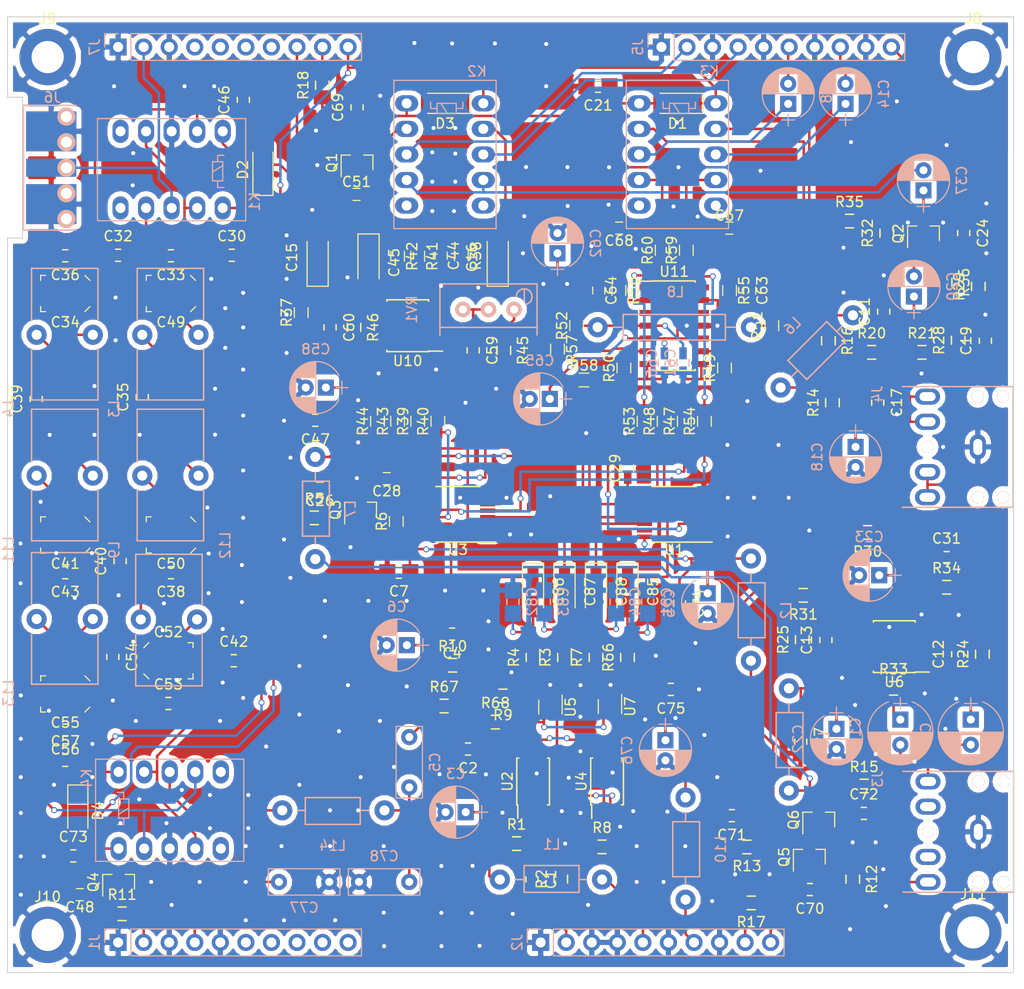
<source format=kicad_pcb>
(kicad_pcb (version 4) (host pcbnew 4.0.7)
  (layers (0 F.Cu signal) (31 B.Cu signal) (34 B.Paste user) (35 F.Paste user) (36 B.SilkS user) (37 F.SilkS user) (38 B.Mask user) (39 F.Mask user) (44 Edge.Cuts user))
  (net 0 "")
  (net 1 GND)
  (net 2 "Net-(C15-Pad2)")
  (net 3 LINE_OUT_RIGHT)
  (net 4 LINE_IN_LEFT)
  (net 5 LINE_IN_RIGHT)
  (net 6 "Net-(C17-Pad1)")
  (net 7 "Net-(C19-Pad1)")
  (net 8 LINE_OUT_LEFT)
  (net 9 "Net-(C16-Pad2)")
  (net 10 "Net-(C51-Pad1)")
  (net 11 "Net-(C12-Pad1)")
  (net 12 "Net-(C10-Pad1)")
  (net 13 "Net-(C11-Pad1)")
  (net 14 "Net-(C12-Pad2)")
  (net 15 "Net-(C13-Pad2)")
  (net 16 "Net-(C20-Pad1)")
  (net 17 "Net-(C20-Pad2)")
  (net 18 "Net-(C22-Pad1)")
  (net 19 "Net-(C23-Pad1)")
  (net 20 "Net-(C24-Pad2)")
  (net 21 "Net-(C24-Pad1)")
  (net 22 "Net-(C37-Pad2)")
  (net 23 I_OUT)
  (net 24 Q_OUT)
  (net 25 I_IN)
  (net 26 Q_IN)
  (net 27 TX_0)
  (net 28 TX_270)
  (net 29 RX_180)
  (net 30 "Net-(C81-Pad1)")
  (net 31 RX_0)
  (net 32 "Net-(C82-Pad1)")
  (net 33 RX_270)
  (net 34 "Net-(C83-Pad1)")
  (net 35 RX_90)
  (net 36 "Net-(C84-Pad1)")
  (net 37 "Net-(C59-Pad1)")
  (net 38 "Net-(R39-Pad2)")
  (net 39 "Net-(R42-Pad2)")
  (net 40 "Net-(C60-Pad1)")
  (net 41 "Net-(C47-Pad1)")
  (net 42 "Net-(C44-Pad1)")
  (net 43 "Net-(C61-Pad1)")
  (net 44 "Net-(C63-Pad2)")
  (net 45 "Net-(C63-Pad1)")
  (net 46 "Net-(C64-Pad2)")
  (net 47 "Net-(C64-Pad1)")
  (net 48 "Net-(C65-Pad1)")
  (net 49 "Net-(R47-Pad2)")
  (net 50 "Net-(R49-Pad2)")
  (net 51 "Net-(R50-Pad2)")
  (net 52 "Net-(C1-Pad1)")
  (net 53 VCC)
  (net 54 "Net-(C75-Pad2)")
  (net 55 TX_180)
  (net 56 TX_90)
  (net 57 "Net-(R48-Pad2)")
  (net 58 "Net-(R66-Pad1)")
  (net 59 CLK)
  (net 60 "Net-(L6-Pad1)")
  (net 61 "Net-(C4-Pad2)")
  (net 62 "Net-(C5-Pad2)")
  (net 63 VDD)
  (net 64 /s2/R)
  (net 65 /s2/L)
  (net 66 "Net-(R3-Pad1)")
  (net 67 "Net-(R4-Pad1)")
  (net 68 "Net-(R7-Pad1)")
  (net 69 "Net-(R68-Pad2)")
  (net 70 M_0)
  (net 71 M_270)
  (net 72 "Net-(U2-Pad2)")
  (net 73 P90)
  (net 74 P0)
  (net 75 M_90)
  (net 76 M_180)
  (net 77 "Net-(C8-Pad1)")
  (net 78 "Net-(C14-Pad1)")
  (net 79 "Net-(K3-Pad2)")
  (net 80 "Net-(K3-Pad9)")
  (net 81 TX_9V)
  (net 82 "Net-(C21-Pad1)")
  (net 83 "Net-(C26-Pad1)")
  (net 84 "Net-(C28-Pad1)")
  (net 85 BPF)
  (net 86 "Net-(C46-Pad1)")
  (net 87 "Net-(C48-Pad1)")
  (net 88 "Net-(C30-Pad1)")
  (net 89 "Net-(C32-Pad1)")
  (net 90 +12V)
  (net 91 "Net-(C42-Pad1)")
  (net 92 RX_9V)
  (net 93 "Net-(C33-Pad2)")
  (net 94 "Net-(C38-Pad1)")
  (net 95 "Net-(C34-Pad2)")
  (net 96 "Net-(C39-Pad1)")
  (net 97 "Net-(C38-Pad2)")
  (net 98 "Net-(C41-Pad1)")
  (net 99 "Net-(C41-Pad2)")
  (net 100 "Net-(C52-Pad1)")
  (net 101 "Net-(C55-Pad1)")
  (net 102 "Net-(C55-Pad2)")
  (net 103 "Net-(C35-Pad1)")
  (net 104 +9V)
  (net 105 "Net-(C70-Pad2)")
  (net 106 IF_RX_TX)
  (net 107 MIXER)
  (net 108 S1_RX_TX)
  (net 109 BAND)
  (net 110 S2_RX_TX)
  (net 111 ROTATE)
  (net 112 PTT)
  (net 113 "Net-(C5-Pad1)")
  (net 114 "Net-(R45-Pad1)")
  (net 115 OUT)
  (module UI:Potentiometer_Bourns_3296W_3-8Zoll_Inline_ScrewUp (layer B.Cu) (at 165.354 69.088 270)
    (fp_text reference RV1 (at 0 10.16 270) (layer B.SilkS) (effects (justify mirror)))
    (fp_text value 5k)
    (pad 2 thru_hole circle (at 0 2.54 270) (size 1.524 1.524) (drill 0.8128) (layers *.Cu *.Mask B.SilkS) (net 37 "Net-(C59-Pad1)"))
    (pad 3 thru_hole circle (at 0 5.08 270) (size 1.524 1.524) (drill 0.8128) (layers *.Cu *.Mask B.SilkS) (net 37 "Net-(C59-Pad1)"))
    (pad 1 thru_hole circle (at 0 0 270) (size 1.524 1.524) (drill 0.8128) (layers *.Cu *.Mask B.SilkS) (net 114 "Net-(R45-Pad1)"))
  )
  (module Pin_Headers:Pin_Header_Straight_1x10_Pitch2.54mm (layer B.Cu) (at 168 132 270)
    (fp_text reference J2 (at 0 2.33 270) (layer B.SilkS) (effects (justify mirror)))
    (fp_text value Conn_01x10)
    (pad 1 thru_hole rect (at 0 0 270) (size 1.7 1.7) (drill 1) (layers *.Cu *.Mask) (net 1 GND))
    (pad 2 thru_hole oval (at 0 -2.54 270) (size 1.7 1.7) (drill 1) (layers *.Cu *.Mask) (net 59 CLK))
    (pad 3 thru_hole oval (at 0 -5.08 270) (size 1.7 1.7) (drill 1) (layers *.Cu *.Mask) (net 1 GND))
    (pad 4 thru_hole oval (at 0 -7.62 270) (size 1.7 1.7) (drill 1) (layers *.Cu *.Mask) (net 1 GND))
    (pad 5 thru_hole oval (at 0 -10.16 270) (size 1.7 1.7) (drill 1) (layers *.Cu *.Mask) (net 111 ROTATE))
    (pad 6 thru_hole oval (at 0 -12.7 270) (size 1.7 1.7) (drill 1) (layers *.Cu *.Mask) (net 1 GND))
    (pad 7 thru_hole oval (at 0 -15.24 270) (size 1.7 1.7) (drill 1) (layers *.Cu *.Mask) (net 107 MIXER))
    (pad 8 thru_hole oval (at 0 -17.78 270) (size 1.7 1.7) (drill 1) (layers *.Cu *.Mask) (net 1 GND))
    (pad 9 thru_hole oval (at 0 -20.32 270) (size 1.7 1.7) (drill 1) (layers *.Cu *.Mask) (net 106 IF_RX_TX))
    (pad 10 thru_hole oval (at 0 -22.86 270) (size 1.7 1.7) (drill 1) (layers *.Cu *.Mask) (net 104 +9V))
  )
  (module Capacitors_Tantalum_SMD:CP_Tantalum_Case-A_EIA-3216-18_Wave (layer F.Cu) (at 176.63 97.14 270)
    (fp_text reference C85 (at 0 -2.55 270) (layer F.SilkS))
    (fp_text value 10uF)
    (pad 1 smd rect (at -1.475 0 270) (size 2.15 1.1) (layers F.Cu F.Paste F.Mask) (net 75 M_90))
    (pad 2 smd rect (at 1.475 0 270) (size 2.15 1.1) (layers F.Cu F.Paste F.Mask) (net 30 "Net-(C81-Pad1)"))
  )
  (module Mounting_Holes:MountingHole_3.2mm_M3_DIN965_Pad (layer F.Cu) (at 211 44)
    (fp_text reference J8 (at 0 -3.8) (layer F.SilkS))
    (fp_text value Conn_01x01)
    (pad 1 thru_hole circle (at 0 0) (size 5.6 5.6) (drill 3.2) (layers *.Cu *.Mask) (net 1 GND))
  )
  (module Mounting_Holes:MountingHole_3.2mm_M3_DIN965_Pad (layer F.Cu) (at 119 44)
    (fp_text reference J9 (at 0 -3.8) (layer F.SilkS))
    (fp_text value Conn_01x01)
    (pad 1 thru_hole circle (at 0 0) (size 5.6 5.6) (drill 3.2) (layers *.Cu *.Mask) (net 1 GND))
  )
  (module Mounting_Holes:MountingHole_3.2mm_M3_DIN965_Pad (layer F.Cu) (at 119 131.25)
    (fp_text reference J10 (at 0 -3.8) (layer F.SilkS))
    (fp_text value Conn_01x01)
    (pad 1 thru_hole circle (at 0 0) (size 5.6 5.6) (drill 3.2) (layers *.Cu *.Mask) (net 1 GND))
  )
  (module Mounting_Holes:MountingHole_3.2mm_M3_DIN965_Pad (layer F.Cu) (at 211 131)
    (fp_text reference J11 (at 0 -3.8) (layer F.SilkS))
    (fp_text value Conn_01x01)
    (pad 1 thru_hole circle (at 0 0) (size 5.6 5.6) (drill 3.2) (layers *.Cu *.Mask) (net 1 GND))
  )
  (module UI:R_1206_0603 (layer F.Cu) (at 146.3 46.8 90)
    (fp_text reference R18 (at 0 -1.9 90) (layer F.SilkS))
    (fp_text value 2.2k)
    (pad 1 smd rect (at -1.2 0 180) (size 1.7 1.4) (layers F.Cu F.Paste F.Mask) (net 10 "Net-(C51-Pad1)"))
    (pad 2 smd rect (at 1.2 0 90) (size 1.4 1.7) (layers F.Cu F.Paste F.Mask) (net 110 S2_RX_TX))
  )
  (module UI:C_1206_0603 (layer F.Cu) (at 202.1 69.3 90)
    (fp_text reference C11 (at 0 -1.9 90) (layer F.SilkS))
    (fp_text value 1.5nF)
    (pad 2 smd rect (at 1.15 0 90) (size 1.6 1.6) (layers F.Cu F.Paste F.Mask) (net 1 GND))
    (pad 1 smd rect (at -1.15 0 90) (size 1.6 1.6) (layers F.Cu F.Paste F.Mask) (net 13 "Net-(C11-Pad1)"))
  )
  (module UI:C_1206_0603 (layer F.Cu) (at 201.5 78.35 270)
    (fp_text reference C17 (at 0 -1.9 270) (layer F.SilkS))
    (fp_text value 100nF)
    (pad 2 smd rect (at 1.15 0 270) (size 1.6 1.6) (layers F.Cu F.Paste F.Mask) (net 1 GND))
    (pad 1 smd rect (at -1.15 0 270) (size 1.6 1.6) (layers F.Cu F.Paste F.Mask) (net 6 "Net-(C17-Pad1)"))
  )
  (module Capacitors_THT:CP_Radial_D5.0mm_P2.00mm (layer B.Cu) (at 199.3 82.75 270)
    (fp_text reference C18 (at 1 3.81 270) (layer B.SilkS) (effects (justify mirror)))
    (fp_text value 1uF)
    (pad 1 thru_hole rect (at 0 0 270) (size 1.6 1.6) (drill 0.8) (layers *.Cu *.Mask) (net 6 "Net-(C17-Pad1)"))
    (pad 2 thru_hole circle (at 2 0 270) (size 1.6 1.6) (drill 0.8) (layers *.Cu *.Mask) (net 1 GND))
  )
  (module UI:C_1206_0603 (layer F.Cu) (at 212.2 72.2 90)
    (fp_text reference C19 (at 0 -1.9 90) (layer F.SilkS))
    (fp_text value 1.5nF)
    (pad 2 smd rect (at 1.15 0 90) (size 1.6 1.6) (layers F.Cu F.Paste F.Mask) (net 1 GND))
    (pad 1 smd rect (at -1.15 0 90) (size 1.6 1.6) (layers F.Cu F.Paste F.Mask) (net 7 "Net-(C19-Pad1)"))
  )
  (module UI:C_1206_0603 (layer F.Cu) (at 210.05 61.5 270)
    (fp_text reference C24 (at 0 -1.9 270) (layer F.SilkS))
    (fp_text value 1.5nF)
    (pad 2 smd rect (at 1.15 0 270) (size 1.6 1.6) (layers F.Cu F.Paste F.Mask) (net 20 "Net-(C24-Pad2)"))
    (pad 1 smd rect (at -1.15 0 270) (size 1.6 1.6) (layers F.Cu F.Paste F.Mask) (net 21 "Net-(C24-Pad1)"))
  )
  (module Capacitors_THT:CP_Radial_D5.0mm_P2.00mm (layer B.Cu) (at 206.05 57.25 90)
    (fp_text reference C37 (at 1 3.81 90) (layer B.SilkS) (effects (justify mirror)))
    (fp_text value 1uF)
    (pad 1 thru_hole rect (at 0 0 90) (size 1.6 1.6) (drill 0.8) (layers *.Cu *.Mask) (net 21 "Net-(C24-Pad1)"))
    (pad 2 thru_hole circle (at 2 0 90) (size 1.6 1.6) (drill 0.8) (layers *.Cu *.Mask) (net 22 "Net-(C37-Pad2)"))
  )
  (module UI:R_1206_0603 (layer F.Cu) (at 197 78.35 90)
    (fp_text reference R14 (at 0 -1.9 90) (layer F.SilkS))
    (fp_text value 390)
    (pad 1 smd rect (at -1.2 0 180) (size 1.7 1.4) (layers F.Cu F.Paste F.Mask) (net 1 GND))
    (pad 2 smd rect (at 1.2 0 90) (size 1.4 1.7) (layers F.Cu F.Paste F.Mask) (net 6 "Net-(C17-Pad1)"))
  )
  (module UI:R_1206_0603 (layer F.Cu) (at 196.6 72.2 270)
    (fp_text reference R16 (at 0 -1.9 270) (layer F.SilkS))
    (fp_text value 470)
    (pad 1 smd rect (at -1.2 0) (size 1.7 1.4) (layers F.Cu F.Paste F.Mask) (net 60 "Net-(L6-Pad1)"))
    (pad 2 smd rect (at 1.2 0 270) (size 1.4 1.7) (layers F.Cu F.Paste F.Mask) (net 6 "Net-(C17-Pad1)"))
  )
  (module UI:R_1206_0603 (layer F.Cu) (at 200.9 73.35)
    (fp_text reference R20 (at 0 -1.9) (layer F.SilkS))
    (fp_text value 2.2k)
    (pad 1 smd rect (at -1.2 0 90) (size 1.7 1.4) (layers F.Cu F.Paste F.Mask) (net 6 "Net-(C17-Pad1)"))
    (pad 2 smd rect (at 1.2 0) (size 1.4 1.7) (layers F.Cu F.Paste F.Mask) (net 13 "Net-(C11-Pad1)"))
  )
  (module UI:R_1206_0603 (layer F.Cu) (at 205.9 73.35)
    (fp_text reference R21 (at 0 -1.9) (layer F.SilkS))
    (fp_text value 1k)
    (pad 1 smd rect (at -1.2 0 90) (size 1.7 1.4) (layers F.Cu F.Paste F.Mask) (net 13 "Net-(C11-Pad1)"))
    (pad 2 smd rect (at 1.2 0) (size 1.4 1.7) (layers F.Cu F.Paste F.Mask) (net 7 "Net-(C19-Pad1)"))
  )
  (module UI:R_1206_0603 (layer F.Cu) (at 209.5 72.15 90)
    (fp_text reference R28 (at 0 -1.9 90) (layer F.SilkS))
    (fp_text value 10k)
    (pad 1 smd rect (at -1.2 0 180) (size 1.7 1.4) (layers F.Cu F.Paste F.Mask) (net 7 "Net-(C19-Pad1)"))
    (pad 2 smd rect (at 1.2 0 90) (size 1.4 1.7) (layers F.Cu F.Paste F.Mask) (net 16 "Net-(C20-Pad1)"))
  )
  (module UI:R_1206_0603 (layer F.Cu) (at 211.5 66.8 90)
    (fp_text reference R29 (at 0 -1.9 90) (layer F.SilkS))
    (fp_text value 15k)
    (pad 1 smd rect (at -1.2 0 180) (size 1.7 1.4) (layers F.Cu F.Paste F.Mask) (net 16 "Net-(C20-Pad1)"))
    (pad 2 smd rect (at 1.2 0 90) (size 1.4 1.7) (layers F.Cu F.Paste F.Mask) (net 1 GND))
  )
  (module UI:R_1206_0603 (layer F.Cu) (at 202.4 61.5 90)
    (fp_text reference R32 (at 0 -1.9 90) (layer F.SilkS))
    (fp_text value 1.5M)
    (pad 1 smd rect (at -1.2 0 180) (size 1.7 1.4) (layers F.Cu F.Paste F.Mask) (net 17 "Net-(C20-Pad2)"))
    (pad 2 smd rect (at 1.2 0 90) (size 1.4 1.7) (layers F.Cu F.Paste F.Mask) (net 21 "Net-(C24-Pad1)"))
  )
  (module UI:R_1206_0603 (layer F.Cu) (at 198.7 60.3)
    (fp_text reference R35 (at 0 -1.9) (layer F.SilkS))
    (fp_text value 10k)
    (pad 1 smd rect (at -1.2 0 90) (size 1.7 1.4) (layers F.Cu F.Paste F.Mask) (net 60 "Net-(L6-Pad1)"))
    (pad 2 smd rect (at 1.2 0) (size 1.4 1.7) (layers F.Cu F.Paste F.Mask) (net 21 "Net-(C24-Pad1)"))
  )
  (module UI:R_1206_0603 (layer F.Cu) (at 208.2 66.4 270)
    (fp_text reference R36 (at 0 -1.9 270) (layer F.SilkS))
    (fp_text value 75)
    (pad 1 smd rect (at -1.2 0) (size 1.7 1.4) (layers F.Cu F.Paste F.Mask) (net 20 "Net-(C24-Pad2)"))
    (pad 2 smd rect (at 1.2 0 270) (size 1.4 1.7) (layers F.Cu F.Paste F.Mask) (net 1 GND))
  )
  (module Housings_SOIC:SOIC-8_3.9x4.9mm_Pitch1.27mm (layer F.Cu) (at 154.78 70.7 180)
    (fp_text reference U10 (at 0 -3.5 180) (layer F.SilkS))
    (fp_text value NE5532)
    (pad 1 smd rect (at -2.7 -1.905 180) (size 1.55 0.6) (layers F.Cu F.Paste F.Mask) (net 26 Q_IN))
    (pad 2 smd rect (at -2.7 -0.635 180) (size 1.55 0.6) (layers F.Cu F.Paste F.Mask) (net 37 "Net-(C59-Pad1)"))
    (pad 3 smd rect (at -2.7 0.635 180) (size 1.55 0.6) (layers F.Cu F.Paste F.Mask) (net 38 "Net-(R39-Pad2)"))
    (pad 4 smd rect (at -2.7 1.905 180) (size 1.55 0.6) (layers F.Cu F.Paste F.Mask) (net 1 GND))
    (pad 5 smd rect (at 2.7 1.905 180) (size 1.55 0.6) (layers F.Cu F.Paste F.Mask) (net 39 "Net-(R42-Pad2)"))
    (pad 6 smd rect (at 2.7 0.635 180) (size 1.55 0.6) (layers F.Cu F.Paste F.Mask) (net 40 "Net-(C60-Pad1)"))
    (pad 7 smd rect (at 2.7 -0.635 180) (size 1.55 0.6) (layers F.Cu F.Paste F.Mask) (net 25 I_IN))
    (pad 8 smd rect (at 2.7 -1.905 180) (size 1.55 0.6) (layers F.Cu F.Paste F.Mask) (net 41 "Net-(C47-Pad1)"))
  )
  (module UI:R_1206_0603 (layer F.Cu) (at 176.63 103.67 90)
    (fp_text reference R66 (at 0 -1.9 90) (layer F.SilkS))
    (fp_text value 30)
    (pad 1 smd rect (at -1.2 0 180) (size 1.7 1.4) (layers F.Cu F.Paste F.Mask) (net 58 "Net-(R66-Pad1)"))
    (pad 2 smd rect (at 1.2 0 90) (size 1.4 1.7) (layers F.Cu F.Paste F.Mask) (net 30 "Net-(C81-Pad1)"))
  )
  (module UI:R_1206_0603 (layer F.Cu) (at 158.4 108.5)
    (fp_text reference R67 (at 0 -1.9) (layer F.SilkS))
    (fp_text value 1k)
    (pad 1 smd rect (at -1.2 0 90) (size 1.7 1.4) (layers F.Cu F.Paste F.Mask) (net 62 "Net-(C5-Pad2)"))
    (pad 2 smd rect (at 1.2 0) (size 1.4 1.7) (layers F.Cu F.Paste F.Mask) (net 61 "Net-(C4-Pad2)"))
  )
  (module Housings_SOIC:SOIC-8_3.9x4.9mm_Pitch1.27mm (layer F.Cu) (at 203.15 102.6 180)
    (fp_text reference U6 (at 0 -3.5 180) (layer F.SilkS))
    (fp_text value NE5532)
    (pad 1 smd rect (at -2.7 -1.905 180) (size 1.55 0.6) (layers F.Cu F.Paste F.Mask) (net 11 "Net-(C12-Pad1)"))
    (pad 2 smd rect (at -2.7 -0.635 180) (size 1.55 0.6) (layers F.Cu F.Paste F.Mask) (net 19 "Net-(C23-Pad1)"))
    (pad 3 smd rect (at -2.7 0.635 180) (size 1.55 0.6) (layers F.Cu F.Paste F.Mask) (net 14 "Net-(C12-Pad2)"))
    (pad 4 smd rect (at -2.7 1.905 180) (size 1.55 0.6) (layers F.Cu F.Paste F.Mask) (net 1 GND))
    (pad 5 smd rect (at 2.7 1.905 180) (size 1.55 0.6) (layers F.Cu F.Paste F.Mask) (net 15 "Net-(C13-Pad2)"))
    (pad 6 smd rect (at 2.7 0.635 180) (size 1.55 0.6) (layers F.Cu F.Paste F.Mask) (net 19 "Net-(C23-Pad1)"))
    (pad 7 smd rect (at 2.7 -0.635 180) (size 1.55 0.6) (layers F.Cu F.Paste F.Mask) (net 12 "Net-(C10-Pad1)"))
    (pad 8 smd rect (at 2.7 -1.905 180) (size 1.55 0.6) (layers F.Cu F.Paste F.Mask) (net 18 "Net-(C22-Pad1)"))
  )
  (module Housings_SOIC:SOIC-14_3.9x8.7mm_Pitch1.27mm (layer F.Cu) (at 181.275 70.7)
    (fp_text reference U11 (at 0 -5.375) (layer F.SilkS))
    (fp_text value MC33079)
    (pad 1 smd rect (at -2.7 -3.81) (size 1.5 0.6) (layers F.Cu F.Paste F.Mask) (net 47 "Net-(C64-Pad1)"))
    (pad 2 smd rect (at -2.7 -2.54) (size 1.5 0.6) (layers F.Cu F.Paste F.Mask) (net 46 "Net-(C64-Pad2)"))
    (pad 3 smd rect (at -2.7 -1.27) (size 1.5 0.6) (layers F.Cu F.Paste F.Mask) (net 48 "Net-(C65-Pad1)"))
    (pad 4 smd rect (at -2.7 0) (size 1.5 0.6) (layers F.Cu F.Paste F.Mask) (net 43 "Net-(C61-Pad1)"))
    (pad 5 smd rect (at -2.7 1.27) (size 1.5 0.6) (layers F.Cu F.Paste F.Mask) (net 48 "Net-(C65-Pad1)"))
    (pad 6 smd rect (at -2.7 2.54) (size 1.5 0.6) (layers F.Cu F.Paste F.Mask) (net 51 "Net-(R50-Pad2)"))
    (pad 7 smd rect (at -2.7 3.81) (size 1.5 0.6) (layers F.Cu F.Paste F.Mask) (net 57 "Net-(R48-Pad2)"))
    (pad 8 smd rect (at 2.7 3.81) (size 1.5 0.6) (layers F.Cu F.Paste F.Mask) (net 49 "Net-(R47-Pad2)"))
    (pad 9 smd rect (at 2.7 2.54) (size 1.5 0.6) (layers F.Cu F.Paste F.Mask) (net 50 "Net-(R49-Pad2)"))
    (pad 10 smd rect (at 2.7 1.27) (size 1.5 0.6) (layers F.Cu F.Paste F.Mask) (net 48 "Net-(C65-Pad1)"))
    (pad 11 smd rect (at 2.7 0) (size 1.5 0.6) (layers F.Cu F.Paste F.Mask) (net 1 GND))
    (pad 12 smd rect (at 2.7 -1.27) (size 1.5 0.6) (layers F.Cu F.Paste F.Mask) (net 48 "Net-(C65-Pad1)"))
    (pad 13 smd rect (at 2.7 -2.54) (size 1.5 0.6) (layers F.Cu F.Paste F.Mask) (net 44 "Net-(C63-Pad2)"))
    (pad 14 smd rect (at 2.7 -3.81) (size 1.5 0.6) (layers F.Cu F.Paste F.Mask) (net 45 "Net-(C63-Pad1)"))
  )
  (module Capacitors_Tantalum_SMD:CP_Tantalum_Case-A_EIA-3216-18_Wave (layer F.Cu) (at 167.24 97.14 270)
    (fp_text reference C86 (at 0 -2.55 270) (layer F.SilkS))
    (fp_text value 10uF)
    (pad 1 smd rect (at -1.475 0 270) (size 2.15 1.1) (layers F.Cu F.Paste F.Mask) (net 76 M_180))
    (pad 2 smd rect (at 1.475 0 270) (size 2.15 1.1) (layers F.Cu F.Paste F.Mask) (net 32 "Net-(C82-Pad1)"))
  )
  (module Capacitors_Tantalum_SMD:CP_Tantalum_Case-A_EIA-3216-18_Wave (layer F.Cu) (at 170.37 97.14 270)
    (fp_text reference C87 (at 0 -2.55 270) (layer F.SilkS))
    (fp_text value 10uF)
    (pad 1 smd rect (at -1.475 0 270) (size 2.15 1.1) (layers F.Cu F.Paste F.Mask) (net 70 M_0))
    (pad 2 smd rect (at 1.475 0 270) (size 2.15 1.1) (layers F.Cu F.Paste F.Mask) (net 34 "Net-(C83-Pad1)"))
  )
  (module Capacitors_Tantalum_SMD:CP_Tantalum_Case-A_EIA-3216-18_Wave (layer F.Cu) (at 173.5 97.14 270)
    (fp_text reference C88 (at 0 -2.55 270) (layer F.SilkS))
    (fp_text value 10uF)
    (pad 1 smd rect (at -1.475 0 270) (size 2.15 1.1) (layers F.Cu F.Paste F.Mask) (net 71 M_270))
    (pad 2 smd rect (at 1.475 0 270) (size 2.15 1.1) (layers F.Cu F.Paste F.Mask) (net 36 "Net-(C84-Pad1)"))
  )
  (module UI:C_1206_0603 (layer B.Cu) (at 178.63 98.14 90)
    (fp_text reference C81 (at 0 1.9 90) (layer B.SilkS) (effects (justify mirror)))
    (fp_text value 2.2nF)
    (pad 2 smd rect (at 1.15 0 90) (size 1.6 1.6) (layers B.Cu B.Paste B.Mask) (net 1 GND))
    (pad 1 smd rect (at -1.15 0 90) (size 1.6 1.6) (layers B.Cu B.Paste B.Mask) (net 30 "Net-(C81-Pad1)"))
  )
  (module UI:C_1206_0603 (layer B.Cu) (at 165.24 98.14 90)
    (fp_text reference C82 (at 0 1.9 90) (layer B.SilkS) (effects (justify mirror)))
    (fp_text value 2.2nF)
    (pad 2 smd rect (at 1.15 0 90) (size 1.6 1.6) (layers B.Cu B.Paste B.Mask) (net 1 GND))
    (pad 1 smd rect (at -1.15 0 90) (size 1.6 1.6) (layers B.Cu B.Paste B.Mask) (net 32 "Net-(C82-Pad1)"))
  )
  (module UI:C_1206_0603 (layer B.Cu) (at 168.37 98.14 90)
    (fp_text reference C83 (at 0 1.9 90) (layer B.SilkS) (effects (justify mirror)))
    (fp_text value 2.2nF)
    (pad 2 smd rect (at 1.15 0 90) (size 1.6 1.6) (layers B.Cu B.Paste B.Mask) (net 1 GND))
    (pad 1 smd rect (at -1.15 0 90) (size 1.6 1.6) (layers B.Cu B.Paste B.Mask) (net 34 "Net-(C83-Pad1)"))
  )
  (module UI:C_1206_0603 (layer B.Cu) (at 175.5 98.14 90)
    (fp_text reference C84 (at 0 1.9 90) (layer B.SilkS) (effects (justify mirror)))
    (fp_text value 2.2nF)
    (pad 2 smd rect (at 1.15 0 90) (size 1.6 1.6) (layers B.Cu B.Paste B.Mask) (net 1 GND))
    (pad 1 smd rect (at -1.15 0 90) (size 1.6 1.6) (layers B.Cu B.Paste B.Mask) (net 36 "Net-(C84-Pad1)"))
  )
  (module Capacitors_THT:CP_Radial_D6.3mm_P2.50mm (layer B.Cu) (at 210.75 109.85 270)
    (fp_text reference C9 (at 1.25 4.46 270) (layer B.SilkS) (effects (justify mirror)))
    (fp_text value 100uF)
    (pad 1 thru_hole rect (at 0 0 270) (size 1.6 1.6) (drill 0.8) (layers *.Cu *.Mask) (net 11 "Net-(C12-Pad1)"))
    (pad 2 thru_hole circle (at 2.5 0 270) (size 1.6 1.6) (drill 0.8) (layers *.Cu *.Mask) (net 64 /s2/R))
  )
  (module Capacitors_THT:CP_Radial_D6.3mm_P2.50mm (layer B.Cu) (at 203.75 109.85 270)
    (fp_text reference C10 (at 1.25 4.46 270) (layer B.SilkS) (effects (justify mirror)))
    (fp_text value 100uF)
    (pad 1 thru_hole rect (at 0 0 270) (size 1.6 1.6) (drill 0.8) (layers *.Cu *.Mask) (net 12 "Net-(C10-Pad1)"))
    (pad 2 thru_hole circle (at 2.5 0 270) (size 1.6 1.6) (drill 0.8) (layers *.Cu *.Mask) (net 65 /s2/L))
  )
  (module UI:audio_jack_3_5mm_PJ307 (layer B.Cu) (at 211.5 121 90)
    (fp_text reference J3 (at 5.25 -10 90) (layer B.SilkS) (effects (justify mirror)))
    (fp_text value phones hide)
    (pad 3 thru_hole oval (at 0 0 90) (size 2.5 1.6) (drill oval 1.6 0.9) (layers *.Cu *.Mask) (net 1 GND))
    (pad 6 thru_hole oval (at 0 -5 90) (size 1.2 1.2) (drill oval 1.2) (layers *.Cu *.Mask))
    (pad 2 thru_hole oval (at 5 -5 90) (size 1.6 2.5) (drill oval 0.9 1.6) (layers *.Cu *.Mask) (net 64 /s2/R))
    (pad 5 thru_hole oval (at 2.5 -5 90) (size 1.6 2.5) (drill oval 0.9 1.6) (layers *.Cu *.Mask))
    (pad 4 thru_hole oval (at -2.5 -5 90) (size 1.6 2.5) (drill oval 0.9 1.6) (layers *.Cu *.Mask))
    (pad 1 thru_hole oval (at -5 -5 90) (size 1.6 2.5) (drill oval 0.9 1.6) (layers *.Cu *.Mask) (net 65 /s2/L))
    (pad 7 thru_hole oval (at 5 0 90) (size 1.2 1.2) (drill oval 1.2) (layers *.Cu *.Mask))
    (pad 8 thru_hole oval (at -5 0 90) (size 1.2 1.2) (drill oval 1.2) (layers *.Cu *.Mask))
    (pad 9 thru_hole oval (at 5 2.5 90) (size 1.2 1.2) (drill oval 1.2) (layers *.Cu *.Mask))
    (pad 10 thru_hole oval (at -5 2.5 90) (size 1.2 1.2) (drill oval 1.2) (layers *.Cu *.Mask))
  )
  (module UI:audio_jack_3_5mm_PJ307 (layer B.Cu) (at 211.45 82.75 90)
    (fp_text reference J4 (at 5.25 -10 90) (layer B.SilkS) (effects (justify mirror)))
    (fp_text value MIC_PTT hide)
    (pad 3 thru_hole oval (at 0 0 90) (size 2.5 1.6) (drill oval 1.6 0.9) (layers *.Cu *.Mask) (net 1 GND))
    (pad 6 thru_hole oval (at 0 -5 90) (size 1.2 1.2) (drill oval 1.2) (layers *.Cu *.Mask))
    (pad 2 thru_hole oval (at 5 -5 90) (size 1.6 2.5) (drill oval 0.9 1.6) (layers *.Cu *.Mask) (net 13 "Net-(C11-Pad1)"))
    (pad 5 thru_hole oval (at 2.5 -5 90) (size 1.6 2.5) (drill oval 0.9 1.6) (layers *.Cu *.Mask) (net 13 "Net-(C11-Pad1)"))
    (pad 4 thru_hole oval (at -2.5 -5 90) (size 1.6 2.5) (drill oval 0.9 1.6) (layers *.Cu *.Mask) (net 112 PTT))
    (pad 1 thru_hole oval (at -5 -5 90) (size 1.6 2.5) (drill oval 0.9 1.6) (layers *.Cu *.Mask) (net 112 PTT))
    (pad 7 thru_hole oval (at 5 0 90) (size 1.2 1.2) (drill oval 1.2) (layers *.Cu *.Mask))
    (pad 8 thru_hole oval (at -5 0 90) (size 1.2 1.2) (drill oval 1.2) (layers *.Cu *.Mask))
    (pad 9 thru_hole oval (at 5 2.5 90) (size 1.2 1.2) (drill oval 1.2) (layers *.Cu *.Mask))
    (pad 10 thru_hole oval (at -5 2.5 90) (size 1.2 1.2) (drill oval 1.2) (layers *.Cu *.Mask))
  )
  (module Pin_Headers:Pin_Header_Straight_1x10_Pitch2.54mm (layer B.Cu) (at 180 43 270)
    (fp_text reference J5 (at 0 2.33 270) (layer B.SilkS) (effects (justify mirror)))
    (fp_text value Conn_01x10)
    (pad 1 thru_hole rect (at 0 0 270) (size 1.7 1.7) (drill 1) (layers *.Cu *.Mask) (net 1 GND))
    (pad 2 thru_hole oval (at 0 -2.54 270) (size 1.7 1.7) (drill 1) (layers *.Cu *.Mask) (net 4 LINE_IN_LEFT))
    (pad 3 thru_hole oval (at 0 -5.08 270) (size 1.7 1.7) (drill 1) (layers *.Cu *.Mask) (net 1 GND))
    (pad 4 thru_hole oval (at 0 -7.62 270) (size 1.7 1.7) (drill 1) (layers *.Cu *.Mask) (net 5 LINE_IN_RIGHT))
    (pad 5 thru_hole oval (at 0 -10.16 270) (size 1.7 1.7) (drill 1) (layers *.Cu *.Mask) (net 1 GND))
    (pad 6 thru_hole oval (at 0 -12.7 270) (size 1.7 1.7) (drill 1) (layers *.Cu *.Mask) (net 8 LINE_OUT_LEFT))
    (pad 7 thru_hole oval (at 0 -15.24 270) (size 1.7 1.7) (drill 1) (layers *.Cu *.Mask) (net 1 GND))
    (pad 8 thru_hole oval (at 0 -17.78 270) (size 1.7 1.7) (drill 1) (layers *.Cu *.Mask) (net 3 LINE_OUT_RIGHT))
    (pad 9 thru_hole oval (at 0 -20.32 270) (size 1.7 1.7) (drill 1) (layers *.Cu *.Mask) (net 1 GND))
    (pad 10 thru_hole oval (at 0 -22.86 270) (size 1.7 1.7) (drill 1) (layers *.Cu *.Mask) (net 112 PTT))
  )
  (module TO_SOT_Packages_SMD:SOT-23 (layer F.Cu) (at 206.05 61.55 90)
    (fp_text reference Q2 (at 0 -2.5 90) (layer F.SilkS))
    (fp_text value BC847)
    (pad 1 smd rect (at -1 -0.95 90) (size 0.9 0.8) (layers F.Cu F.Paste F.Mask) (net 17 "Net-(C20-Pad2)"))
    (pad 2 smd rect (at -1 0.95 90) (size 0.9 0.8) (layers F.Cu F.Paste F.Mask) (net 20 "Net-(C24-Pad2)"))
    (pad 3 smd rect (at 1 0 90) (size 0.9 0.8) (layers F.Cu F.Paste F.Mask) (net 21 "Net-(C24-Pad1)"))
  )
  (module Pin_Headers:Pin_Header_Straight_1x10_Pitch2.54mm (layer B.Cu) (at 126 132 270)
    (fp_text reference J1 (at 0 2.33 270) (layer B.SilkS) (effects (justify mirror)))
    (fp_text value Conn_01x10)
    (pad 1 thru_hole rect (at 0 0 270) (size 1.7 1.7) (drill 1) (layers *.Cu *.Mask) (net 1 GND))
    (pad 2 thru_hole oval (at 0 -2.54 270) (size 1.7 1.7) (drill 1) (layers *.Cu *.Mask) (net 109 BAND))
    (pad 3 thru_hole oval (at 0 -5.08 270) (size 1.7 1.7) (drill 1) (layers *.Cu *.Mask) (net 1 GND))
    (pad 4 thru_hole oval (at 0 -7.62 270) (size 1.7 1.7) (drill 1) (layers *.Cu *.Mask) (net 85 BPF))
    (pad 5 thru_hole oval (at 0 -10.16 270) (size 1.7 1.7) (drill 1) (layers *.Cu *.Mask) (net 1 GND))
    (pad 6 thru_hole oval (at 0 -12.7 270) (size 1.7 1.7) (drill 1) (layers *.Cu *.Mask))
    (pad 7 thru_hole oval (at 0 -15.24 270) (size 1.7 1.7) (drill 1) (layers *.Cu *.Mask))
    (pad 8 thru_hole oval (at 0 -17.78 270) (size 1.7 1.7) (drill 1) (layers *.Cu *.Mask))
    (pad 9 thru_hole oval (at 0 -20.32 270) (size 1.7 1.7) (drill 1) (layers *.Cu *.Mask))
    (pad 10 thru_hole oval (at 0 -22.86 270) (size 1.7 1.7) (drill 1) (layers *.Cu *.Mask))
  )
  (module UI:C_1206_0603 (layer F.Cu) (at 180.94 106.85 180)
    (fp_text reference C75 (at 0 -1.9 180) (layer F.SilkS))
    (fp_text value 100nF)
    (pad 2 smd rect (at 1.15 0 180) (size 1.6 1.6) (layers F.Cu F.Paste F.Mask) (net 54 "Net-(C75-Pad2)"))
    (pad 1 smd rect (at -1.15 0 180) (size 1.6 1.6) (layers F.Cu F.Paste F.Mask) (net 1 GND))
  )
  (module UI:R_1206_0603 (layer F.Cu) (at 163.5 110.1)
    (fp_text reference R68 (at 0 -1.9) (layer F.SilkS))
    (fp_text value 10R)
    (pad 1 smd rect (at -1.2 0 90) (size 1.7 1.4) (layers F.Cu F.Paste F.Mask) (net 62 "Net-(C5-Pad2)"))
    (pad 2 smd rect (at 1.2 0) (size 1.4 1.7) (layers F.Cu F.Paste F.Mask) (net 69 "Net-(R68-Pad2)"))
  )
  (module UI:C_1206_0603 (layer F.Cu) (at 159.2 101.35 180)
    (fp_text reference C4 (at 0 -1.9 180) (layer F.SilkS))
    (fp_text value 100nF)
    (pad 2 smd rect (at 1.15 0 180) (size 1.6 1.6) (layers F.Cu F.Paste F.Mask) (net 61 "Net-(C4-Pad2)"))
    (pad 1 smd rect (at -1.15 0 180) (size 1.6 1.6) (layers F.Cu F.Paste F.Mask) (net 1 GND))
  )
  (module Choke_Axial_ThroughHole:Choke_Horizontal_RM10mm (layer B.Cu) (at 188.9 99 90)
    (fp_text reference L2 (at 0 3.50012 90) (layer B.SilkS) (effects (justify mirror)))
    (fp_text value 47uH)
    (pad 1 thru_hole circle (at -5.00126 0 90) (size 1.99898 1.99898) (drill 1.00076) (layers *.Cu *.Mask) (net 104 +9V))
    (pad 2 thru_hole circle (at 5.15874 0 90) (size 1.99898 1.99898) (drill 1.00076) (layers *.Cu *.Mask) (net 63 VDD))
  )
  (module UI:R_1206_0603 (layer F.Cu) (at 170.37 103.67 90)
    (fp_text reference R3 (at 0 -1.9 90) (layer F.SilkS))
    (fp_text value 30)
    (pad 1 smd rect (at -1.2 0 180) (size 1.7 1.4) (layers F.Cu F.Paste F.Mask) (net 66 "Net-(R3-Pad1)"))
    (pad 2 smd rect (at 1.2 0 90) (size 1.4 1.7) (layers F.Cu F.Paste F.Mask) (net 34 "Net-(C83-Pad1)"))
  )
  (module UI:R_1206_0603 (layer F.Cu) (at 167.24 103.67 90)
    (fp_text reference R4 (at 0 -1.9 90) (layer F.SilkS))
    (fp_text value 30)
    (pad 1 smd rect (at -1.2 0 180) (size 1.7 1.4) (layers F.Cu F.Paste F.Mask) (net 67 "Net-(R4-Pad1)"))
    (pad 2 smd rect (at 1.2 0 90) (size 1.4 1.7) (layers F.Cu F.Paste F.Mask) (net 32 "Net-(C82-Pad1)"))
  )
  (module UI:R_1206_0603 (layer F.Cu) (at 173.5 103.67 90)
    (fp_text reference R7 (at 0 -1.9 90) (layer F.SilkS))
    (fp_text value 30)
    (pad 1 smd rect (at -1.2 0 180) (size 1.7 1.4) (layers F.Cu F.Paste F.Mask) (net 68 "Net-(R7-Pad1)"))
    (pad 2 smd rect (at 1.2 0 90) (size 1.4 1.7) (layers F.Cu F.Paste F.Mask) (net 36 "Net-(C84-Pad1)"))
  )
  (module UI:R_1206_0603 (layer F.Cu) (at 164.25 107.5 180)
    (fp_text reference R9 (at 0 -1.9 180) (layer F.SilkS))
    (fp_text value 1k)
    (pad 1 smd rect (at -1.2 0 270) (size 1.7 1.4) (layers F.Cu F.Paste F.Mask) (net 54 "Net-(C75-Pad2)"))
    (pad 2 smd rect (at 1.2 0 180) (size 1.4 1.7) (layers F.Cu F.Paste F.Mask) (net 61 "Net-(C4-Pad2)"))
  )
  (module UI:R_1206_0603 (layer F.Cu) (at 159.25 104.45)
    (fp_text reference R10 (at 0 -1.9) (layer F.SilkS))
    (fp_text value 1k)
    (pad 1 smd rect (at -1.2 0 90) (size 1.7 1.4) (layers F.Cu F.Paste F.Mask) (net 61 "Net-(C4-Pad2)"))
    (pad 2 smd rect (at 1.2 0) (size 1.4 1.7) (layers F.Cu F.Paste F.Mask) (net 1 GND))
  )
  (module Housings_SSOP:TSSOP-16_4.4x5mm_Pitch0.65mm (layer F.Cu) (at 181.275 89.408 180)
    (fp_text reference U1 (at 0 -3.55 180) (layer F.SilkS))
    (fp_text value 4053)
    (pad 1 smd rect (at -2.95 -2.275 180) (size 1.5 0.45) (layers F.Cu F.Paste F.Mask))
    (pad 2 smd rect (at -2.95 -1.625 180) (size 1.5 0.45) (layers F.Cu F.Paste F.Mask))
    (pad 3 smd rect (at -2.95 -0.975 180) (size 1.5 0.45) (layers F.Cu F.Paste F.Mask) (net 35 RX_90))
    (pad 4 smd rect (at -2.95 -0.325 180) (size 1.5 0.45) (layers F.Cu F.Paste F.Mask) (net 75 M_90))
    (pad 5 smd rect (at -2.95 0.325 180) (size 1.5 0.45) (layers F.Cu F.Paste F.Mask) (net 56 TX_90))
    (pad 6 smd rect (at -2.95 0.975 180) (size 1.5 0.45) (layers F.Cu F.Paste F.Mask) (net 1 GND))
    (pad 7 smd rect (at -2.95 1.625 180) (size 1.5 0.45) (layers F.Cu F.Paste F.Mask) (net 1 GND))
    (pad 8 smd rect (at -2.95 2.275 180) (size 1.5 0.45) (layers F.Cu F.Paste F.Mask) (net 1 GND))
    (pad 9 smd rect (at 2.95 2.275 180) (size 1.5 0.45) (layers F.Cu F.Paste F.Mask) (net 84 "Net-(C28-Pad1)"))
    (pad 10 smd rect (at 2.95 1.625 180) (size 1.5 0.45) (layers F.Cu F.Paste F.Mask) (net 84 "Net-(C28-Pad1)"))
    (pad 11 smd rect (at 2.95 0.975 180) (size 1.5 0.45) (layers F.Cu F.Paste F.Mask) (net 84 "Net-(C28-Pad1)"))
    (pad 12 smd rect (at 2.95 0.325 180) (size 1.5 0.45) (layers F.Cu F.Paste F.Mask) (net 28 TX_270))
    (pad 13 smd rect (at 2.95 -0.325 180) (size 1.5 0.45) (layers F.Cu F.Paste F.Mask) (net 33 RX_270))
    (pad 14 smd rect (at 2.95 -0.975 180) (size 1.5 0.45) (layers F.Cu F.Paste F.Mask) (net 71 M_270))
    (pad 15 smd rect (at 2.95 -1.625 180) (size 1.5 0.45) (layers F.Cu F.Paste F.Mask))
    (pad 16 smd rect (at 2.95 -2.275 180) (size 1.5 0.45) (layers F.Cu F.Paste F.Mask) (net 63 VDD))
  )
  (module Housings_SSOP:TSSOP-16_4.4x5mm_Pitch0.65mm (layer F.Cu) (at 159.78 89.408 180)
    (fp_text reference U3 (at 0 -3.55 180) (layer F.SilkS))
    (fp_text value 4053)
    (pad 1 smd rect (at -2.95 -2.275 180) (size 1.5 0.45) (layers F.Cu F.Paste F.Mask))
    (pad 2 smd rect (at -2.95 -1.625 180) (size 1.5 0.45) (layers F.Cu F.Paste F.Mask))
    (pad 3 smd rect (at -2.95 -0.975 180) (size 1.5 0.45) (layers F.Cu F.Paste F.Mask) (net 31 RX_0))
    (pad 4 smd rect (at -2.95 -0.325 180) (size 1.5 0.45) (layers F.Cu F.Paste F.Mask) (net 70 M_0))
    (pad 5 smd rect (at -2.95 0.325 180) (size 1.5 0.45) (layers F.Cu F.Paste F.Mask) (net 27 TX_0))
    (pad 6 smd rect (at -2.95 0.975 180) (size 1.5 0.45) (layers F.Cu F.Paste F.Mask) (net 1 GND))
    (pad 7 smd rect (at -2.95 1.625 180) (size 1.5 0.45) (layers F.Cu F.Paste F.Mask) (net 1 GND))
    (pad 8 smd rect (at -2.95 2.275 180) (size 1.5 0.45) (layers F.Cu F.Paste F.Mask) (net 1 GND))
    (pad 9 smd rect (at 2.95 2.275 180) (size 1.5 0.45) (layers F.Cu F.Paste F.Mask) (net 84 "Net-(C28-Pad1)"))
    (pad 10 smd rect (at 2.95 1.625 180) (size 1.5 0.45) (layers F.Cu F.Paste F.Mask) (net 84 "Net-(C28-Pad1)"))
    (pad 11 smd rect (at 2.95 0.975 180) (size 1.5 0.45) (layers F.Cu F.Paste F.Mask) (net 84 "Net-(C28-Pad1)"))
    (pad 12 smd rect (at 2.95 0.325 180) (size 1.5 0.45) (layers F.Cu F.Paste F.Mask) (net 55 TX_180))
    (pad 13 smd rect (at 2.95 -0.325 180) (size 1.5 0.45) (layers F.Cu F.Paste F.Mask) (net 29 RX_180))
    (pad 14 smd rect (at 2.95 -0.975 180) (size 1.5 0.45) (layers F.Cu F.Paste F.Mask) (net 76 M_180))
    (pad 15 smd rect (at 2.95 -1.625 180) (size 1.5 0.45) (layers F.Cu F.Paste F.Mask))
    (pad 16 smd rect (at 2.95 -2.275 180) (size 1.5 0.45) (layers F.Cu F.Paste F.Mask) (net 63 VDD))
  )
  (module Choke_Axial_ThroughHole:Choke_Horizontal_RM10mm (layer B.Cu) (at 169.1 125.75 180)
    (fp_text reference L1 (at 0 3.50012 180) (layer B.SilkS) (effects (justify mirror)))
    (fp_text value 47uH)
    (pad 1 thru_hole circle (at -5.00126 0 180) (size 1.99898 1.99898) (drill 1.00076) (layers *.Cu *.Mask) (net 111 ROTATE))
    (pad 2 thru_hole circle (at 5.15874 0 180) (size 1.99898 1.99898) (drill 1.00076) (layers *.Cu *.Mask) (net 53 VCC))
  )
  (module Resistors_SMD:R_0603_HandSoldering (layer F.Cu) (at 144.2 69.4 90)
    (fp_text reference R37 (at 0 -1.45 90) (layer F.SilkS))
    (fp_text value 1k)
    (pad 1 smd rect (at -1.1 0 90) (size 1.2 0.9) (layers F.Cu F.Paste F.Mask) (net 41 "Net-(C47-Pad1)"))
    (pad 2 smd rect (at 1.1 0 90) (size 1.2 0.9) (layers F.Cu F.Paste F.Mask) (net 42 "Net-(C44-Pad1)"))
  )
  (module Resistors_SMD:R_0603_HandSoldering (layer F.Cu) (at 160.114 63.754 270)
    (fp_text reference R38 (at 0 -1.45 270) (layer F.SilkS))
    (fp_text value 1k)
    (pad 1 smd rect (at -1.1 0 270) (size 1.2 0.9) (layers F.Cu F.Paste F.Mask) (net 42 "Net-(C44-Pad1)"))
    (pad 2 smd rect (at 1.1 0 270) (size 1.2 0.9) (layers F.Cu F.Paste F.Mask) (net 1 GND))
  )
  (module Resistors_SMD:R_0603_HandSoldering (layer F.Cu) (at 155.78 80.2 90)
    (fp_text reference R39 (at 0 -1.45 90) (layer F.SilkS))
    (fp_text value 1k)
    (pad 1 smd rect (at -1.1 0 90) (size 1.2 0.9) (layers F.Cu F.Paste F.Mask) (net 31 RX_0))
    (pad 2 smd rect (at 1.1 0 90) (size 1.2 0.9) (layers F.Cu F.Paste F.Mask) (net 38 "Net-(R39-Pad2)"))
  )
  (module Resistors_SMD:R_0603_HandSoldering (layer F.Cu) (at 157.78 80.2 90)
    (fp_text reference R40 (at 0 -1.45 90) (layer F.SilkS))
    (fp_text value 1k)
    (pad 1 smd rect (at -1.1 0 90) (size 1.2 0.9) (layers F.Cu F.Paste F.Mask) (net 29 RX_180))
    (pad 2 smd rect (at 1.1 0 90) (size 1.2 0.9) (layers F.Cu F.Paste F.Mask) (net 37 "Net-(C59-Pad1)"))
  )
  (module Resistors_SMD:R_0603_HandSoldering (layer F.Cu) (at 155.78 63.8 270)
    (fp_text reference R41 (at 0 -1.45 270) (layer F.SilkS))
    (fp_text value 22k)
    (pad 1 smd rect (at -1.1 0 270) (size 1.2 0.9) (layers F.Cu F.Paste F.Mask) (net 42 "Net-(C44-Pad1)"))
    (pad 2 smd rect (at 1.1 0 270) (size 1.2 0.9) (layers F.Cu F.Paste F.Mask) (net 38 "Net-(R39-Pad2)"))
  )
  (module Capacitors_SMD:C_0603_HandSoldering (layer F.Cu) (at 158.11 63.74 270)
    (fp_text reference C44 (at 0 -1.25 270) (layer F.SilkS))
    (fp_text value 100nF)
    (pad 1 smd rect (at -0.95 0 270) (size 1.2 0.75) (layers F.Cu F.Paste F.Mask) (net 42 "Net-(C44-Pad1)"))
    (pad 2 smd rect (at 0.95 0 270) (size 1.2 0.75) (layers F.Cu F.Paste F.Mask) (net 1 GND))
  )
  (module Capacitors_Tantalum_SMD:CP_Tantalum_Case-A_EIA-3216-18_Wave (layer F.Cu) (at 150.89 64.43 270)
    (fp_text reference C45 (at 0 -2.55 270) (layer F.SilkS))
    (fp_text value 10uF)
    (pad 1 smd rect (at -1.475 0 270) (size 2.15 1.1) (layers F.Cu F.Paste F.Mask) (net 42 "Net-(C44-Pad1)"))
    (pad 2 smd rect (at 1.475 0 270) (size 2.15 1.1) (layers F.Cu F.Paste F.Mask) (net 1 GND))
  )
  (module Capacitors_SMD:C_0603_HandSoldering (layer F.Cu) (at 188.775 67.2 270)
    (fp_text reference C63 (at 0 -1.25 270) (layer F.SilkS))
    (fp_text value 390pF)
    (pad 1 smd rect (at -0.95 0 270) (size 1.2 0.75) (layers F.Cu F.Paste F.Mask) (net 45 "Net-(C63-Pad1)"))
    (pad 2 smd rect (at 0.95 0 270) (size 1.2 0.75) (layers F.Cu F.Paste F.Mask) (net 44 "Net-(C63-Pad2)"))
  )
  (module Capacitors_SMD:C_0603_HandSoldering (layer F.Cu) (at 173.775 67.2 270)
    (fp_text reference C64 (at 0 -1.25 270) (layer F.SilkS))
    (fp_text value 390pF)
    (pad 1 smd rect (at -0.95 0 270) (size 1.2 0.75) (layers F.Cu F.Paste F.Mask) (net 47 "Net-(C64-Pad1)"))
    (pad 2 smd rect (at 0.95 0 270) (size 1.2 0.75) (layers F.Cu F.Paste F.Mask) (net 46 "Net-(C64-Pad2)"))
  )
  (module Capacitors_SMD:C_0603_HandSoldering (layer B.Cu) (at 180.3 74.4 270)
    (fp_text reference C66 (at 0 1.25 270) (layer B.SilkS) (effects (justify mirror)))
    (fp_text value 100nF)
    (pad 1 smd rect (at -0.95 0 270) (size 1.2 0.75) (layers B.Cu B.Paste B.Mask) (net 48 "Net-(C65-Pad1)"))
    (pad 2 smd rect (at 0.95 0 270) (size 1.2 0.75) (layers B.Cu B.Paste B.Mask) (net 1 GND))
  )
  (module Capacitors_SMD:C_0603_HandSoldering (layer F.Cu) (at 186.75 61)
    (fp_text reference C67 (at 0 -1.25) (layer F.SilkS))
    (fp_text value 10nF)
    (pad 1 smd rect (at -0.95 0) (size 1.2 0.75) (layers F.Cu F.Paste F.Mask) (net 24 Q_OUT))
    (pad 2 smd rect (at 0.95 0) (size 1.2 0.75) (layers F.Cu F.Paste F.Mask) (net 1 GND))
  )
  (module Capacitors_SMD:C_0603_HandSoldering (layer F.Cu) (at 175.8 61 180)
    (fp_text reference C68 (at 0 -1.25 180) (layer F.SilkS))
    (fp_text value 10nF)
    (pad 1 smd rect (at -0.95 0 180) (size 1.2 0.75) (layers F.Cu F.Paste F.Mask) (net 23 I_OUT))
    (pad 2 smd rect (at 0.95 0 180) (size 1.2 0.75) (layers F.Cu F.Paste F.Mask) (net 1 GND))
  )
  (module Resistors_SMD:R_0603_HandSoldering (layer F.Cu) (at 153.78 63.8 270)
    (fp_text reference R42 (at 0 -1.45 270) (layer F.SilkS))
    (fp_text value 22k)
    (pad 1 smd rect (at -1.1 0 270) (size 1.2 0.9) (layers F.Cu F.Paste F.Mask) (net 42 "Net-(C44-Pad1)"))
    (pad 2 smd rect (at 1.1 0 270) (size 1.2 0.9) (layers F.Cu F.Paste F.Mask) (net 39 "Net-(R42-Pad2)"))
  )
  (module Resistors_SMD:R_0603_HandSoldering (layer F.Cu) (at 153.78 80.2 90)
    (fp_text reference R43 (at 0 -1.45 90) (layer F.SilkS))
    (fp_text value 1k)
    (pad 1 smd rect (at -1.1 0 90) (size 1.2 0.9) (layers F.Cu F.Paste F.Mask) (net 33 RX_270))
    (pad 2 smd rect (at 1.1 0 90) (size 1.2 0.9) (layers F.Cu F.Paste F.Mask) (net 39 "Net-(R42-Pad2)"))
  )
  (module Resistors_SMD:R_0603_HandSoldering (layer F.Cu) (at 151.78 80.2 90)
    (fp_text reference R44 (at 0 -1.45 90) (layer F.SilkS))
    (fp_text value 1k)
    (pad 1 smd rect (at -1.1 0 90) (size 1.2 0.9) (layers F.Cu F.Paste F.Mask) (net 35 RX_90))
    (pad 2 smd rect (at 1.1 0 90) (size 1.2 0.9) (layers F.Cu F.Paste F.Mask) (net 40 "Net-(C60-Pad1)"))
  )
  (module Resistors_SMD:R_0603_HandSoldering (layer F.Cu) (at 182.275 80.2 90)
    (fp_text reference R47 (at 0 -1.45 90) (layer F.SilkS))
    (fp_text value 680)
    (pad 1 smd rect (at -1.1 0 90) (size 1.2 0.9) (layers F.Cu F.Paste F.Mask) (net 27 TX_0))
    (pad 2 smd rect (at 1.1 0 90) (size 1.2 0.9) (layers F.Cu F.Paste F.Mask) (net 49 "Net-(R47-Pad2)"))
  )
  (module Resistors_SMD:R_0603_HandSoldering (layer F.Cu) (at 180.275 80.2 90)
    (fp_text reference R48 (at 0 -1.45 90) (layer F.SilkS))
    (fp_text value 680)
    (pad 1 smd rect (at -1.1 0 90) (size 1.2 0.9) (layers F.Cu F.Paste F.Mask) (net 56 TX_90))
    (pad 2 smd rect (at 1.1 0 90) (size 1.2 0.9) (layers F.Cu F.Paste F.Mask) (net 57 "Net-(R48-Pad2)"))
  )
  (module Resistors_SMD:R_0603_HandSoldering (layer F.Cu) (at 186.275 74.9 90)
    (fp_text reference R49 (at 0 -1.45 90) (layer F.SilkS))
    (fp_text value 4.7k)
    (pad 1 smd rect (at -1.1 0 90) (size 1.2 0.9) (layers F.Cu F.Paste F.Mask) (net 49 "Net-(R47-Pad2)"))
    (pad 2 smd rect (at 1.1 0 90) (size 1.2 0.9) (layers F.Cu F.Paste F.Mask) (net 50 "Net-(R49-Pad2)"))
  )
  (module Resistors_SMD:R_0603_HandSoldering (layer F.Cu) (at 176.275 74.9 90)
    (fp_text reference R50 (at 0 -1.45 90) (layer F.SilkS))
    (fp_text value 4.7k)
    (pad 1 smd rect (at -1.1 0 90) (size 1.2 0.9) (layers F.Cu F.Paste F.Mask) (net 57 "Net-(R48-Pad2)"))
    (pad 2 smd rect (at 1.1 0 90) (size 1.2 0.9) (layers F.Cu F.Paste F.Mask) (net 51 "Net-(R50-Pad2)"))
  )
  (module Resistors_SMD:R_0603_HandSoldering (layer F.Cu) (at 190.975 70.7 90)
    (fp_text reference R51 (at 0 -1.45 90) (layer F.SilkS))
    (fp_text value 4.7k)
    (pad 1 smd rect (at -1.1 0 90) (size 1.2 0.9) (layers F.Cu F.Paste F.Mask) (net 50 "Net-(R49-Pad2)"))
    (pad 2 smd rect (at 1.1 0 90) (size 1.2 0.9) (layers F.Cu F.Paste F.Mask) (net 45 "Net-(C63-Pad1)"))
  )
  (module Resistors_SMD:R_0603_HandSoldering (layer F.Cu) (at 171.575 70.7 90)
    (fp_text reference R52 (at 0 -1.45 90) (layer F.SilkS))
    (fp_text value 4.7k)
    (pad 1 smd rect (at -1.1 0 90) (size 1.2 0.9) (layers F.Cu F.Paste F.Mask) (net 51 "Net-(R50-Pad2)"))
    (pad 2 smd rect (at 1.1 0 90) (size 1.2 0.9) (layers F.Cu F.Paste F.Mask) (net 47 "Net-(C64-Pad1)"))
  )
  (module Resistors_SMD:R_0603_HandSoldering (layer F.Cu) (at 178.275 80.2 90)
    (fp_text reference R53 (at 0 -1.45 90) (layer F.SilkS))
    (fp_text value 680)
    (pad 1 smd rect (at -1.1 0 90) (size 1.2 0.9) (layers F.Cu F.Paste F.Mask) (net 28 TX_270))
    (pad 2 smd rect (at 1.1 0 90) (size 1.2 0.9) (layers F.Cu F.Paste F.Mask) (net 47 "Net-(C64-Pad1)"))
  )
  (module Resistors_SMD:R_0603_HandSoldering (layer F.Cu) (at 184.275 80.2 90)
    (fp_text reference R54 (at 0 -1.45 90) (layer F.SilkS))
    (fp_text value 680)
    (pad 1 smd rect (at -1.1 0 90) (size 1.2 0.9) (layers F.Cu F.Paste F.Mask) (net 55 TX_180))
    (pad 2 smd rect (at 1.1 0 90) (size 1.2 0.9) (layers F.Cu F.Paste F.Mask) (net 45 "Net-(C63-Pad1)"))
  )
  (module Resistors_SMD:R_0603_HandSoldering (layer F.Cu) (at 186.775 67.2 270)
    (fp_text reference R55 (at 0 -1.45 270) (layer F.SilkS))
    (fp_text value 4.7k)
    (pad 1 smd rect (at -1.1 0 270) (size 1.2 0.9) (layers F.Cu F.Paste F.Mask) (net 45 "Net-(C63-Pad1)"))
    (pad 2 smd rect (at 1.1 0 270) (size 1.2 0.9) (layers F.Cu F.Paste F.Mask) (net 44 "Net-(C63-Pad2)"))
  )
  (module Resistors_SMD:R_0603_HandSoldering (layer F.Cu) (at 175.775 67.2 270)
    (fp_text reference R56 (at 0 -1.45 270) (layer F.SilkS))
    (fp_text value 4.7k)
    (pad 1 smd rect (at -1.1 0 270) (size 1.2 0.9) (layers F.Cu F.Paste F.Mask) (net 47 "Net-(C64-Pad1)"))
    (pad 2 smd rect (at 1.1 0 270) (size 1.2 0.9) (layers F.Cu F.Paste F.Mask) (net 46 "Net-(C64-Pad2)"))
  )
  (module Resistors_SMD:R_0603_HandSoldering (layer F.Cu) (at 169.672 73.025 270)
    (fp_text reference R57 (at 0 -1.45 270) (layer F.SilkS))
    (fp_text value 1k)
    (pad 1 smd rect (at -1.1 0 270) (size 1.2 0.9) (layers F.Cu F.Paste F.Mask) (net 43 "Net-(C61-Pad1)"))
    (pad 2 smd rect (at 1.1 0 270) (size 1.2 0.9) (layers F.Cu F.Paste F.Mask) (net 48 "Net-(C65-Pad1)"))
  )
  (module Resistors_SMD:R_0603_HandSoldering (layer F.Cu) (at 172.3 76.1)
    (fp_text reference R58 (at 0 -1.45) (layer F.SilkS))
    (fp_text value 1k)
    (pad 1 smd rect (at -1.1 0) (size 1.2 0.9) (layers F.Cu F.Paste F.Mask) (net 48 "Net-(C65-Pad1)"))
    (pad 2 smd rect (at 1.1 0) (size 1.2 0.9) (layers F.Cu F.Paste F.Mask) (net 1 GND))
  )
  (module Resistors_SMD:R_0603_HandSoldering (layer F.Cu) (at 182.475 63.2 90)
    (fp_text reference R59 (at 0 -1.45 90) (layer F.SilkS))
    (fp_text value 1k)
    (pad 1 smd rect (at -1.1 0 90) (size 1.2 0.9) (layers F.Cu F.Paste F.Mask) (net 44 "Net-(C63-Pad2)"))
    (pad 2 smd rect (at 1.1 0 90) (size 1.2 0.9) (layers F.Cu F.Paste F.Mask) (net 24 Q_OUT))
  )
  (module Resistors_SMD:R_0603_HandSoldering (layer F.Cu) (at 180.075 63.2 90)
    (fp_text reference R60 (at 0 -1.45 90) (layer F.SilkS))
    (fp_text value 1k)
    (pad 1 smd rect (at -1.1 0 90) (size 1.2 0.9) (layers F.Cu F.Paste F.Mask) (net 46 "Net-(C64-Pad2)"))
    (pad 2 smd rect (at 1.1 0 90) (size 1.2 0.9) (layers F.Cu F.Paste F.Mask) (net 23 I_OUT))
  )
  (module Capacitors_SMD:C_0603_HandSoldering (layer B.Cu) (at 182.15 74.4 270)
    (fp_text reference C61 (at 0 1.25 270) (layer B.SilkS) (effects (justify mirror)))
    (fp_text value 100nF)
    (pad 1 smd rect (at -0.95 0 270) (size 1.2 0.75) (layers B.Cu B.Paste B.Mask) (net 43 "Net-(C61-Pad1)"))
    (pad 2 smd rect (at 0.95 0 270) (size 1.2 0.75) (layers B.Cu B.Paste B.Mask) (net 1 GND))
  )
  (module Choke_Axial_ThroughHole:Choke_Horizontal_RM10mm (layer B.Cu) (at 192.675 111.9 90)
    (fp_text reference L5 (at 0 3.50012 90) (layer B.SilkS) (effects (justify mirror)))
    (fp_text value 22uH)
    (pad 1 thru_hole circle (at -5.00126 0 90) (size 1.99898 1.99898) (drill 1.00076) (layers *.Cu *.Mask) (net 92 RX_9V))
    (pad 2 thru_hole circle (at 5.15874 0 90) (size 1.99898 1.99898) (drill 1.00076) (layers *.Cu *.Mask) (net 18 "Net-(C22-Pad1)"))
  )
  (module Choke_Axial_ThroughHole:Choke_Horizontal_RM10mm (layer B.Cu) (at 195.5 73.2 225)
    (fp_text reference L6 (at 0 3.50012 225) (layer B.SilkS) (effects (justify mirror)))
    (fp_text value 100uH)
    (pad 1 thru_hole circle (at -5.00126 0 225) (size 1.99898 1.99898) (drill 1.00076) (layers *.Cu *.Mask) (net 60 "Net-(L6-Pad1)"))
    (pad 2 thru_hole circle (at 5.15874 0 225) (size 1.99898 1.99898) (drill 1.00076) (layers *.Cu *.Mask) (net 81 TX_9V))
  )
  (module Choke_Axial_ThroughHole:Choke_Horizontal_RM10mm (layer B.Cu) (at 182.4 122.75 90)
    (fp_text reference L10 (at 0 3.50012 90) (layer B.SilkS) (effects (justify mirror)))
    (fp_text value 33uH)
    (pad 1 thru_hole circle (at -5.00126 0 90) (size 1.99898 1.99898) (drill 1.00076) (layers *.Cu *.Mask) (net 107 MIXER))
    (pad 2 thru_hole circle (at 5.15874 0 90) (size 1.99898 1.99898) (drill 1.00076) (layers *.Cu *.Mask) (net 54 "Net-(C75-Pad2)"))
  )
  (module UI:C_1206_0603 (layer F.Cu) (at 173.7 46.9 180)
    (fp_text reference C21 (at 0 -1.9 180) (layer F.SilkS))
    (fp_text value 100nF)
    (pad 2 smd rect (at 1.15 0 180) (size 1.6 1.6) (layers F.Cu F.Paste F.Mask) (net 1 GND))
    (pad 1 smd rect (at -1.15 0 180) (size 1.6 1.6) (layers F.Cu F.Paste F.Mask) (net 82 "Net-(C21-Pad1)"))
  )
  (module TO_SOT_Packages_SMD:SOT-23 (layer F.Cu) (at 149.75 54.5 90)
    (fp_text reference Q1 (at 0 -2.5 90) (layer F.SilkS))
    (fp_text value MMBT2222LT1G)
    (pad 1 smd rect (at -1 -0.95 90) (size 0.9 0.8) (layers F.Cu F.Paste F.Mask) (net 10 "Net-(C51-Pad1)"))
    (pad 2 smd rect (at -1 0.95 90) (size 0.9 0.8) (layers F.Cu F.Paste F.Mask) (net 1 GND))
    (pad 3 smd rect (at 1 0 90) (size 0.9 0.8) (layers F.Cu F.Paste F.Mask) (net 82 "Net-(C21-Pad1)"))
  )
  (module Housings_SSOP:TSSOP-8_4.4x3mm_Pitch0.65mm (layer F.Cu) (at 167.25 116 90)
    (fp_text reference U2 (at 0 -2.55 90) (layer F.SilkS))
    (fp_text value 74LVC1G74)
    (pad 1 smd rect (at -2.95 -0.975 90) (size 1.45 0.45) (layers F.Cu F.Paste F.Mask) (net 52 "Net-(C1-Pad1)"))
    (pad 2 smd rect (at -2.95 -0.325 90) (size 1.45 0.45) (layers F.Cu F.Paste F.Mask) (net 72 "Net-(U2-Pad2)"))
    (pad 3 smd rect (at -2.95 0.325 90) (size 1.45 0.45) (layers F.Cu F.Paste F.Mask))
    (pad 4 smd rect (at -2.95 0.975 90) (size 1.45 0.45) (layers F.Cu F.Paste F.Mask) (net 1 GND))
    (pad 5 smd rect (at 2.95 0.975 90) (size 1.45 0.45) (layers F.Cu F.Paste F.Mask) (net 74 P0))
    (pad 6 smd rect (at 2.95 0.325 90) (size 1.45 0.45) (layers F.Cu F.Paste F.Mask) (net 53 VCC))
    (pad 7 smd rect (at 2.95 -0.325 90) (size 1.45 0.45) (layers F.Cu F.Paste F.Mask) (net 53 VCC))
    (pad 8 smd rect (at 2.95 -0.975 90) (size 1.45 0.45) (layers F.Cu F.Paste F.Mask) (net 53 VCC))
  )
  (module Housings_SSOP:TSSOP-8_4.4x3mm_Pitch0.65mm (layer F.Cu) (at 174.6 116 90)
    (fp_text reference U4 (at 0 -2.55 90) (layer F.SilkS))
    (fp_text value 74LVC1G74)
    (pad 1 smd rect (at -2.95 -0.975 90) (size 1.45 0.45) (layers F.Cu F.Paste F.Mask) (net 52 "Net-(C1-Pad1)"))
    (pad 2 smd rect (at -2.95 -0.325 90) (size 1.45 0.45) (layers F.Cu F.Paste F.Mask) (net 74 P0))
    (pad 3 smd rect (at -2.95 0.325 90) (size 1.45 0.45) (layers F.Cu F.Paste F.Mask) (net 72 "Net-(U2-Pad2)"))
    (pad 4 smd rect (at -2.95 0.975 90) (size 1.45 0.45) (layers F.Cu F.Paste F.Mask) (net 1 GND))
    (pad 5 smd rect (at 2.95 0.975 90) (size 1.45 0.45) (layers F.Cu F.Paste F.Mask) (net 73 P90))
    (pad 6 smd rect (at 2.95 0.325 90) (size 1.45 0.45) (layers F.Cu F.Paste F.Mask) (net 53 VCC))
    (pad 7 smd rect (at 2.95 -0.325 90) (size 1.45 0.45) (layers F.Cu F.Paste F.Mask) (net 53 VCC))
    (pad 8 smd rect (at 2.95 -0.975 90) (size 1.45 0.45) (layers F.Cu F.Paste F.Mask) (net 53 VCC))
  )
  (module TO_SOT_Packages_SMD:SOT-363_SC-70-6 (layer F.Cu) (at 168.97 108.61 270)
    (fp_text reference U5 (at 0 -2 270) (layer F.SilkS))
    (fp_text value FSA3157)
    (pad 1 smd rect (at -0.95 -0.65 270) (size 0.65 0.4) (layers F.Cu F.Paste F.Mask) (net 66 "Net-(R3-Pad1)"))
    (pad 3 smd rect (at -0.95 0.65 270) (size 0.65 0.4) (layers F.Cu F.Paste F.Mask) (net 67 "Net-(R4-Pad1)"))
    (pad 5 smd rect (at 0.95 0 270) (size 0.65 0.4) (layers F.Cu F.Paste F.Mask) (net 54 "Net-(C75-Pad2)"))
    (pad 2 smd rect (at -0.95 0 270) (size 0.65 0.4) (layers F.Cu F.Paste F.Mask) (net 1 GND))
    (pad 4 smd rect (at 0.95 0.65 270) (size 0.65 0.4) (layers F.Cu F.Paste F.Mask) (net 69 "Net-(R68-Pad2)"))
    (pad 6 smd rect (at 0.95 -0.65 270) (size 0.65 0.4) (layers F.Cu F.Paste F.Mask) (net 74 P0))
  )
  (module TO_SOT_Packages_SMD:SOT-363_SC-70-6 (layer F.Cu) (at 174.89 108.55 270)
    (fp_text reference U7 (at 0 -2 270) (layer F.SilkS))
    (fp_text value FSA3157)
    (pad 1 smd rect (at -0.95 -0.65 270) (size 0.65 0.4) (layers F.Cu F.Paste F.Mask) (net 58 "Net-(R66-Pad1)"))
    (pad 3 smd rect (at -0.95 0.65 270) (size 0.65 0.4) (layers F.Cu F.Paste F.Mask) (net 68 "Net-(R7-Pad1)"))
    (pad 5 smd rect (at 0.95 0 270) (size 0.65 0.4) (layers F.Cu F.Paste F.Mask) (net 54 "Net-(C75-Pad2)"))
    (pad 2 smd rect (at -0.95 0 270) (size 0.65 0.4) (layers F.Cu F.Paste F.Mask) (net 1 GND))
    (pad 4 smd rect (at 0.95 0.65 270) (size 0.65 0.4) (layers F.Cu F.Paste F.Mask) (net 69 "Net-(R68-Pad2)"))
    (pad 6 smd rect (at 0.95 -0.65 270) (size 0.65 0.4) (layers F.Cu F.Paste F.Mask) (net 73 P90))
  )
  (module Capacitors_Tantalum_SMD:CP_Tantalum_Case-A_EIA-3216-18_Wave (layer F.Cu) (at 145.83 63.93 90)
    (fp_text reference C15 (at 0 -2.55 90) (layer F.SilkS))
    (fp_text value 1uF)
    (pad 1 smd rect (at -1.475 0 90) (size 2.15 1.1) (layers F.Cu F.Paste F.Mask) (net 25 I_IN))
    (pad 2 smd rect (at 1.475 0 90) (size 2.15 1.1) (layers F.Cu F.Paste F.Mask) (net 2 "Net-(C15-Pad2)"))
  )
  (module Capacitors_Tantalum_SMD:CP_Tantalum_Case-A_EIA-3216-18_Wave (layer F.Cu) (at 163.73 63.93 90)
    (fp_text reference C16 (at 0 -2.55 90) (layer F.SilkS))
    (fp_text value 1uF)
    (pad 1 smd rect (at -1.475 0 90) (size 2.15 1.1) (layers F.Cu F.Paste F.Mask) (net 26 Q_IN))
    (pad 2 smd rect (at 1.475 0 90) (size 2.15 1.1) (layers F.Cu F.Paste F.Mask) (net 9 "Net-(C16-Pad2)"))
  )
  (module Choke_Axial_ThroughHole:Choke_Horizontal_RM10mm (layer B.Cu) (at 145.6 88.9 90)
    (fp_text reference L7 (at 0 3.50012 90) (layer B.SilkS) (effects (justify mirror)))
    (fp_text value 22uH)
    (pad 1 thru_hole circle (at -5.00126 0 90) (size 1.99898 1.99898) (drill 1.00076) (layers *.Cu *.Mask) (net 92 RX_9V))
    (pad 2 thru_hole circle (at 5.15874 0 90) (size 1.99898 1.99898) (drill 1.00076) (layers *.Cu *.Mask) (net 41 "Net-(C47-Pad1)"))
  )
  (module Capacitors_SMD:C_0603_HandSoldering (layer F.Cu) (at 146.05 86.85 180)
    (fp_text reference C26 (at 0 -1.25 180) (layer F.SilkS))
    (fp_text value 10...22nF)
    (pad 1 smd rect (at -0.95 0 180) (size 1.2 0.75) (layers F.Cu F.Paste F.Mask) (net 83 "Net-(C26-Pad1)"))
    (pad 2 smd rect (at 0.95 0 180) (size 1.2 0.75) (layers F.Cu F.Paste F.Mask) (net 1 GND))
  )
  (module Capacitors_SMD:C_0603_HandSoldering (layer F.Cu) (at 152.7 85.9 180)
    (fp_text reference C28 (at 0 -1.25 180) (layer F.SilkS))
    (fp_text value 10...22nF)
    (pad 1 smd rect (at -0.95 0 180) (size 1.2 0.75) (layers F.Cu F.Paste F.Mask) (net 84 "Net-(C28-Pad1)"))
    (pad 2 smd rect (at 0.95 0 180) (size 1.2 0.75) (layers F.Cu F.Paste F.Mask) (net 1 GND))
  )
  (module Capacitors_SMD:C_0603_HandSoldering (layer F.Cu) (at 176.65 84.875 90)
    (fp_text reference C29 (at 0 -1.25 90) (layer F.SilkS))
    (fp_text value 10...22nF)
    (pad 1 smd rect (at -0.95 0 90) (size 1.2 0.75) (layers F.Cu F.Paste F.Mask) (net 84 "Net-(C28-Pad1)"))
    (pad 2 smd rect (at 0.95 0 90) (size 1.2 0.75) (layers F.Cu F.Paste F.Mask) (net 1 GND))
  )
  (module Resistors_SMD:R_0603_HandSoldering (layer F.Cu) (at 153.65 90.15 90)
    (fp_text reference R6 (at 0 -1.45 90) (layer F.SilkS))
    (fp_text value 10k)
    (pad 1 smd rect (at -1.1 0 90) (size 1.2 0.9) (layers F.Cu F.Paste F.Mask) (net 63 VDD))
    (pad 2 smd rect (at 1.1 0 90) (size 1.2 0.9) (layers F.Cu F.Paste F.Mask) (net 84 "Net-(C28-Pad1)"))
  )
  (module TO_SOT_Packages_SMD:SOT-23 (layer F.Cu) (at 150.1 89 90)
    (fp_text reference Q3 (at 0 -2.5 90) (layer F.SilkS))
    (fp_text value MMBT2222LT1G)
    (pad 1 smd rect (at -1 -0.95 90) (size 0.9 0.8) (layers F.Cu F.Paste F.Mask) (net 83 "Net-(C26-Pad1)"))
    (pad 2 smd rect (at -1 0.95 90) (size 0.9 0.8) (layers F.Cu F.Paste F.Mask) (net 1 GND))
    (pad 3 smd rect (at 1 0 90) (size 0.9 0.8) (layers F.Cu F.Paste F.Mask) (net 84 "Net-(C28-Pad1)"))
  )
  (module UI:C_1206_0603 (layer F.Cu) (at 138.45 48.25 90)
    (fp_text reference C46 (at 0 -1.9 90) (layer F.SilkS))
    (fp_text value 100nF)
    (pad 2 smd rect (at 1.15 0 90) (size 1.6 1.6) (layers F.Cu F.Paste F.Mask) (net 1 GND))
    (pad 1 smd rect (at -1.15 0 90) (size 1.6 1.6) (layers F.Cu F.Paste F.Mask) (net 86 "Net-(C46-Pad1)"))
  )
  (module Choke_Toroid_ThroughHole:Choke_Toroid_6,5x13mm_Vertical (layer B.Cu) (at 134.5 65 270)
    (fp_text reference L3 (at 13.97 8.89 270) (layer B.SilkS) (effects (justify mirror)))
    (fp_text value L_Small)
    (pad 1 thru_hole circle (at 6.604 0.508 270) (size 1.99898 1.99898) (drill 1.00076) (layers *.Cu *.Mask) (net 93 "Net-(C33-Pad2)"))
    (pad 2 thru_hole circle (at 6.604 6.096 270) (size 1.99898 1.99898) (drill 1.00076) (layers *.Cu *.Mask) (net 103 "Net-(C35-Pad1)"))
  )
  (module Choke_Toroid_ThroughHole:Choke_Toroid_6,5x13mm_Vertical (layer B.Cu) (at 124 65 270)
    (fp_text reference L4 (at 13.97 8.89 270) (layer B.SilkS) (effects (justify mirror)))
    (fp_text value L_Small)
    (pad 1 thru_hole circle (at 6.604 0.508 270) (size 1.99898 1.99898) (drill 1.00076) (layers *.Cu *.Mask) (net 95 "Net-(C34-Pad2)"))
    (pad 2 thru_hole circle (at 6.604 6.096 270) (size 1.99898 1.99898) (drill 1.00076) (layers *.Cu *.Mask) (net 96 "Net-(C39-Pad1)"))
  )
  (module Choke_Toroid_ThroughHole:Choke_Toroid_6,5x13mm_Vertical (layer B.Cu) (at 134.5 79 270)
    (fp_text reference L9 (at 13.97 8.89 270) (layer B.SilkS) (effects (justify mirror)))
    (fp_text value L_Small)
    (pad 1 thru_hole circle (at 6.604 0.508 270) (size 1.99898 1.99898) (drill 1.00076) (layers *.Cu *.Mask) (net 103 "Net-(C35-Pad1)"))
    (pad 2 thru_hole circle (at 6.604 6.096 270) (size 1.99898 1.99898) (drill 1.00076) (layers *.Cu *.Mask) (net 94 "Net-(C38-Pad1)"))
  )
  (module Choke_Toroid_ThroughHole:Choke_Toroid_6,5x13mm_Vertical (layer B.Cu) (at 124 79 270)
    (fp_text reference L11 (at 13.97 8.89 270) (layer B.SilkS) (effects (justify mirror)))
    (fp_text value L_Small)
    (pad 1 thru_hole circle (at 6.604 0.508 270) (size 1.99898 1.99898) (drill 1.00076) (layers *.Cu *.Mask) (net 96 "Net-(C39-Pad1)"))
    (pad 2 thru_hole circle (at 6.604 6.096 270) (size 1.99898 1.99898) (drill 1.00076) (layers *.Cu *.Mask) (net 98 "Net-(C41-Pad1)"))
  )
  (module Choke_Toroid_ThroughHole:Choke_Toroid_6,5x13mm_Vertical (layer B.Cu) (at 127.75 106.5 90)
    (fp_text reference L12 (at 13.97 8.89 90) (layer B.SilkS) (effects (justify mirror)))
    (fp_text value L_Small)
    (pad 1 thru_hole circle (at 6.604 0.508 90) (size 1.99898 1.99898) (drill 1.00076) (layers *.Cu *.Mask) (net 97 "Net-(C38-Pad2)"))
    (pad 2 thru_hole circle (at 6.604 6.096 90) (size 1.99898 1.99898) (drill 1.00076) (layers *.Cu *.Mask) (net 100 "Net-(C52-Pad1)"))
  )
  (module Choke_Toroid_ThroughHole:Choke_Toroid_6,5x13mm_Vertical (layer B.Cu) (at 124 93.25 270)
    (fp_text reference L13 (at 13.97 8.89 270) (layer B.SilkS) (effects (justify mirror)))
    (fp_text value L_Small)
    (pad 1 thru_hole circle (at 6.604 0.508 270) (size 1.99898 1.99898) (drill 1.00076) (layers *.Cu *.Mask) (net 99 "Net-(C41-Pad2)"))
    (pad 2 thru_hole circle (at 6.604 6.096 270) (size 1.99898 1.99898) (drill 1.00076) (layers *.Cu *.Mask) (net 101 "Net-(C55-Pad1)"))
  )
  (module TO_SOT_Packages_SMD:SOT-23 (layer F.Cu) (at 126.05 126 90)
    (fp_text reference Q4 (at 0 -2.5 90) (layer F.SilkS))
    (fp_text value MMBT2222LT1G)
    (pad 1 smd rect (at -1 -0.95 90) (size 0.9 0.8) (layers F.Cu F.Paste F.Mask) (net 87 "Net-(C48-Pad1)"))
    (pad 2 smd rect (at -1 0.95 90) (size 0.9 0.8) (layers F.Cu F.Paste F.Mask) (net 1 GND))
    (pad 3 smd rect (at 1 0 90) (size 0.9 0.8) (layers F.Cu F.Paste F.Mask) (net 86 "Net-(C46-Pad1)"))
  )
  (module UI:R_1206_0603 (layer F.Cu) (at 126.4 129.15)
    (fp_text reference R11 (at 0 -1.9) (layer F.SilkS))
    (fp_text value 2.2k)
    (pad 1 smd rect (at -1.2 0 90) (size 1.7 1.4) (layers F.Cu F.Paste F.Mask) (net 87 "Net-(C48-Pad1)"))
    (pad 2 smd rect (at 1.2 0) (size 1.4 1.7) (layers F.Cu F.Paste F.Mask) (net 109 BAND))
  )
  (module UI:C_1206_0603 (layer F.Cu) (at 131.25 63.75 180)
    (fp_text reference C33 (at 0 -1.9 180) (layer F.SilkS))
    (fp_text value C_Small)
    (pad 2 smd rect (at 1.15 0 180) (size 1.6 1.6) (layers F.Cu F.Paste F.Mask) (net 93 "Net-(C33-Pad2)"))
    (pad 1 smd rect (at -1.15 0 180) (size 1.6 1.6) (layers F.Cu F.Paste F.Mask) (net 88 "Net-(C30-Pad1)"))
  )
  (module UI:C_1206_0603 (layer F.Cu) (at 137.3 63.7)
    (fp_text reference C30 (at 0 -1.9) (layer F.SilkS))
    (fp_text value C_Small)
    (pad 2 smd rect (at 1.15 0) (size 1.6 1.6) (layers F.Cu F.Paste F.Mask) (net 1 GND))
    (pad 1 smd rect (at -1.15 0) (size 1.6 1.6) (layers F.Cu F.Paste F.Mask) (net 88 "Net-(C30-Pad1)"))
  )
  (module UI:C_1206_0603 (layer F.Cu) (at 126 63.7)
    (fp_text reference C32 (at 0 -1.9) (layer F.SilkS))
    (fp_text value C_Small)
    (pad 2 smd rect (at 1.15 0) (size 1.6 1.6) (layers F.Cu F.Paste F.Mask) (net 1 GND))
    (pad 1 smd rect (at -1.15 0) (size 1.6 1.6) (layers F.Cu F.Paste F.Mask) (net 89 "Net-(C32-Pad1)"))
  )
  (module UI:C_1206_0603 (layer F.Cu) (at 120.75 63.75 180)
    (fp_text reference C36 (at 0 -1.9 180) (layer F.SilkS))
    (fp_text value C_Small)
    (pad 2 smd rect (at 1.15 0 180) (size 1.6 1.6) (layers F.Cu F.Paste F.Mask) (net 95 "Net-(C34-Pad2)"))
    (pad 1 smd rect (at -1.15 0 180) (size 1.6 1.6) (layers F.Cu F.Paste F.Mask) (net 89 "Net-(C32-Pad1)"))
  )
  (module UI:C_1206_0603 (layer F.Cu) (at 131.25 95.25 180)
    (fp_text reference C38 (at 0 -1.9 180) (layer F.SilkS))
    (fp_text value C_Small)
    (pad 2 smd rect (at 1.15 0 180) (size 1.6 1.6) (layers F.Cu F.Paste F.Mask) (net 97 "Net-(C38-Pad2)"))
    (pad 1 smd rect (at -1.15 0 180) (size 1.6 1.6) (layers F.Cu F.Paste F.Mask) (net 94 "Net-(C38-Pad1)"))
  )
  (module UI:C_1206_0603 (layer F.Cu) (at 126.2 94.1 90)
    (fp_text reference C40 (at 0 -1.9 90) (layer F.SilkS))
    (fp_text value C_Small)
    (pad 2 smd rect (at 1.15 0 90) (size 1.6 1.6) (layers F.Cu F.Paste F.Mask) (net 1 GND))
    (pad 1 smd rect (at -1.15 0 90) (size 1.6 1.6) (layers F.Cu F.Paste F.Mask) (net 97 "Net-(C38-Pad2)"))
  )
  (module UI:C_1206_0603 (layer F.Cu) (at 137.5 104)
    (fp_text reference C42 (at 0 -1.9) (layer F.SilkS))
    (fp_text value C_Small)
    (pad 2 smd rect (at 1.15 0) (size 1.6 1.6) (layers F.Cu F.Paste F.Mask) (net 1 GND))
    (pad 1 smd rect (at -1.15 0) (size 1.6 1.6) (layers F.Cu F.Paste F.Mask) (net 91 "Net-(C42-Pad1)"))
  )
  (module UI:C_1206_0603 (layer F.Cu) (at 120.75 95.25 180)
    (fp_text reference C43 (at 0 -1.9 180) (layer F.SilkS))
    (fp_text value C_Small)
    (pad 2 smd rect (at 1.15 0 180) (size 1.6 1.6) (layers F.Cu F.Paste F.Mask) (net 99 "Net-(C41-Pad2)"))
    (pad 1 smd rect (at -1.15 0 180) (size 1.6 1.6) (layers F.Cu F.Paste F.Mask) (net 98 "Net-(C41-Pad1)"))
  )
  (module UI:C_1206_0603 (layer F.Cu) (at 131 108.25)
    (fp_text reference C53 (at 0 -1.9) (layer F.SilkS))
    (fp_text value C_Small)
    (pad 2 smd rect (at 1.15 0) (size 1.6 1.6) (layers F.Cu F.Paste F.Mask) (net 91 "Net-(C42-Pad1)"))
    (pad 1 smd rect (at -1.15 0) (size 1.6 1.6) (layers F.Cu F.Paste F.Mask) (net 100 "Net-(C52-Pad1)"))
  )
  (module UI:C_1206_0603 (layer F.Cu) (at 125.476 103.632 270)
    (fp_text reference C54 (at 0 -1.9 270) (layer F.SilkS))
    (fp_text value C_Small)
    (pad 2 smd rect (at 1.15 0 270) (size 1.6 1.6) (layers F.Cu F.Paste F.Mask) (net 1 GND))
    (pad 1 smd rect (at -1.15 0 270) (size 1.6 1.6) (layers F.Cu F.Paste F.Mask) (net 99 "Net-(C41-Pad2)"))
  )
  (module UI:C_1206_0603 (layer F.Cu) (at 120.75 110.9 180)
    (fp_text reference C56 (at 0 -1.9 180) (layer F.SilkS))
    (fp_text value C_Small)
    (pad 2 smd rect (at 1.15 0 180) (size 1.6 1.6) (layers F.Cu F.Paste F.Mask) (net 102 "Net-(C55-Pad2)"))
    (pad 1 smd rect (at -1.15 0 180) (size 1.6 1.6) (layers F.Cu F.Paste F.Mask) (net 101 "Net-(C55-Pad1)"))
  )
  (module UI:C_1206_0603 (layer F.Cu) (at 120.75 113.9)
    (fp_text reference C57 (at 0 -1.9) (layer F.SilkS))
    (fp_text value C_Small)
    (pad 2 smd rect (at 1.15 0) (size 1.6 1.6) (layers F.Cu F.Paste F.Mask) (net 1 GND))
    (pad 1 smd rect (at -1.15 0) (size 1.6 1.6) (layers F.Cu F.Paste F.Mask) (net 102 "Net-(C55-Pad2)"))
  )
  (module Capacitors_SMD:C_Trimmer_Murata_TZC3 (layer F.Cu) (at 120.75 67.5 180)
    (fp_text reference C34 (at 0 -2.85 180) (layer F.SilkS))
    (fp_text value C_Variable)
    (pad 1 smd rect (at -2.075 0 180) (size 0.85 1) (layers F.Cu F.Paste F.Mask) (net 89 "Net-(C32-Pad1)"))
    (pad 2 smd rect (at 2.075 0 180) (size 0.85 1) (layers F.Cu F.Paste F.Mask) (net 95 "Net-(C34-Pad2)"))
  )
  (module Capacitors_SMD:C_Trimmer_Murata_TZC3 (layer F.Cu) (at 120.75 91.5 180)
    (fp_text reference C41 (at 0 -2.85 180) (layer F.SilkS))
    (fp_text value C_Variable)
    (pad 1 smd rect (at -2.075 0 180) (size 0.85 1) (layers F.Cu F.Paste F.Mask) (net 98 "Net-(C41-Pad1)"))
    (pad 2 smd rect (at 2.075 0 180) (size 0.85 1) (layers F.Cu F.Paste F.Mask) (net 99 "Net-(C41-Pad2)"))
  )
  (module Capacitors_SMD:C_Trimmer_Murata_TZC3 (layer F.Cu) (at 131.25 67.5 180)
    (fp_text reference C49 (at 0 -2.85 180) (layer F.SilkS))
    (fp_text value C_Variable)
    (pad 1 smd rect (at -2.075 0 180) (size 0.85 1) (layers F.Cu F.Paste F.Mask) (net 88 "Net-(C30-Pad1)"))
    (pad 2 smd rect (at 2.075 0 180) (size 0.85 1) (layers F.Cu F.Paste F.Mask) (net 93 "Net-(C33-Pad2)"))
  )
  (module Capacitors_SMD:C_Trimmer_Murata_TZC3 (layer F.Cu) (at 131.25 91.5 180)
    (fp_text reference C50 (at 0 -2.85 180) (layer F.SilkS))
    (fp_text value C_Variable)
    (pad 1 smd rect (at -2.075 0 180) (size 0.85 1) (layers F.Cu F.Paste F.Mask) (net 94 "Net-(C38-Pad1)"))
    (pad 2 smd rect (at 2.075 0 180) (size 0.85 1) (layers F.Cu F.Paste F.Mask) (net 97 "Net-(C38-Pad2)"))
  )
  (module Capacitors_SMD:C_Trimmer_Murata_TZC3 (layer F.Cu) (at 131 104)
    (fp_text reference C52 (at 0 -2.85) (layer F.SilkS))
    (fp_text value C_Variable)
    (pad 1 smd rect (at -2.075 0) (size 0.85 1) (layers F.Cu F.Paste F.Mask) (net 100 "Net-(C52-Pad1)"))
    (pad 2 smd rect (at 2.075 0) (size 0.85 1) (layers F.Cu F.Paste F.Mask) (net 91 "Net-(C42-Pad1)"))
  )
  (module Capacitors_SMD:C_Trimmer_Murata_TZC3 (layer F.Cu) (at 120.75 107.3 180)
    (fp_text reference C55 (at 0 -2.85 180) (layer F.SilkS))
    (fp_text value C_Variable)
    (pad 1 smd rect (at -2.075 0 180) (size 0.85 1) (layers F.Cu F.Paste F.Mask) (net 101 "Net-(C55-Pad1)"))
    (pad 2 smd rect (at 2.075 0 180) (size 0.85 1) (layers F.Cu F.Paste F.Mask) (net 102 "Net-(C55-Pad2)"))
  )
  (module UI:RFCONNECTOR (layer B.Cu) (at 122 55)
    (fp_text reference J6 (at -2.54 -6.985) (layer B.SilkS) (effects (justify mirror)))
    (fp_text value Conn_Coaxial)
    (pad 2 thru_hole circle (at -1.143 -5.08) (size 1.8 1.8) (drill 1.1) (layers *.Cu *.Mask B.SilkS) (net 1 GND))
    (pad 2 thru_hole circle (at -1.143 5.08) (size 1.8 1.8) (drill 1.1) (layers *.Cu *.Mask B.SilkS) (net 1 GND))
    (pad 1 smd rect (at -2.65 0) (size 5 1.8) (layers B.Cu B.Paste B.Mask) (net 115 OUT))
    (pad 2 smd rect (at -2.65 3.62) (size 5 3.96) (layers B.Cu B.Paste B.Mask) (net 1 GND))
    (pad 2 smd rect (at -2.65 -3.62) (size 5 3.96) (layers B.Cu B.Paste B.Mask) (net 1 GND))
    (pad 2 smd rect (at -2.65 3.62) (size 5 3.96) (layers F.Cu F.Paste F.Mask) (net 1 GND))
    (pad 2 smd rect (at -2.65 -3.62) (size 5 3.96) (layers F.Cu F.Paste F.Mask) (net 1 GND))
    (pad 2 thru_hole circle (at -1.143 -2.54) (size 1.8 1.8) (drill 1.1) (layers *.Cu *.Mask B.SilkS) (net 1 GND))
    (pad 2 thru_hole circle (at -1.143 2.54) (size 1.8 1.8) (drill 1.1) (layers *.Cu *.Mask B.SilkS) (net 1 GND))
    (pad 1 thru_hole circle (at -1.143 0) (size 1.8 1.8) (drill 1.1) (layers *.Cu *.Mask B.SilkS) (net 115 OUT))
  )
  (module Capacitors_THT:CP_Radial_D5.0mm_P2.00mm (layer B.Cu) (at 205.1 67.8 90)
    (fp_text reference C20 (at 1 3.81 90) (layer B.SilkS) (effects (justify mirror)))
    (fp_text value 10uF)
    (pad 1 thru_hole rect (at 0 0 90) (size 1.6 1.6) (drill 0.8) (layers *.Cu *.Mask) (net 16 "Net-(C20-Pad1)"))
    (pad 2 thru_hole circle (at 2 0 90) (size 1.6 1.6) (drill 0.8) (layers *.Cu *.Mask) (net 17 "Net-(C20-Pad2)"))
  )
  (module Capacitors_THT:CP_Radial_D5.0mm_P2.00mm (layer B.Cu) (at 154.7 102.45 180)
    (fp_text reference C6 (at 1 3.81 180) (layer B.SilkS) (effects (justify mirror)))
    (fp_text value 22uF)
    (pad 1 thru_hole rect (at 0 0 180) (size 1.6 1.6) (drill 0.8) (layers *.Cu *.Mask) (net 61 "Net-(C4-Pad2)"))
    (pad 2 thru_hole circle (at 2 0 180) (size 1.6 1.6) (drill 0.8) (layers *.Cu *.Mask) (net 1 GND))
  )
  (module Capacitors_THT:CP_Radial_D5.0mm_P2.00mm (layer B.Cu) (at 180.4 111.9 270)
    (fp_text reference C76 (at 1 3.81 270) (layer B.SilkS) (effects (justify mirror)))
    (fp_text value 22uF)
    (pad 1 thru_hole rect (at 0 0 270) (size 1.6 1.6) (drill 0.8) (layers *.Cu *.Mask) (net 54 "Net-(C75-Pad2)"))
    (pad 2 thru_hole circle (at 2 0 270) (size 1.6 1.6) (drill 0.8) (layers *.Cu *.Mask) (net 1 GND))
  )
  (module UI:C_1206_0603 (layer F.Cu) (at 209.45 103.35 90)
    (fp_text reference C12 (at 0 -1.9 90) (layer F.SilkS))
    (fp_text value 220pF)
    (pad 2 smd rect (at 1.15 0 90) (size 1.6 1.6) (layers F.Cu F.Paste F.Mask) (net 14 "Net-(C12-Pad2)"))
    (pad 1 smd rect (at -1.15 0 90) (size 1.6 1.6) (layers F.Cu F.Paste F.Mask) (net 11 "Net-(C12-Pad1)"))
  )
  (module UI:C_1206_0603 (layer F.Cu) (at 196.35 101.95 90)
    (fp_text reference C13 (at 0 -1.9 90) (layer F.SilkS))
    (fp_text value 220pF)
    (pad 2 smd rect (at 1.15 0 90) (size 1.6 1.6) (layers F.Cu F.Paste F.Mask) (net 15 "Net-(C13-Pad2)"))
    (pad 1 smd rect (at -1.15 0 90) (size 1.6 1.6) (layers F.Cu F.Paste F.Mask) (net 12 "Net-(C10-Pad1)"))
  )
  (module Capacitors_THT:CP_Radial_D5.0mm_P2.00mm (layer B.Cu) (at 197.4 110.775 270)
    (fp_text reference C22 (at 1 3.81 270) (layer B.SilkS) (effects (justify mirror)))
    (fp_text value 10uF)
    (pad 1 thru_hole rect (at 0 0 270) (size 1.6 1.6) (drill 0.8) (layers *.Cu *.Mask) (net 18 "Net-(C22-Pad1)"))
    (pad 2 thru_hole circle (at 2 0 270) (size 1.6 1.6) (drill 0.8) (layers *.Cu *.Mask) (net 1 GND))
  )
  (module Capacitors_THT:CP_Radial_D5.0mm_P2.00mm (layer B.Cu) (at 201.65 95.5 180)
    (fp_text reference C23 (at 1 3.81 180) (layer B.SilkS) (effects (justify mirror)))
    (fp_text value 10uF)
    (pad 1 thru_hole rect (at 0 0 180) (size 1.6 1.6) (drill 0.8) (layers *.Cu *.Mask) (net 19 "Net-(C23-Pad1)"))
    (pad 2 thru_hole circle (at 2 0 180) (size 1.6 1.6) (drill 0.8) (layers *.Cu *.Mask) (net 1 GND))
  )
  (module UI:C_1206_0603 (layer F.Cu) (at 193.85 112.05 270)
    (fp_text reference C27 (at 0 -1.9 270) (layer F.SilkS))
    (fp_text value 100nF)
    (pad 2 smd rect (at 1.15 0 270) (size 1.6 1.6) (layers F.Cu F.Paste F.Mask) (net 1 GND))
    (pad 1 smd rect (at -1.15 0 270) (size 1.6 1.6) (layers F.Cu F.Paste F.Mask) (net 18 "Net-(C22-Pad1)"))
  )
  (module UI:C_1206_0603 (layer F.Cu) (at 208.35 93.75)
    (fp_text reference C31 (at 0 -1.9) (layer F.SilkS))
    (fp_text value 100nF)
    (pad 2 smd rect (at 1.15 0) (size 1.6 1.6) (layers F.Cu F.Paste F.Mask) (net 1 GND))
    (pad 1 smd rect (at -1.15 0) (size 1.6 1.6) (layers F.Cu F.Paste F.Mask) (net 19 "Net-(C23-Pad1)"))
  )
  (module Relays_THT:Relay_DPDT_FRT5 (layer B.Cu) (at 185.4 48.6 180)
    (fp_text reference K3 (at 0.635 3.175 180) (layer B.SilkS) (effects (justify mirror)))
    (fp_text value FRT5)
    (pad 1 thru_hole oval (at 0 0 180) (size 2.3 1.6) (drill 1) (layers *.Cu *.Mask) (net 90 +12V))
    (pad 2 thru_hole oval (at 0 -2.54 180) (size 2.3 1.6) (drill 1) (layers *.Cu *.Mask) (net 79 "Net-(K3-Pad2)"))
    (pad 3 thru_hole oval (at 0 -5.08 180) (size 2.3 1.6) (drill 1) (layers *.Cu *.Mask) (net 78 "Net-(C14-Pad1)"))
    (pad 4 thru_hole oval (at 0 -7.62 180) (size 2.3 1.6) (drill 1) (layers *.Cu *.Mask) (net 24 Q_OUT))
    (pad 5 thru_hole oval (at 0 -10.16 180) (size 2.3 1.6) (drill 1) (layers *.Cu *.Mask))
    (pad 6 thru_hole oval (at 7.62 -10.16 180) (size 2.3 1.6) (drill 1) (layers *.Cu *.Mask))
    (pad 7 thru_hole oval (at 7.62 -7.62 180) (size 2.3 1.6) (drill 1) (layers *.Cu *.Mask) (net 23 I_OUT))
    (pad 8 thru_hole oval (at 7.62 -5.08 180) (size 2.3 1.6) (drill 1) (layers *.Cu *.Mask) (net 77 "Net-(C8-Pad1)"))
    (pad 9 thru_hole oval (at 7.62 -2.54 180) (size 2.3 1.6) (drill 1) (layers *.Cu *.Mask) (net 80 "Net-(K3-Pad9)"))
    (pad 10 thru_hole oval (at 7.62 0 180) (size 2.3 1.6) (drill 1) (layers *.Cu *.Mask) (net 82 "Net-(C21-Pad1)"))
  )
  (module UI:R_1206_0603 (layer F.Cu) (at 200.5 91.25 180)
    (fp_text reference R30 (at 0 -1.9 180) (layer F.SilkS))
    (fp_text value 6.8k)
    (pad 1 smd rect (at -1.2 0 270) (size 1.7 1.4) (layers F.Cu F.Paste F.Mask) (net 14 "Net-(C12-Pad2)"))
    (pad 2 smd rect (at 1.2 0 180) (size 1.4 1.7) (layers F.Cu F.Paste F.Mask) (net 79 "Net-(K3-Pad2)"))
  )
  (module UI:R_1206_0603 (layer F.Cu) (at 194.1 97.5 180)
    (fp_text reference R31 (at 0 -1.9 180) (layer F.SilkS))
    (fp_text value 6.8k)
    (pad 1 smd rect (at -1.2 0 270) (size 1.7 1.4) (layers F.Cu F.Paste F.Mask) (net 15 "Net-(C13-Pad2)"))
    (pad 2 smd rect (at 1.2 0 180) (size 1.4 1.7) (layers F.Cu F.Paste F.Mask) (net 80 "Net-(K3-Pad9)"))
  )
  (module Relays_THT:Relay_DPDT_FRT5 (layer B.Cu) (at 136.4 59 90)
    (fp_text reference K1 (at 0.635 3.175 90) (layer B.SilkS) (effects (justify mirror)))
    (fp_text value FRT5)
    (pad 1 thru_hole oval (at 0 0 90) (size 2.3 1.6) (drill 1) (layers *.Cu *.Mask) (net 90 +12V))
    (pad 2 thru_hole oval (at 0 -2.54 90) (size 2.3 1.6) (drill 1) (layers *.Cu *.Mask) (net 88 "Net-(C30-Pad1)"))
    (pad 3 thru_hole oval (at 0 -5.08 90) (size 2.3 1.6) (drill 1) (layers *.Cu *.Mask) (net 115 OUT))
    (pad 4 thru_hole oval (at 0 -7.62 90) (size 2.3 1.6) (drill 1) (layers *.Cu *.Mask) (net 89 "Net-(C32-Pad1)"))
    (pad 5 thru_hole oval (at 0 -10.16 90) (size 2.3 1.6) (drill 1) (layers *.Cu *.Mask))
    (pad 6 thru_hole oval (at 7.62 -10.16 90) (size 2.3 1.6) (drill 1) (layers *.Cu *.Mask))
    (pad 7 thru_hole oval (at 7.62 -7.62 90) (size 2.3 1.6) (drill 1) (layers *.Cu *.Mask) (net 88 "Net-(C30-Pad1)"))
    (pad 8 thru_hole oval (at 7.62 -5.08 90) (size 2.3 1.6) (drill 1) (layers *.Cu *.Mask) (net 1 GND))
    (pad 9 thru_hole oval (at 7.62 -2.54 90) (size 2.3 1.6) (drill 1) (layers *.Cu *.Mask) (net 89 "Net-(C32-Pad1)"))
    (pad 10 thru_hole oval (at 7.62 0 90) (size 2.3 1.6) (drill 1) (layers *.Cu *.Mask) (net 86 "Net-(C46-Pad1)"))
  )
  (module Relays_THT:Relay_DPDT_FRT5 (layer B.Cu) (at 162.3 48.6 180)
    (fp_text reference K2 (at 0.635 3.175 180) (layer B.SilkS) (effects (justify mirror)))
    (fp_text value FRT5)
    (pad 1 thru_hole oval (at 0 0 180) (size 2.3 1.6) (drill 1) (layers *.Cu *.Mask) (net 90 +12V))
    (pad 2 thru_hole oval (at 0 -2.54 180) (size 2.3 1.6) (drill 1) (layers *.Cu *.Mask) (net 9 "Net-(C16-Pad2)"))
    (pad 3 thru_hole oval (at 0 -5.08 180) (size 2.3 1.6) (drill 1) (layers *.Cu *.Mask) (net 5 LINE_IN_RIGHT))
    (pad 4 thru_hole oval (at 0 -7.62 180) (size 2.3 1.6) (drill 1) (layers *.Cu *.Mask) (net 22 "Net-(C37-Pad2)"))
    (pad 5 thru_hole oval (at 0 -10.16 180) (size 2.3 1.6) (drill 1) (layers *.Cu *.Mask))
    (pad 6 thru_hole oval (at 7.62 -10.16 180) (size 2.3 1.6) (drill 1) (layers *.Cu *.Mask))
    (pad 7 thru_hole oval (at 7.62 -7.62 180) (size 2.3 1.6) (drill 1) (layers *.Cu *.Mask) (net 22 "Net-(C37-Pad2)"))
    (pad 8 thru_hole oval (at 7.62 -5.08 180) (size 2.3 1.6) (drill 1) (layers *.Cu *.Mask) (net 4 LINE_IN_LEFT))
    (pad 9 thru_hole oval (at 7.62 -2.54 180) (size 2.3 1.6) (drill 1) (layers *.Cu *.Mask) (net 2 "Net-(C15-Pad2)"))
    (pad 10 thru_hole oval (at 7.62 0 180) (size 2.3 1.6) (drill 1) (layers *.Cu *.Mask) (net 82 "Net-(C21-Pad1)"))
  )
  (module Relays_THT:Relay_DPDT_FRT5 (layer B.Cu) (at 126.05 115.05 270)
    (fp_text reference K4 (at 0.635 3.175 270) (layer B.SilkS) (effects (justify mirror)))
    (fp_text value FRT5)
    (pad 1 thru_hole oval (at 0 0 270) (size 2.3 1.6) (drill 1) (layers *.Cu *.Mask) (net 90 +12V))
    (pad 2 thru_hole oval (at 0 -2.54 270) (size 2.3 1.6) (drill 1) (layers *.Cu *.Mask) (net 91 "Net-(C42-Pad1)"))
    (pad 3 thru_hole oval (at 0 -5.08 270) (size 2.3 1.6) (drill 1) (layers *.Cu *.Mask) (net 85 BPF))
    (pad 4 thru_hole oval (at 0 -7.62 270) (size 2.3 1.6) (drill 1) (layers *.Cu *.Mask) (net 102 "Net-(C55-Pad2)"))
    (pad 5 thru_hole oval (at 0 -10.16 270) (size 2.3 1.6) (drill 1) (layers *.Cu *.Mask))
    (pad 6 thru_hole oval (at 7.62 -10.16 270) (size 2.3 1.6) (drill 1) (layers *.Cu *.Mask))
    (pad 7 thru_hole oval (at 7.62 -7.62 270) (size 2.3 1.6) (drill 1) (layers *.Cu *.Mask) (net 91 "Net-(C42-Pad1)"))
    (pad 8 thru_hole oval (at 7.62 -5.08 270) (size 2.3 1.6) (drill 1) (layers *.Cu *.Mask) (net 1 GND))
    (pad 9 thru_hole oval (at 7.62 -2.54 270) (size 2.3 1.6) (drill 1) (layers *.Cu *.Mask) (net 102 "Net-(C55-Pad2)"))
    (pad 10 thru_hole oval (at 7.62 0 270) (size 2.3 1.6) (drill 1) (layers *.Cu *.Mask) (net 86 "Net-(C46-Pad1)"))
  )
  (module UI:C_1206_0603 (layer F.Cu) (at 149.75 49 90)
    (fp_text reference C69 (at 0 -1.9 90) (layer F.SilkS))
    (fp_text value 100nF)
    (pad 2 smd rect (at 1.15 0 90) (size 1.6 1.6) (layers F.Cu F.Paste F.Mask) (net 1 GND))
    (pad 1 smd rect (at -1.15 0 90) (size 1.6 1.6) (layers F.Cu F.Paste F.Mask) (net 82 "Net-(C21-Pad1)"))
  )
  (module Diodes_SMD:D_MiniMELF (layer F.Cu) (at 181.6 48.6 180)
    (fp_text reference D1 (at 0 -2 180) (layer F.SilkS))
    (fp_text value LL4148)
    (pad 1 smd rect (at -1.75 0 180) (size 1.3 1.7) (layers F.Cu F.Paste F.Mask) (net 90 +12V))
    (pad 2 smd rect (at 1.75 0 180) (size 1.3 1.7) (layers F.Cu F.Paste F.Mask) (net 82 "Net-(C21-Pad1)"))
  )
  (module Diodes_SMD:D_MiniMELF (layer F.Cu) (at 158.5 48.6 180)
    (fp_text reference D3 (at 0 -2 180) (layer F.SilkS))
    (fp_text value LL4148)
    (pad 1 smd rect (at -1.75 0 180) (size 1.3 1.7) (layers F.Cu F.Paste F.Mask) (net 90 +12V))
    (pad 2 smd rect (at 1.75 0 180) (size 1.3 1.7) (layers F.Cu F.Paste F.Mask) (net 82 "Net-(C21-Pad1)"))
  )
  (module Capacitors_SMD:C_0603_HandSoldering (layer F.Cu) (at 149.7 57.65)
    (fp_text reference C51 (at 0 -1.25) (layer F.SilkS))
    (fp_text value 15nF)
    (pad 1 smd rect (at -0.95 0) (size 1.2 0.75) (layers F.Cu F.Paste F.Mask) (net 10 "Net-(C51-Pad1)"))
    (pad 2 smd rect (at 0.95 0) (size 1.2 0.75) (layers F.Cu F.Paste F.Mask) (net 1 GND))
  )
  (module TO_SOT_Packages_SMD:SOT-23 (layer F.Cu) (at 194.7 123.51 90)
    (fp_text reference Q5 (at 0 -2.5 90) (layer F.SilkS))
    (fp_text value Si2301)
    (pad 1 smd rect (at -1 -0.95 90) (size 0.9 0.8) (layers F.Cu F.Paste F.Mask) (net 105 "Net-(C70-Pad2)"))
    (pad 2 smd rect (at -1 0.95 90) (size 0.9 0.8) (layers F.Cu F.Paste F.Mask) (net 104 +9V))
    (pad 3 smd rect (at 1 0 90) (size 0.9 0.8) (layers F.Cu F.Paste F.Mask) (net 81 TX_9V))
  )
  (module TO_SOT_Packages_SMD:SOT-23 (layer F.Cu) (at 195.64 119.81 90)
    (fp_text reference Q6 (at 0 -2.5 90) (layer F.SilkS))
    (fp_text value Si2301)
    (pad 1 smd rect (at -1 -0.95 90) (size 0.9 0.8) (layers F.Cu F.Paste F.Mask) (net 81 TX_9V))
    (pad 2 smd rect (at -1 0.95 90) (size 0.9 0.8) (layers F.Cu F.Paste F.Mask) (net 104 +9V))
    (pad 3 smd rect (at 1 0 90) (size 0.9 0.8) (layers F.Cu F.Paste F.Mask) (net 92 RX_9V))
  )
  (module UI:C_1206_0603 (layer F.Cu) (at 194.76 126.74 180)
    (fp_text reference C70 (at 0 -1.9 180) (layer F.SilkS))
    (fp_text value 100nF)
    (pad 2 smd rect (at 1.15 0 180) (size 1.6 1.6) (layers F.Cu F.Paste F.Mask) (net 105 "Net-(C70-Pad2)"))
    (pad 1 smd rect (at -1.15 0 180) (size 1.6 1.6) (layers F.Cu F.Paste F.Mask) (net 104 +9V))
  )
  (module UI:C_1206_0603 (layer F.Cu) (at 187 119.4 180)
    (fp_text reference C71 (at 0 -1.9 180) (layer F.SilkS))
    (fp_text value 100nF)
    (pad 2 smd rect (at 1.15 0 180) (size 1.6 1.6) (layers F.Cu F.Paste F.Mask) (net 1 GND))
    (pad 1 smd rect (at -1.15 0 180) (size 1.6 1.6) (layers F.Cu F.Paste F.Mask) (net 81 TX_9V))
  )
  (module UI:C_1206_0603 (layer F.Cu) (at 200.125 119.175)
    (fp_text reference C72 (at 0 -1.9) (layer F.SilkS))
    (fp_text value 100nF)
    (pad 2 smd rect (at 1.15 0) (size 1.6 1.6) (layers F.Cu F.Paste F.Mask) (net 1 GND))
    (pad 1 smd rect (at -1.15 0) (size 1.6 1.6) (layers F.Cu F.Paste F.Mask) (net 92 RX_9V))
  )
  (module UI:R_1206_0603 (layer F.Cu) (at 199.02 125.71 270)
    (fp_text reference R12 (at 0 -1.9 270) (layer F.SilkS))
    (fp_text value 2.2k)
    (pad 1 smd rect (at -1.2 0) (size 1.7 1.4) (layers F.Cu F.Paste F.Mask) (net 104 +9V))
    (pad 2 smd rect (at 1.2 0 270) (size 1.4 1.7) (layers F.Cu F.Paste F.Mask) (net 105 "Net-(C70-Pad2)"))
  )
  (module UI:R_1206_0603 (layer F.Cu) (at 188.5 122.51 180)
    (fp_text reference R13 (at 0 -1.9 180) (layer F.SilkS))
    (fp_text value 4.7k)
    (pad 1 smd rect (at -1.2 0 270) (size 1.7 1.4) (layers F.Cu F.Paste F.Mask) (net 81 TX_9V))
    (pad 2 smd rect (at 1.2 0 180) (size 1.4 1.7) (layers F.Cu F.Paste F.Mask) (net 1 GND))
  )
  (module UI:R_1206_0603 (layer F.Cu) (at 200.15 116.45)
    (fp_text reference R15 (at 0 -1.9) (layer F.SilkS))
    (fp_text value 4.7k)
    (pad 1 smd rect (at -1.2 0 90) (size 1.7 1.4) (layers F.Cu F.Paste F.Mask) (net 92 RX_9V))
    (pad 2 smd rect (at 1.2 0) (size 1.4 1.7) (layers F.Cu F.Paste F.Mask) (net 1 GND))
  )
  (module UI:R_1206_0603 (layer F.Cu) (at 188.92 128.07 180)
    (fp_text reference R17 (at 0 -1.9 180) (layer F.SilkS))
    (fp_text value 2.2k)
    (pad 1 smd rect (at -1.2 0 270) (size 1.7 1.4) (layers F.Cu F.Paste F.Mask) (net 105 "Net-(C70-Pad2)"))
    (pad 2 smd rect (at 1.2 0 180) (size 1.4 1.7) (layers F.Cu F.Paste F.Mask) (net 106 IF_RX_TX))
  )
  (module UI:R_1206_0603 (layer F.Cu) (at 203.075 106.74126)
    (fp_text reference R33 (at 0 -1.9) (layer F.SilkS))
    (fp_text value 1k)
    (pad 1 smd rect (at -1.2 0 90) (size 1.7 1.4) (layers F.Cu F.Paste F.Mask) (net 18 "Net-(C22-Pad1)"))
    (pad 2 smd rect (at 1.2 0) (size 1.4 1.7) (layers F.Cu F.Paste F.Mask) (net 19 "Net-(C23-Pad1)"))
  )
  (module UI:R_1206_0603 (layer F.Cu) (at 211.9 103.35 90)
    (fp_text reference R24 (at 0 -1.9 90) (layer F.SilkS))
    (fp_text value 1k)
    (pad 1 smd rect (at -1.2 0 180) (size 1.7 1.4) (layers F.Cu F.Paste F.Mask) (net 11 "Net-(C12-Pad1)"))
    (pad 2 smd rect (at 1.2 0 90) (size 1.4 1.7) (layers F.Cu F.Paste F.Mask) (net 14 "Net-(C12-Pad2)"))
  )
  (module UI:R_1206_0603 (layer F.Cu) (at 194 101.9 90)
    (fp_text reference R25 (at 0 -1.9 90) (layer F.SilkS))
    (fp_text value 1k)
    (pad 1 smd rect (at -1.2 0 180) (size 1.7 1.4) (layers F.Cu F.Paste F.Mask) (net 12 "Net-(C10-Pad1)"))
    (pad 2 smd rect (at 1.2 0 90) (size 1.4 1.7) (layers F.Cu F.Paste F.Mask) (net 15 "Net-(C13-Pad2)"))
  )
  (module UI:R_1206_0603 (layer F.Cu) (at 208.35 96.7)
    (fp_text reference R34 (at 0 -1.9) (layer F.SilkS))
    (fp_text value 1k)
    (pad 1 smd rect (at -1.2 0 90) (size 1.7 1.4) (layers F.Cu F.Paste F.Mask) (net 19 "Net-(C23-Pad1)"))
    (pad 2 smd rect (at 1.2 0) (size 1.4 1.7) (layers F.Cu F.Paste F.Mask) (net 1 GND))
  )
  (module UI:C_1206_0603 (layer F.Cu) (at 167.132 125.73 270)
    (fp_text reference C1 (at 0 -1.9 270) (layer F.SilkS))
    (fp_text value 1.5nF)
    (pad 2 smd rect (at 1.15 0 270) (size 1.6 1.6) (layers F.Cu F.Paste F.Mask) (net 59 CLK))
    (pad 1 smd rect (at -1.15 0 270) (size 1.6 1.6) (layers F.Cu F.Paste F.Mask) (net 52 "Net-(C1-Pad1)"))
  )
  (module UI:C_1206_0603 (layer F.Cu) (at 160.782 112.776 180)
    (fp_text reference C2 (at 0 -1.9 180) (layer F.SilkS))
    (fp_text value 100nF)
    (pad 2 smd rect (at 1.15 0 180) (size 1.6 1.6) (layers F.Cu F.Paste F.Mask) (net 1 GND))
    (pad 1 smd rect (at -1.15 0 180) (size 1.6 1.6) (layers F.Cu F.Paste F.Mask) (net 53 VCC))
  )
  (module UI:R_1206_0603 (layer F.Cu) (at 165.608 122.174)
    (fp_text reference R1 (at 0 -1.9) (layer F.SilkS))
    (fp_text value 1k)
    (pad 1 smd rect (at -1.2 0 90) (size 1.7 1.4) (layers F.Cu F.Paste F.Mask) (net 53 VCC))
    (pad 2 smd rect (at 1.2 0) (size 1.4 1.7) (layers F.Cu F.Paste F.Mask) (net 52 "Net-(C1-Pad1)"))
  )
  (module UI:R_1206_0603 (layer F.Cu) (at 170 125.7 90)
    (fp_text reference R2 (at 0 -1.9 90) (layer F.SilkS))
    (fp_text value 1k)
    (pad 1 smd rect (at -1.2 0 180) (size 1.7 1.4) (layers F.Cu F.Paste F.Mask) (net 59 CLK))
    (pad 2 smd rect (at 1.2 0 90) (size 1.4 1.7) (layers F.Cu F.Paste F.Mask) (net 1 GND))
  )
  (module UI:R_1206_0603 (layer F.Cu) (at 174.1 122.5)
    (fp_text reference R8 (at 0 -1.9) (layer F.SilkS))
    (fp_text value 1k)
    (pad 1 smd rect (at -1.2 0 90) (size 1.7 1.4) (layers F.Cu F.Paste F.Mask) (net 52 "Net-(C1-Pad1)"))
    (pad 2 smd rect (at 1.2 0) (size 1.4 1.7) (layers F.Cu F.Paste F.Mask) (net 1 GND))
  )
  (module Capacitors_THT:CP_Radial_D5.0mm_P2.00mm (layer B.Cu) (at 160.55 119.05 180)
    (fp_text reference C3 (at 1 3.81 180) (layer B.SilkS) (effects (justify mirror)))
    (fp_text value 10uF)
    (pad 1 thru_hole rect (at 0 0 180) (size 1.6 1.6) (drill 0.8) (layers *.Cu *.Mask) (net 53 VCC))
    (pad 2 thru_hole circle (at 2 0 180) (size 1.6 1.6) (drill 0.8) (layers *.Cu *.Mask) (net 1 GND))
  )
  (module UI:C_1206_0603 (layer F.Cu) (at 117.856 77.978 90)
    (fp_text reference C39 (at 0 -1.9 90) (layer F.SilkS))
    (fp_text value C_Small)
    (pad 2 smd rect (at 1.15 0 90) (size 1.6 1.6) (layers F.Cu F.Paste F.Mask) (net 1 GND))
    (pad 1 smd rect (at -1.15 0 90) (size 1.6 1.6) (layers F.Cu F.Paste F.Mask) (net 96 "Net-(C39-Pad1)"))
  )
  (module UI:C_1206_0603 (layer F.Cu) (at 128.4 77.8 90)
    (fp_text reference C35 (at 0 -1.9 90) (layer F.SilkS))
    (fp_text value C_Small)
    (pad 2 smd rect (at 1.15 0 90) (size 1.6 1.6) (layers F.Cu F.Paste F.Mask) (net 1 GND))
    (pad 1 smd rect (at -1.15 0 90) (size 1.6 1.6) (layers F.Cu F.Paste F.Mask) (net 103 "Net-(C35-Pad1)"))
  )
  (module UI:C_1206_0603 (layer F.Cu) (at 121.55 123.4)
    (fp_text reference C73 (at 0 -1.9) (layer F.SilkS))
    (fp_text value 100nF)
    (pad 2 smd rect (at 1.15 0) (size 1.6 1.6) (layers F.Cu F.Paste F.Mask) (net 86 "Net-(C46-Pad1)"))
    (pad 1 smd rect (at -1.15 0) (size 1.6 1.6) (layers F.Cu F.Paste F.Mask) (net 1 GND))
  )
  (module Diodes_SMD:D_MiniMELF (layer F.Cu) (at 140.4 55.2 90)
    (fp_text reference D2 (at 0 -2 90) (layer F.SilkS))
    (fp_text value LL4148)
    (pad 1 smd rect (at -1.75 0 90) (size 1.3 1.7) (layers F.Cu F.Paste F.Mask) (net 90 +12V))
    (pad 2 smd rect (at 1.75 0 90) (size 1.3 1.7) (layers F.Cu F.Paste F.Mask) (net 86 "Net-(C46-Pad1)"))
  )
  (module Diodes_SMD:D_MiniMELF (layer F.Cu) (at 122 118.9 270)
    (fp_text reference D4 (at 0 -2 270) (layer F.SilkS))
    (fp_text value LL4148)
    (pad 1 smd rect (at -1.75 0 270) (size 1.3 1.7) (layers F.Cu F.Paste F.Mask) (net 90 +12V))
    (pad 2 smd rect (at 1.75 0 270) (size 1.3 1.7) (layers F.Cu F.Paste F.Mask) (net 86 "Net-(C46-Pad1)"))
  )
  (module Capacitors_THT:CP_Radial_D5.0mm_P2.00mm (layer B.Cu) (at 184.6 97.3 270)
    (fp_text reference C25 (at 1 3.81 270) (layer B.SilkS) (effects (justify mirror)))
    (fp_text value 10uF)
    (pad 1 thru_hole rect (at 0 0 270) (size 1.6 1.6) (drill 0.8) (layers *.Cu *.Mask) (net 63 VDD))
    (pad 2 thru_hole circle (at 2 0 270) (size 1.6 1.6) (drill 0.8) (layers *.Cu *.Mask) (net 1 GND))
  )
  (module UI:C_1206_0603 (layer F.Cu) (at 153.9 95.2 180)
    (fp_text reference C7 (at 0 -1.9 180) (layer F.SilkS))
    (fp_text value 100nF)
    (pad 2 smd rect (at 1.15 0 180) (size 1.6 1.6) (layers F.Cu F.Paste F.Mask) (net 1 GND))
    (pad 1 smd rect (at -1.15 0 180) (size 1.6 1.6) (layers F.Cu F.Paste F.Mask) (net 63 VDD))
  )
  (module UI:C_1206_0603 (layer F.Cu) (at 181.8 98.3 270)
    (fp_text reference C74 (at 0 -1.9 270) (layer F.SilkS))
    (fp_text value 100nF)
    (pad 2 smd rect (at 1.15 0 270) (size 1.6 1.6) (layers F.Cu F.Paste F.Mask) (net 1 GND))
    (pad 1 smd rect (at -1.15 0 270) (size 1.6 1.6) (layers F.Cu F.Paste F.Mask) (net 63 VDD))
  )
  (module Capacitors_THT:CP_Radial_D5.0mm_P2.00mm (layer B.Cu) (at 192.6 48.65 90)
    (fp_text reference C8 (at 1 3.81 90) (layer B.SilkS) (effects (justify mirror)))
    (fp_text value 4.7uF)
    (pad 1 thru_hole rect (at 0 0 90) (size 1.6 1.6) (drill 0.8) (layers *.Cu *.Mask) (net 77 "Net-(C8-Pad1)"))
    (pad 2 thru_hole circle (at 2 0 90) (size 1.6 1.6) (drill 0.8) (layers *.Cu *.Mask) (net 8 LINE_OUT_LEFT))
  )
  (module Capacitors_THT:CP_Radial_D5.0mm_P2.00mm (layer B.Cu) (at 198.3 48.65 90)
    (fp_text reference C14 (at 1 3.81 90) (layer B.SilkS) (effects (justify mirror)))
    (fp_text value 4.7uF)
    (pad 1 thru_hole rect (at 0 0 90) (size 1.6 1.6) (drill 0.8) (layers *.Cu *.Mask) (net 78 "Net-(C14-Pad1)"))
    (pad 2 thru_hole circle (at 2 0 90) (size 1.6 1.6) (drill 0.8) (layers *.Cu *.Mask) (net 3 LINE_OUT_RIGHT))
  )
  (module Choke_Axial_ThroughHole:Choke_Horizontal_RM15mm (layer B.Cu) (at 181.4 70.85 180)
    (fp_text reference L8 (at 0 3.50012 180) (layer B.SilkS) (effects (justify mirror)))
    (fp_text value 22uH)
    (pad 1 thru_hole circle (at -7.50062 0 180) (size 1.99898 1.99898) (drill 1.00076) (layers *.Cu *.Mask) (net 81 TX_9V))
    (pad 2 thru_hole circle (at 7.73938 0 180) (size 1.99898 1.99898) (drill 1.00076) (layers *.Cu *.Mask) (net 43 "Net-(C61-Pad1)"))
  )
  (module Capacitors_THT:CP_Radial_D5.0mm_P2.00mm (layer B.Cu) (at 169.672 63.5 90)
    (fp_text reference C62 (at 1 3.81 90) (layer B.SilkS) (effects (justify mirror)))
    (fp_text value 10uF)
    (pad 1 thru_hole rect (at 0 0 90) (size 1.6 1.6) (drill 0.8) (layers *.Cu *.Mask) (net 43 "Net-(C61-Pad1)"))
    (pad 2 thru_hole circle (at 2 0 90) (size 1.6 1.6) (drill 0.8) (layers *.Cu *.Mask) (net 1 GND))
  )
  (module Capacitors_THT:CP_Radial_D5.0mm_P2.00mm (layer B.Cu) (at 168.91 77.978 180)
    (fp_text reference C65 (at 1 3.81 180) (layer B.SilkS) (effects (justify mirror)))
    (fp_text value 10uF)
    (pad 1 thru_hole rect (at 0 0 180) (size 1.6 1.6) (drill 0.8) (layers *.Cu *.Mask) (net 48 "Net-(C65-Pad1)"))
    (pad 2 thru_hole circle (at 2 0 180) (size 1.6 1.6) (drill 0.8) (layers *.Cu *.Mask) (net 1 GND))
  )
  (module Capacitors_SMD:C_0603_HandSoldering (layer F.Cu) (at 122.2 127.25 180)
    (fp_text reference C48 (at 0 -1.25 180) (layer F.SilkS))
    (fp_text value 15nF)
    (pad 1 smd rect (at -0.95 0 180) (size 1.2 0.75) (layers F.Cu F.Paste F.Mask) (net 87 "Net-(C48-Pad1)"))
    (pad 2 smd rect (at 0.95 0 180) (size 1.2 0.75) (layers F.Cu F.Paste F.Mask) (net 1 GND))
  )
  (module UI:C_1206_0603 (layer F.Cu) (at 145.6 80.1 180)
    (fp_text reference C47 (at 0 -1.9 180) (layer F.SilkS))
    (fp_text value 100nF)
    (pad 2 smd rect (at 1.15 0 180) (size 1.6 1.6) (layers F.Cu F.Paste F.Mask) (net 1 GND))
    (pad 1 smd rect (at -1.15 0 180) (size 1.6 1.6) (layers F.Cu F.Paste F.Mask) (net 41 "Net-(C47-Pad1)"))
  )
  (module Capacitors_THT:CP_Radial_D5.0mm_P2.00mm (layer B.Cu) (at 146.65 76.85 180)
    (fp_text reference C58 (at 1 3.81 180) (layer B.SilkS) (effects (justify mirror)))
    (fp_text value 10uF)
    (pad 1 thru_hole rect (at 0 0 180) (size 1.6 1.6) (drill 0.8) (layers *.Cu *.Mask) (net 41 "Net-(C47-Pad1)"))
    (pad 2 thru_hole circle (at 2 0 180) (size 1.6 1.6) (drill 0.8) (layers *.Cu *.Mask) (net 1 GND))
  )
  (module UI:R_1206_0603 (layer F.Cu) (at 145.5 89.8)
    (fp_text reference R5 (at 0 -1.9) (layer F.SilkS))
    (fp_text value 2.2k)
    (pad 1 smd rect (at -1.2 0 90) (size 1.7 1.4) (layers F.Cu F.Paste F.Mask) (net 108 S1_RX_TX))
    (pad 2 smd rect (at 1.2 0) (size 1.4 1.7) (layers F.Cu F.Paste F.Mask) (net 83 "Net-(C26-Pad1)"))
  )
  (module Capacitors_THT:C_Disc_D7.0mm_W2.5mm_P5.00mm (layer B.Cu) (at 154.94 116.586 90)
    (fp_text reference C5 (at 2.5 2.56 90) (layer B.SilkS) (effects (justify mirror)))
    (fp_text value 100nF)
    (pad 1 thru_hole circle (at 0 0 90) (size 1.6 1.6) (drill 0.8) (layers *.Cu *.Mask) (net 113 "Net-(C5-Pad1)"))
    (pad 2 thru_hole circle (at 5 0 90) (size 1.6 1.6) (drill 0.8) (layers *.Cu *.Mask) (net 62 "Net-(C5-Pad2)"))
  )
  (module Pin_Headers:Pin_Header_Straight_1x10_Pitch2.54mm (layer B.Cu) (at 126 43 270)
    (fp_text reference J7 (at 0 2.33 270) (layer B.SilkS) (effects (justify mirror)))
    (fp_text value Conn_01x10)
    (pad 1 thru_hole rect (at 0 0 270) (size 1.7 1.7) (drill 1) (layers *.Cu *.Mask) (net 1 GND))
    (pad 2 thru_hole oval (at 0 -2.54 270) (size 1.7 1.7) (drill 1) (layers *.Cu *.Mask) (net 115 OUT))
    (pad 3 thru_hole oval (at 0 -5.08 270) (size 1.7 1.7) (drill 1) (layers *.Cu *.Mask) (net 1 GND))
    (pad 4 thru_hole oval (at 0 -7.62 270) (size 1.7 1.7) (drill 1) (layers *.Cu *.Mask))
    (pad 5 thru_hole oval (at 0 -10.16 270) (size 1.7 1.7) (drill 1) (layers *.Cu *.Mask))
    (pad 6 thru_hole oval (at 0 -12.7 270) (size 1.7 1.7) (drill 1) (layers *.Cu *.Mask))
    (pad 7 thru_hole oval (at 0 -15.24 270) (size 1.7 1.7) (drill 1) (layers *.Cu *.Mask))
    (pad 8 thru_hole oval (at 0 -17.78 270) (size 1.7 1.7) (drill 1) (layers *.Cu *.Mask) (net 108 S1_RX_TX))
    (pad 9 thru_hole oval (at 0 -20.32 270) (size 1.7 1.7) (drill 1) (layers *.Cu *.Mask) (net 110 S2_RX_TX))
    (pad 10 thru_hole oval (at 0 -22.86 270) (size 1.7 1.7) (drill 1) (layers *.Cu *.Mask) (net 90 +12V))
  )
  (module Capacitors_THT:C_Disc_D7.0mm_W2.5mm_P5.00mm (layer B.Cu) (at 141.986 125.984)
    (fp_text reference C77 (at 2.5 2.56) (layer B.SilkS) (effects (justify mirror)))
    (fp_text value 100nF)
    (pad 1 thru_hole circle (at 0 0) (size 1.6 1.6) (drill 0.8) (layers *.Cu *.Mask) (net 85 BPF))
    (pad 2 thru_hole circle (at 5 0) (size 1.6 1.6) (drill 0.8) (layers *.Cu *.Mask) (net 1 GND))
  )
  (module Choke_Axial_ThroughHole:Choke_Horizontal_RM10mm (layer B.Cu) (at 147.32 118.872)
    (fp_text reference L14 (at 0 3.50012) (layer B.SilkS) (effects (justify mirror)))
    (fp_text value 33uH)
    (pad 1 thru_hole circle (at -5.00126 0) (size 1.99898 1.99898) (drill 1.00076) (layers *.Cu *.Mask) (net 85 BPF))
    (pad 2 thru_hole circle (at 5.15874 0) (size 1.99898 1.99898) (drill 1.00076) (layers *.Cu *.Mask) (net 113 "Net-(C5-Pad1)"))
  )
  (module Capacitors_THT:C_Disc_D7.0mm_W2.5mm_P5.00mm (layer B.Cu) (at 154.94 125.984 180)
    (fp_text reference C78 (at 2.5 2.56 180) (layer B.SilkS) (effects (justify mirror)))
    (fp_text value 100nF)
    (pad 1 thru_hole circle (at 0 0 180) (size 1.6 1.6) (drill 0.8) (layers *.Cu *.Mask) (net 113 "Net-(C5-Pad1)"))
    (pad 2 thru_hole circle (at 5 0 180) (size 1.6 1.6) (drill 0.8) (layers *.Cu *.Mask) (net 1 GND))
  )
  (module UI:R_1206_0603 (layer F.Cu) (at 164.338 73.152 270)
    (fp_text reference R45 (at 0 -1.9 270) (layer F.SilkS))
    (fp_text value 20k)
    (pad 1 smd rect (at -1.2 0) (size 1.7 1.4) (layers F.Cu F.Paste F.Mask) (net 114 "Net-(R45-Pad1)"))
    (pad 2 smd rect (at 1.2 0 270) (size 1.4 1.7) (layers F.Cu F.Paste F.Mask) (net 26 Q_IN))
  )
  (module UI:C_1206_0603 (layer F.Cu) (at 161.29 73.152 270)
    (fp_text reference C59 (at 0 -1.9 270) (layer F.SilkS))
    (fp_text value 220)
    (pad 2 smd rect (at 1.15 0 270) (size 1.6 1.6) (layers F.Cu F.Paste F.Mask) (net 26 Q_IN))
    (pad 1 smd rect (at -1.15 0 270) (size 1.6 1.6) (layers F.Cu F.Paste F.Mask) (net 37 "Net-(C59-Pad1)"))
  )
  (module UI:C_1206_0603 (layer F.Cu) (at 147.066 70.866 270)
    (fp_text reference C60 (at 0 -1.9 270) (layer F.SilkS))
    (fp_text value 220)
    (pad 2 smd rect (at 1.15 0 270) (size 1.6 1.6) (layers F.Cu F.Paste F.Mask) (net 25 I_IN))
    (pad 1 smd rect (at -1.15 0 270) (size 1.6 1.6) (layers F.Cu F.Paste F.Mask) (net 40 "Net-(C60-Pad1)"))
  )
  (module UI:R_1206_0603 (layer F.Cu) (at 149.446 70.866 270)
    (fp_text reference R46 (at 0 -1.9 270) (layer F.SilkS))
    (fp_text value 22k)
    (pad 1 smd rect (at -1.2 0) (size 1.7 1.4) (layers F.Cu F.Paste F.Mask) (net 40 "Net-(C60-Pad1)"))
    (pad 2 smd rect (at 1.2 0 270) (size 1.4 1.7) (layers F.Cu F.Paste F.Mask) (net 25 I_IN))
  )
  (gr_line (start 115 135) (end 115 62) (angle 90) (layer Edge.Cuts) (width 0.1))
  (gr_line (start 215 135) (end 115 135) (angle 90) (layer Edge.Cuts) (width 0.1))
  (gr_line (start 215 40) (end 215 135) (angle 90) (layer Edge.Cuts) (width 0.1))
  (gr_line (start 115 40) (end 215 40) (angle 90) (layer Edge.Cuts) (width 0.1))
  (gr_line (start 115 48) (end 115 40) (angle 90) (layer Edge.Cuts) (width 0.1))
  (gr_line (start 116.5 48) (end 115 48) (angle 90) (layer Edge.Cuts) (width 0.1))
  (gr_line (start 116.5 62) (end 116.5 48) (angle 90) (layer Edge.Cuts) (width 0.1))
  (gr_line (start 115 62) (end 116.5 62) (angle 90) (layer Edge.Cuts) (width 0.1))
  (segment (start 200.32 43) (end 200.32 45.32) (width 0.25) (layer B.Cu) (net 1))
  (segment (start 198.85 52.45) (end 198.9 52.45) (width 0.25) (layer F.Cu) (net 1))
  (via (at 198.85 52.45) (size 0.6) (drill 0.4) (layers F.Cu B.Cu) (net 1))
  (segment (start 208.05 52.45) (end 198.85 52.45) (width 0.25) (layer B.Cu) (net 1))
  (segment (start 208.35 52.75) (end 208.05 52.45) (width 0.25) (layer B.Cu) (net 1))
  (via (at 208.35 52.75) (size 0.6) (drill 0.4) (layers F.Cu B.Cu) (net 1))
  (segment (start 207.75 52.75) (end 208.35 52.75) (width 0.25) (layer F.Cu) (net 1))
  (segment (start 203.4 48.4) (end 207.75 52.75) (width 0.25) (layer F.Cu) (net 1))
  (via (at 203.4 48.4) (size 0.6) (drill 0.4) (layers F.Cu B.Cu) (net 1))
  (segment (start 200.32 45.32) (end 203.4 48.4) (width 0.25) (layer B.Cu) (net 1))
  (segment (start 168.55 46.9) (end 168.55 42.7) (width 0.25) (layer B.Cu) (net 1))
  (via (at 168.55 46.9) (size 0.6) (drill 0.4) (layers F.Cu B.Cu) (net 1))
  (segment (start 172.55 46.9) (end 168.55 46.9) (width 0.25) (layer F.Cu) (net 1))
  (via (at 155.45 42.6) (size 0.6) (drill 0.4) (layers F.Cu B.Cu) (net 1))
  (segment (start 159.15 42.6) (end 155.45 42.6) (width 0.25) (layer F.Cu) (net 1))
  (segment (start 159.2 42.65) (end 159.15 42.6) (width 0.25) (layer F.Cu) (net 1))
  (via (at 159.2 42.65) (size 0.6) (drill 0.4) (layers F.Cu B.Cu) (net 1))
  (segment (start 163.45 42.65) (end 159.2 42.65) (width 0.25) (layer B.Cu) (net 1))
  (via (at 163.45 42.65) (size 0.6) (drill 0.4) (layers F.Cu B.Cu) (net 1))
  (segment (start 168.5 42.65) (end 163.45 42.65) (width 0.25) (layer F.Cu) (net 1))
  (segment (start 168.55 42.7) (end 168.5 42.65) (width 0.25) (layer F.Cu) (net 1))
  (via (at 168.55 42.7) (size 0.6) (drill 0.4) (layers F.Cu B.Cu) (net 1))
  (segment (start 191.643 82.55) (end 191.643 81.293) (width 0.25) (layer F.Cu) (net 1))
  (segment (start 186.6 82.587) (end 186.563 82.55) (width 0.25) (layer B.Cu) (net 1))
  (via (at 186.563 82.55) (size 0.6) (drill 0.4) (layers F.Cu B.Cu) (net 1))
  (segment (start 186.563 82.55) (end 191.643 82.55) (width 0.25) (layer F.Cu) (net 1))
  (via (at 191.643 82.55) (size 0.6) (drill 0.4) (layers F.Cu B.Cu) (net 1))
  (segment (start 186.6 87.8) (end 186.6 82.587) (width 0.25) (layer B.Cu) (net 1))
  (via (at 188.55 78.2) (size 0.6) (drill 0.4) (layers F.Cu B.Cu) (net 1))
  (segment (start 191.643 81.293) (end 188.55 78.2) (width 0.25) (layer F.Cu) (net 1))
  (segment (start 198.1 67.4) (end 198.1 62.95) (width 0.25) (layer B.Cu) (net 1))
  (segment (start 200.85 65.7) (end 198.1 62.95) (width 0.25) (layer B.Cu) (net 1))
  (via (at 198.1 62.95) (size 0.6) (drill 0.4) (layers F.Cu B.Cu) (net 1))
  (segment (start 200.85 65.7) (end 202.1 65.7) (width 0.25) (layer B.Cu) (net 1))
  (via (at 198.1 67.4) (size 0.6) (drill 0.4) (layers F.Cu B.Cu) (net 1))
  (segment (start 212.3 58.55) (end 212.3 63.5) (width 0.25) (layer F.Cu) (net 1))
  (segment (start 211.5 64.3) (end 212.3 63.5) (width 0.25) (layer F.Cu) (net 1))
  (via (at 212.3 63.5) (size 0.6) (drill 0.4) (layers F.Cu B.Cu) (net 1))
  (segment (start 211.5 64.3) (end 211.5 65.6) (width 0.25) (layer F.Cu) (net 1))
  (via (at 212.3 58.55) (size 0.6) (drill 0.4) (layers F.Cu B.Cu) (net 1))
  (segment (start 208 60.45) (end 204.5 60.45) (width 0.25) (layer B.Cu) (net 1))
  (segment (start 202.1 62.85) (end 204.5 60.45) (width 0.25) (layer B.Cu) (net 1))
  (via (at 204.5 60.45) (size 0.6) (drill 0.4) (layers F.Cu B.Cu) (net 1))
  (segment (start 202.1 62.85) (end 202.1 65.7) (width 0.25) (layer B.Cu) (net 1))
  (via (at 208 60.45) (size 0.6) (drill 0.4) (layers F.Cu B.Cu) (net 1))
  (segment (start 209.55 96.7) (end 209.55 99.45) (width 0.25) (layer F.Cu) (net 1))
  (via (at 209.55 99.45) (size 0.6) (drill 0.4) (layers F.Cu B.Cu) (net 1))
  (segment (start 211.45 82.75) (end 208 82.75) (width 0.25) (layer B.Cu) (net 1))
  (via (at 208 82.75) (size 0.6) (drill 0.4) (layers F.Cu B.Cu) (net 1))
  (segment (start 201.5 79.5) (end 203.4 79.5) (width 0.25) (layer F.Cu) (net 1))
  (via (at 203.4 79.5) (size 0.6) (drill 0.4) (layers F.Cu B.Cu) (net 1))
  (segment (start 202.1 65.7) (end 202.1 71.7) (width 0.25) (layer B.Cu) (net 1))
  (via (at 202.1 65.7) (size 0.6) (drill 0.4) (layers F.Cu B.Cu) (net 1))
  (segment (start 202.1 68.15) (end 202.1 65.7) (width 0.25) (layer F.Cu) (net 1))
  (via (at 205.85 75.45) (size 0.6) (drill 0.4) (layers F.Cu B.Cu) (net 1))
  (segment (start 202.1 71.7) (end 205.85 75.45) (width 0.25) (layer B.Cu) (net 1))
  (segment (start 190.16 43) (end 190.16 46.49) (width 0.25) (layer B.Cu) (net 1))
  (segment (start 189.65 47) (end 187 47) (width 0.25) (layer B.Cu) (net 1))
  (segment (start 190.16 46.49) (end 189.65 47) (width 0.25) (layer B.Cu) (net 1))
  (segment (start 190.16 43) (end 190.16 43.84) (width 0.25) (layer B.Cu) (net 1))
  (segment (start 187 47) (end 185.2 47) (width 0.25) (layer B.Cu) (net 1))
  (via (at 181.55 50.5) (size 0.6) (drill 0.4) (layers F.Cu B.Cu) (net 1))
  (segment (start 181.55 48.7) (end 181.55 50.5) (width 0.25) (layer B.Cu) (net 1))
  (segment (start 183.1 47.15) (end 181.55 48.7) (width 0.25) (layer B.Cu) (net 1))
  (segment (start 185.05 47.15) (end 183.1 47.15) (width 0.25) (layer B.Cu) (net 1))
  (segment (start 185.2 47) (end 185.05 47.15) (width 0.25) (layer B.Cu) (net 1))
  (segment (start 130.556 98.298) (end 129.948 98.298) (width 0.25) (layer B.Cu) (net 1))
  (via (at 126.05 97.5) (size 0.6) (drill 0.4) (layers F.Cu B.Cu) (net 1))
  (segment (start 129.15 97.5) (end 126.05 97.5) (width 0.25) (layer B.Cu) (net 1))
  (segment (start 129.948 98.298) (end 129.15 97.5) (width 0.25) (layer B.Cu) (net 1))
  (segment (start 123.4 93.3) (end 123.4 97.3) (width 0.25) (layer F.Cu) (net 1))
  (via (at 121.7 97.75) (size 0.6) (drill 0.4) (layers F.Cu B.Cu) (net 1))
  (segment (start 122.95 97.75) (end 121.7 97.75) (width 0.25) (layer F.Cu) (net 1))
  (segment (start 123.4 97.3) (end 122.95 97.75) (width 0.25) (layer F.Cu) (net 1))
  (segment (start 118.3 88.2) (end 117.5 88.2) (width 0.25) (layer F.Cu) (net 1))
  (segment (start 120.6 90.5) (end 118.3 88.2) (width 0.25) (layer B.Cu) (net 1))
  (via (at 118.3 88.2) (size 0.6) (drill 0.4) (layers F.Cu B.Cu) (net 1))
  (segment (start 120.6 93.3) (end 120.6 90.5) (width 0.25) (layer B.Cu) (net 1))
  (segment (start 116.3 96.3) (end 116.35 96.25) (width 0.25) (layer F.Cu) (net 1))
  (via (at 116.3 96.3) (size 0.6) (drill 0.4) (layers F.Cu B.Cu) (net 1))
  (segment (start 116.3 92.35) (end 116.3 96.3) (width 0.25) (layer B.Cu) (net 1))
  (via (at 116.3 92.35) (size 0.6) (drill 0.4) (layers F.Cu B.Cu) (net 1))
  (segment (start 116.3 89.4) (end 116.3 92.35) (width 0.25) (layer F.Cu) (net 1))
  (segment (start 117.5 88.2) (end 116.3 89.4) (width 0.25) (layer F.Cu) (net 1))
  (segment (start 126.2 92.95) (end 123.75 92.95) (width 0.25) (layer F.Cu) (net 1))
  (via (at 119.85 93.3) (size 0.6) (drill 0.4) (layers F.Cu B.Cu) (net 1))
  (segment (start 123.4 93.3) (end 120.6 93.3) (width 0.25) (layer B.Cu) (net 1))
  (segment (start 120.6 93.3) (end 119.85 93.3) (width 0.25) (layer B.Cu) (net 1))
  (via (at 123.4 93.3) (size 0.6) (drill 0.4) (layers F.Cu B.Cu) (net 1))
  (segment (start 123.75 92.95) (end 123.4 93.3) (width 0.25) (layer F.Cu) (net 1))
  (segment (start 205.85 99.4) (end 203.9 99.4) (width 0.25) (layer B.Cu) (net 1))
  (via (at 205.85 99.4) (size 0.6) (drill 0.4) (layers F.Cu B.Cu) (net 1))
  (segment (start 205.85 100.695) (end 205.85 99.4) (width 0.25) (layer F.Cu) (net 1))
  (via (at 202.65 100.65) (size 0.6) (drill 0.4) (layers F.Cu B.Cu) (net 1))
  (segment (start 203.9 99.4) (end 202.65 100.65) (width 0.25) (layer B.Cu) (net 1))
  (segment (start 199.65 95.5) (end 199.65 95.45) (width 0.25) (layer F.Cu) (net 1))
  (segment (start 199.65 95.45) (end 195.25 91.05) (width 0.25) (layer F.Cu) (net 1))
  (segment (start 195.25 91.05) (end 194.7 91.05) (width 0.25) (layer F.Cu) (net 1))
  (via (at 194.7 91.05) (size 0.6) (drill 0.4) (layers F.Cu B.Cu) (net 1))
  (segment (start 201.29 113.28) (end 201.29 110.44) (width 0.25) (layer F.Cu) (net 1))
  (via (at 197.95 105.7) (size 0.6) (drill 0.4) (layers F.Cu B.Cu) (net 1))
  (segment (start 197.95 107.1) (end 197.95 105.7) (width 0.25) (layer B.Cu) (net 1))
  (segment (start 199.25 108.4) (end 197.95 107.1) (width 0.25) (layer B.Cu) (net 1))
  (via (at 199.25 108.4) (size 0.6) (drill 0.4) (layers F.Cu B.Cu) (net 1))
  (segment (start 201.29 110.44) (end 199.25 108.4) (width 0.25) (layer F.Cu) (net 1))
  (segment (start 126 43) (end 126 46.5) (width 0.25) (layer B.Cu) (net 1))
  (via (at 125.6 46.9) (size 0.6) (drill 0.4) (layers F.Cu B.Cu) (net 1))
  (segment (start 126 46.5) (end 125.6 46.9) (width 0.25) (layer B.Cu) (net 1))
  (segment (start 131.08 43) (end 131.08 45.38) (width 0.25) (layer B.Cu) (net 1))
  (via (at 135.55 46.9) (size 0.6) (drill 0.4) (layers F.Cu B.Cu) (net 1))
  (segment (start 132.6 46.9) (end 135.55 46.9) (width 0.25) (layer F.Cu) (net 1))
  (via (at 132.6 46.9) (size 0.6) (drill 0.4) (layers F.Cu B.Cu) (net 1))
  (segment (start 131.08 45.38) (end 132.6 46.9) (width 0.25) (layer B.Cu) (net 1))
  (segment (start 123.65 81.55) (end 123.65 76.7) (width 0.25) (layer F.Cu) (net 1))
  (via (at 125.75 67.9) (size 0.6) (drill 0.4) (layers F.Cu B.Cu) (net 1))
  (segment (start 125.75 72.15) (end 125.75 67.9) (width 0.25) (layer F.Cu) (net 1))
  (via (at 125.75 72.15) (size 0.6) (drill 0.4) (layers F.Cu B.Cu) (net 1))
  (segment (start 125.75 74.6) (end 125.75 72.15) (width 0.25) (layer B.Cu) (net 1))
  (segment (start 123.65 76.7) (end 125.75 74.6) (width 0.25) (layer B.Cu) (net 1))
  (via (at 123.65 76.7) (size 0.6) (drill 0.4) (layers F.Cu B.Cu) (net 1))
  (segment (start 119.35 51.38) (end 123.08 51.38) (width 0.25) (layer B.Cu) (net 1))
  (via (at 127.45 56.75) (size 0.6) (drill 0.4) (layers F.Cu B.Cu) (net 1))
  (segment (start 127.45 53.6) (end 127.45 56.75) (width 0.25) (layer F.Cu) (net 1))
  (segment (start 127.5 53.55) (end 127.45 53.6) (width 0.25) (layer F.Cu) (net 1))
  (via (at 127.5 53.55) (size 0.6) (drill 0.4) (layers F.Cu B.Cu) (net 1))
  (segment (start 125.25 53.55) (end 127.5 53.55) (width 0.25) (layer B.Cu) (net 1))
  (segment (start 123.08 51.38) (end 125.25 53.55) (width 0.25) (layer B.Cu) (net 1))
  (segment (start 135.636 81.534) (end 128.166 81.534) (width 0.25) (layer B.Cu) (net 1))
  (via (at 119.2 81.55) (size 0.6) (drill 0.4) (layers F.Cu B.Cu) (net 1))
  (segment (start 123.65 81.55) (end 119.2 81.55) (width 0.25) (layer B.Cu) (net 1))
  (via (at 123.65 81.55) (size 0.6) (drill 0.4) (layers F.Cu B.Cu) (net 1))
  (segment (start 128.15 81.55) (end 123.65 81.55) (width 0.25) (layer F.Cu) (net 1))
  (via (at 128.15 81.55) (size 0.6) (drill 0.4) (layers F.Cu B.Cu) (net 1))
  (segment (start 128.166 81.534) (end 128.15 81.55) (width 0.25) (layer B.Cu) (net 1))
  (segment (start 170.6626 54.9402) (end 166.5605 54.9402) (width 0.25) (layer F.Cu) (net 1))
  (segment (start 170.6724 54.95) (end 170.6626 54.9402) (width 0.25) (layer B.Cu) (net 1))
  (via (at 170.6626 54.9402) (size 0.6) (drill 0.4) (layers F.Cu B.Cu) (net 1))
  (via (at 174.8 54.95) (size 0.6) (drill 0.4) (layers F.Cu B.Cu) (net 1))
  (segment (start 174.8 54.95) (end 170.6724 54.95) (width 0.25) (layer B.Cu) (net 1))
  (segment (start 166.5605 54.9148) (end 166.5605 54.9021) (width 0.25) (layer B.Cu) (net 1))
  (segment (start 166.5478 54.9275) (end 166.5605 54.9148) (width 0.25) (layer B.Cu) (net 1))
  (via (at 166.5478 54.9275) (size 0.6) (drill 0.4) (layers F.Cu B.Cu) (net 1))
  (segment (start 166.5605 54.9402) (end 166.5478 54.9275) (width 0.25) (layer F.Cu) (net 1))
  (segment (start 160.114 64.854) (end 161.8312 64.854) (width 0.25) (layer F.Cu) (net 1))
  (via (at 161.798 66.9163) (size 0.6) (drill 0.4) (layers F.Cu B.Cu) (net 1))
  (segment (start 161.798 64.8872) (end 161.798 66.9163) (width 0.25) (layer F.Cu) (net 1))
  (segment (start 161.8312 64.854) (end 161.798 64.8872) (width 0.25) (layer F.Cu) (net 1))
  (segment (start 174.85 61) (end 172.7346 61) (width 0.25) (layer F.Cu) (net 1))
  (via (at 177.4444 63.0682) (size 0.6) (drill 0.4) (layers F.Cu B.Cu) (net 1))
  (segment (start 173.3169 63.0682) (end 177.4444 63.0682) (width 0.25) (layer B.Cu) (net 1))
  (segment (start 173.0502 62.8015) (end 173.3169 63.0682) (width 0.25) (layer B.Cu) (net 1))
  (via (at 173.0502 62.8015) (size 0.6) (drill 0.4) (layers F.Cu B.Cu) (net 1))
  (segment (start 173.0502 61.3156) (end 173.0502 62.8015) (width 0.25) (layer F.Cu) (net 1))
  (segment (start 172.7346 61) (end 173.0502 61.3156) (width 0.25) (layer F.Cu) (net 1))
  (segment (start 174.8 54.95) (end 174.8 58.626) (width 0.25) (layer F.Cu) (net 1))
  (segment (start 181.2 54.95) (end 174.8 54.95) (width 0.25) (layer F.Cu) (net 1))
  (via (at 170.6245 66.548) (size 0.6) (drill 0.4) (layers F.Cu B.Cu) (net 1))
  (segment (start 168.275 66.548) (end 170.6245 66.548) (width 0.25) (layer B.Cu) (net 1))
  (via (at 168.275 66.548) (size 0.6) (drill 0.4) (layers F.Cu B.Cu) (net 1))
  (segment (start 168.275 65.532) (end 168.275 66.548) (width 0.25) (layer F.Cu) (net 1))
  (segment (start 166.243 63.5) (end 168.275 65.532) (width 0.25) (layer F.Cu) (net 1))
  (via (at 166.243 63.5) (size 0.6) (drill 0.4) (layers F.Cu B.Cu) (net 1))
  (segment (start 166.243 59.944) (end 166.243 63.5) (width 0.25) (layer B.Cu) (net 1))
  (segment (start 166.37 59.817) (end 166.243 59.944) (width 0.25) (layer B.Cu) (net 1))
  (via (at 166.37 59.817) (size 0.6) (drill 0.4) (layers F.Cu B.Cu) (net 1))
  (segment (start 167.005 59.182) (end 166.37 59.817) (width 0.25) (layer F.Cu) (net 1))
  (segment (start 170.307 59.182) (end 167.005 59.182) (width 0.25) (layer F.Cu) (net 1))
  (segment (start 170.688 58.801) (end 170.307 59.182) (width 0.25) (layer F.Cu) (net 1))
  (via (at 170.688 58.801) (size 0.6) (drill 0.4) (layers F.Cu B.Cu) (net 1))
  (segment (start 174.625 58.801) (end 170.688 58.801) (width 0.25) (layer B.Cu) (net 1))
  (segment (start 174.752 58.674) (end 174.625 58.801) (width 0.25) (layer B.Cu) (net 1))
  (via (at 174.752 58.674) (size 0.6) (drill 0.4) (layers F.Cu B.Cu) (net 1))
  (segment (start 174.8 58.626) (end 174.752 58.674) (width 0.25) (layer F.Cu) (net 1))
  (segment (start 166.91 77.978) (end 166.878 77.978) (width 0.25) (layer F.Cu) (net 1))
  (segment (start 166.878 77.978) (end 165.862 76.962) (width 0.25) (layer F.Cu) (net 1))
  (segment (start 165.862 76.962) (end 163.576 76.962) (width 0.25) (layer F.Cu) (net 1))
  (via (at 163.576 76.962) (size 0.6) (drill 0.4) (layers F.Cu B.Cu) (net 1))
  (segment (start 163.576 76.962) (end 162.179 78.359) (width 0.25) (layer B.Cu) (net 1))
  (segment (start 162.179 78.359) (end 160.528 78.359) (width 0.25) (layer B.Cu) (net 1))
  (via (at 160.528 78.359) (size 0.6) (drill 0.4) (layers F.Cu B.Cu) (net 1))
  (segment (start 160.528 78.359) (end 157.607 75.438) (width 0.25) (layer F.Cu) (net 1))
  (segment (start 157.607 75.438) (end 157.607 75.057) (width 0.25) (layer F.Cu) (net 1))
  (via (at 157.607 75.057) (size 0.6) (drill 0.4) (layers F.Cu B.Cu) (net 1))
  (segment (start 142.494 80.137) (end 142.494 83.185) (width 0.25) (layer B.Cu) (net 1))
  (segment (start 142.531 80.1) (end 142.494 80.137) (width 0.25) (layer F.Cu) (net 1))
  (via (at 142.494 80.137) (size 0.6) (drill 0.4) (layers F.Cu B.Cu) (net 1))
  (segment (start 144.45 80.1) (end 142.531 80.1) (width 0.25) (layer F.Cu) (net 1))
  (segment (start 143.147 86.85) (end 145.1 86.85) (width 0.25) (layer F.Cu) (net 1))
  (segment (start 143.129 86.868) (end 143.147 86.85) (width 0.25) (layer F.Cu) (net 1))
  (segment (start 143.129 83.82) (end 143.129 86.868) (width 0.25) (layer F.Cu) (net 1))
  (via (at 143.129 83.82) (size 0.6) (drill 0.4) (layers F.Cu B.Cu) (net 1))
  (segment (start 142.494 83.185) (end 143.129 83.82) (width 0.25) (layer B.Cu) (net 1))
  (segment (start 149.098 92.71) (end 149.098 86.487) (width 0.25) (layer B.Cu) (net 1))
  (segment (start 150.876 94.488) (end 149.098 92.71) (width 0.25) (layer F.Cu) (net 1))
  (via (at 149.098 92.71) (size 0.6) (drill 0.4) (layers F.Cu B.Cu) (net 1))
  (via (at 150.876 98.044) (size 0.6) (drill 0.4) (layers F.Cu B.Cu) (net 1))
  (segment (start 150.876 98.044) (end 150.876 94.488) (width 0.25) (layer F.Cu) (net 1))
  (via (at 151.892 75.438) (size 0.6) (drill 0.4) (layers F.Cu B.Cu) (net 1))
  (segment (start 150.749 75.438) (end 151.892 75.438) (width 0.25) (layer F.Cu) (net 1))
  (segment (start 149.86 76.327) (end 150.749 75.438) (width 0.25) (layer F.Cu) (net 1))
  (segment (start 149.86 78.105) (end 149.86 76.327) (width 0.25) (layer F.Cu) (net 1))
  (via (at 149.86 78.105) (size 0.6) (drill 0.4) (layers F.Cu B.Cu) (net 1))
  (segment (start 149.86 82.296) (end 149.86 78.105) (width 0.25) (layer B.Cu) (net 1))
  (via (at 149.86 82.296) (size 0.6) (drill 0.4) (layers F.Cu B.Cu) (net 1))
  (segment (start 149.86 85.725) (end 149.86 82.296) (width 0.25) (layer F.Cu) (net 1))
  (segment (start 149.733 85.852) (end 149.86 85.725) (width 0.25) (layer F.Cu) (net 1))
  (via (at 149.733 85.852) (size 0.6) (drill 0.4) (layers F.Cu B.Cu) (net 1))
  (segment (start 149.098 86.487) (end 149.733 85.852) (width 0.25) (layer B.Cu) (net 1))
  (segment (start 138.43 85.09) (end 138.43 89.789) (width 0.25) (layer F.Cu) (net 1))
  (via (at 130.429 100.965) (size 0.6) (drill 0.4) (layers F.Cu B.Cu) (net 1))
  (segment (start 130.429 98.425) (end 130.429 100.965) (width 0.25) (layer B.Cu) (net 1))
  (segment (start 130.556 98.298) (end 130.429 98.425) (width 0.25) (layer B.Cu) (net 1))
  (via (at 130.556 98.298) (size 0.6) (drill 0.4) (layers F.Cu B.Cu) (net 1))
  (segment (start 130.556 97.79) (end 130.556 98.298) (width 0.25) (layer F.Cu) (net 1))
  (segment (start 131.064 97.282) (end 130.556 97.79) (width 0.25) (layer F.Cu) (net 1))
  (segment (start 135.001 97.282) (end 131.064 97.282) (width 0.25) (layer F.Cu) (net 1))
  (via (at 135.001 97.282) (size 0.6) (drill 0.4) (layers F.Cu B.Cu) (net 1))
  (segment (start 137.414 97.282) (end 135.001 97.282) (width 0.25) (layer B.Cu) (net 1))
  (segment (start 138.303 98.171) (end 137.414 97.282) (width 0.25) (layer B.Cu) (net 1))
  (via (at 138.303 98.171) (size 0.6) (drill 0.4) (layers F.Cu B.Cu) (net 1))
  (segment (start 138.303 96.647) (end 138.303 98.171) (width 0.25) (layer F.Cu) (net 1))
  (segment (start 135.001 93.345) (end 138.303 96.647) (width 0.25) (layer F.Cu) (net 1))
  (via (at 135.001 93.345) (size 0.6) (drill 0.4) (layers F.Cu B.Cu) (net 1))
  (segment (start 137.16 93.345) (end 135.001 93.345) (width 0.25) (layer B.Cu) (net 1))
  (segment (start 138.303 94.488) (end 137.16 93.345) (width 0.25) (layer B.Cu) (net 1))
  (via (at 138.303 94.488) (size 0.6) (drill 0.4) (layers F.Cu B.Cu) (net 1))
  (segment (start 138.303 92.202) (end 138.303 94.488) (width 0.25) (layer F.Cu) (net 1))
  (segment (start 134.874 88.773) (end 138.303 92.202) (width 0.25) (layer F.Cu) (net 1))
  (via (at 134.874 88.773) (size 0.6) (drill 0.4) (layers F.Cu B.Cu) (net 1))
  (segment (start 137.414 88.773) (end 134.874 88.773) (width 0.25) (layer B.Cu) (net 1))
  (segment (start 138.43 89.789) (end 137.414 88.773) (width 0.25) (layer B.Cu) (net 1))
  (via (at 138.43 89.789) (size 0.6) (drill 0.4) (layers F.Cu B.Cu) (net 1))
  (segment (start 138.45 63.7) (end 138.45 67.417) (width 0.25) (layer F.Cu) (net 1))
  (via (at 135.255 66.04) (size 0.6) (drill 0.4) (layers F.Cu B.Cu) (net 1))
  (segment (start 135.255 67.564) (end 135.255 66.04) (width 0.25) (layer B.Cu) (net 1))
  (segment (start 136.652 68.961) (end 135.255 67.564) (width 0.25) (layer B.Cu) (net 1))
  (via (at 136.652 68.961) (size 0.6) (drill 0.4) (layers F.Cu B.Cu) (net 1))
  (segment (start 136.652 72.898) (end 136.652 68.961) (width 0.25) (layer F.Cu) (net 1))
  (via (at 136.652 72.898) (size 0.6) (drill 0.4) (layers F.Cu B.Cu) (net 1))
  (segment (start 136.652 75.946) (end 136.652 72.898) (width 0.25) (layer B.Cu) (net 1))
  (segment (start 135.636 76.962) (end 136.652 75.946) (width 0.25) (layer B.Cu) (net 1))
  (via (at 135.636 76.962) (size 0.6) (drill 0.4) (layers F.Cu B.Cu) (net 1))
  (segment (start 135.636 81.534) (end 135.636 76.962) (width 0.25) (layer F.Cu) (net 1))
  (via (at 135.636 81.534) (size 0.6) (drill 0.4) (layers F.Cu B.Cu) (net 1))
  (segment (start 135.636 82.296) (end 135.636 81.534) (width 0.25) (layer B.Cu) (net 1))
  (segment (start 138.43 85.09) (end 135.636 82.296) (width 0.25) (layer B.Cu) (net 1))
  (via (at 138.43 85.09) (size 0.6) (drill 0.4) (layers F.Cu B.Cu) (net 1))
  (segment (start 138.43 79.629) (end 138.43 85.09) (width 0.25) (layer F.Cu) (net 1))
  (via (at 138.43 79.629) (size 0.6) (drill 0.4) (layers F.Cu B.Cu) (net 1))
  (segment (start 138.43 75.057) (end 138.43 79.629) (width 0.25) (layer B.Cu) (net 1))
  (via (at 138.43 75.057) (size 0.6) (drill 0.4) (layers F.Cu B.Cu) (net 1))
  (segment (start 138.43 70.866) (end 138.43 75.057) (width 0.25) (layer F.Cu) (net 1))
  (via (at 138.43 70.866) (size 0.6) (drill 0.4) (layers F.Cu B.Cu) (net 1))
  (segment (start 138.43 67.437) (end 138.43 70.866) (width 0.25) (layer B.Cu) (net 1))
  (via (at 138.43 67.437) (size 0.6) (drill 0.4) (layers F.Cu B.Cu) (net 1))
  (segment (start 138.45 67.417) (end 138.43 67.437) (width 0.25) (layer F.Cu) (net 1))
  (segment (start 145.288 59.182) (end 145.923 58.547) (width 0.25) (layer F.Cu) (net 1))
  (via (at 145.288 59.182) (size 0.6) (drill 0.4) (layers F.Cu B.Cu) (net 1))
  (segment (start 142.748 61.722) (end 145.288 59.182) (width 0.25) (layer F.Cu) (net 1))
  (via (at 142.748 61.722) (size 0.6) (drill 0.4) (layers F.Cu B.Cu) (net 1))
  (segment (start 142.748 66.04) (end 142.748 61.722) (width 0.25) (layer B.Cu) (net 1))
  (via (at 142.748 66.04) (size 0.6) (drill 0.4) (layers F.Cu B.Cu) (net 1))
  (segment (start 142.748 69.596) (end 142.748 66.04) (width 0.25) (layer F.Cu) (net 1))
  (via (at 142.748 69.596) (size 0.6) (drill 0.4) (layers F.Cu B.Cu) (net 1))
  (segment (start 142.748 73.406) (end 142.748 69.596) (width 0.25) (layer B.Cu) (net 1))
  (via (at 142.748 73.406) (size 0.6) (drill 0.4) (layers F.Cu B.Cu) (net 1))
  (segment (start 142.748 74.93) (end 142.748 73.406) (width 0.25) (layer F.Cu) (net 1))
  (segment (start 144.65 76.832) (end 142.748 74.93) (width 0.25) (layer F.Cu) (net 1))
  (via (at 145.669 51.308) (size 0.6) (drill 0.4) (layers F.Cu B.Cu) (net 1))
  (segment (start 145.669 54.61) (end 145.669 51.308) (width 0.25) (layer B.Cu) (net 1))
  (segment (start 145.796 54.737) (end 145.669 54.61) (width 0.25) (layer B.Cu) (net 1))
  (via (at 145.796 54.737) (size 0.6) (drill 0.4) (layers F.Cu B.Cu) (net 1))
  (segment (start 145.923 54.864) (end 145.796 54.737) (width 0.25) (layer F.Cu) (net 1))
  (segment (start 145.923 58.547) (end 145.923 54.864) (width 0.25) (layer F.Cu) (net 1))
  (segment (start 159.512 53.594) (end 159.512 51.054) (width 0.25) (layer F.Cu) (net 1))
  (via (at 157.353 51.054) (size 0.6) (drill 0.4) (layers F.Cu B.Cu) (net 1))
  (segment (start 159.512 51.054) (end 157.353 51.054) (width 0.25) (layer B.Cu) (net 1))
  (via (at 159.512 51.054) (size 0.6) (drill 0.4) (layers F.Cu B.Cu) (net 1))
  (segment (start 160.114 64.854) (end 161.628 64.854) (width 0.25) (layer F.Cu) (net 1))
  (via (at 157.226 53.467) (size 0.6) (drill 0.4) (layers F.Cu B.Cu) (net 1))
  (segment (start 159.385 53.467) (end 157.226 53.467) (width 0.25) (layer B.Cu) (net 1))
  (segment (start 159.512 53.594) (end 159.385 53.467) (width 0.25) (layer B.Cu) (net 1))
  (via (at 159.512 53.594) (size 0.6) (drill 0.4) (layers F.Cu B.Cu) (net 1))
  (segment (start 159.512 56.388) (end 159.512 53.594) (width 0.25) (layer F.Cu) (net 1))
  (via (at 159.512 56.388) (size 0.6) (drill 0.4) (layers F.Cu B.Cu) (net 1))
  (segment (start 157.226 56.388) (end 159.512 56.388) (width 0.25) (layer B.Cu) (net 1))
  (via (at 157.226 56.388) (size 0.6) (drill 0.4) (layers F.Cu B.Cu) (net 1))
  (segment (start 157.226 59.309) (end 157.226 56.388) (width 0.25) (layer F.Cu) (net 1))
  (via (at 157.226 59.309) (size 0.6) (drill 0.4) (layers F.Cu B.Cu) (net 1))
  (segment (start 159.385 59.309) (end 157.226 59.309) (width 0.25) (layer B.Cu) (net 1))
  (via (at 159.385 59.309) (size 0.6) (drill 0.4) (layers F.Cu B.Cu) (net 1))
  (segment (start 159.893 59.309) (end 159.385 59.309) (width 0.25) (layer F.Cu) (net 1))
  (segment (start 161.798 61.214) (end 159.893 59.309) (width 0.25) (layer F.Cu) (net 1))
  (segment (start 161.798 64.684) (end 161.798 61.214) (width 0.25) (layer F.Cu) (net 1))
  (segment (start 161.628 64.854) (end 161.798 64.684) (width 0.25) (layer F.Cu) (net 1))
  (segment (start 184.6 99.3) (end 184.545 99.3) (width 0.25) (layer B.Cu) (net 1))
  (segment (start 184.545 99.3) (end 183.388 100.457) (width 0.25) (layer B.Cu) (net 1))
  (segment (start 183.388 100.457) (end 183.388 102.235) (width 0.25) (layer B.Cu) (net 1))
  (via (at 183.388 102.235) (size 0.6) (drill 0.4) (layers F.Cu B.Cu) (net 1))
  (segment (start 183.388 102.235) (end 182.118 103.505) (width 0.25) (layer F.Cu) (net 1))
  (segment (start 182.118 103.505) (end 179.451 103.505) (width 0.25) (layer F.Cu) (net 1))
  (via (at 179.451 103.505) (size 0.6) (drill 0.4) (layers F.Cu B.Cu) (net 1))
  (segment (start 177.546 125.984) (end 180.213 125.984) (width 0.25) (layer F.Cu) (net 1))
  (via (at 180.213 125.984) (size 0.6) (drill 0.4) (layers F.Cu B.Cu) (net 1))
  (segment (start 187.325 125.222) (end 186.055 125.222) (width 0.25) (layer B.Cu) (net 1))
  (via (at 185.039 127.889) (size 0.6) (drill 0.4) (layers F.Cu B.Cu) (net 1))
  (segment (start 185.039 126.238) (end 185.039 127.889) (width 0.25) (layer B.Cu) (net 1))
  (segment (start 186.055 125.222) (end 185.039 126.238) (width 0.25) (layer B.Cu) (net 1))
  (segment (start 201.295 122.047) (end 201.295 123.952) (width 0.25) (layer F.Cu) (net 1))
  (via (at 198.755 130.683) (size 0.6) (drill 0.4) (layers F.Cu B.Cu) (net 1))
  (segment (start 200.025 130.683) (end 198.755 130.683) (width 0.25) (layer F.Cu) (net 1))
  (segment (start 202.311 128.397) (end 200.025 130.683) (width 0.25) (layer F.Cu) (net 1))
  (via (at 202.311 128.397) (size 0.6) (drill 0.4) (layers F.Cu B.Cu) (net 1))
  (segment (start 202.311 124.968) (end 202.311 128.397) (width 0.25) (layer B.Cu) (net 1))
  (segment (start 202.057 124.714) (end 202.311 124.968) (width 0.25) (layer B.Cu) (net 1))
  (via (at 202.057 124.714) (size 0.6) (drill 0.4) (layers F.Cu B.Cu) (net 1))
  (segment (start 201.295 123.952) (end 202.057 124.714) (width 0.25) (layer F.Cu) (net 1))
  (segment (start 201.275 119.175) (end 201.275 122.027) (width 0.25) (layer F.Cu) (net 1))
  (segment (start 199.009 122.047) (end 199.136 122.047) (width 0.25) (layer F.Cu) (net 1))
  (via (at 199.009 122.047) (size 0.6) (drill 0.4) (layers F.Cu B.Cu) (net 1))
  (segment (start 201.295 122.047) (end 199.009 122.047) (width 0.25) (layer B.Cu) (net 1))
  (via (at 201.295 122.047) (size 0.6) (drill 0.4) (layers F.Cu B.Cu) (net 1))
  (segment (start 201.275 122.027) (end 201.295 122.047) (width 0.25) (layer F.Cu) (net 1))
  (segment (start 185.85 119.4) (end 185.85 115.873) (width 0.25) (layer F.Cu) (net 1))
  (via (at 184.277 111.379) (size 0.6) (drill 0.4) (layers F.Cu B.Cu) (net 1))
  (segment (start 184.277 114.3) (end 184.277 111.379) (width 0.25) (layer B.Cu) (net 1))
  (segment (start 185.547 115.57) (end 184.277 114.3) (width 0.25) (layer B.Cu) (net 1))
  (via (at 185.547 115.57) (size 0.6) (drill 0.4) (layers F.Cu B.Cu) (net 1))
  (segment (start 185.85 115.873) (end 185.547 115.57) (width 0.25) (layer F.Cu) (net 1))
  (segment (start 177.2 118.95) (end 180.545 118.95) (width 0.25) (layer F.Cu) (net 1))
  (via (at 180.594 118.999) (size 0.6) (drill 0.4) (layers F.Cu B.Cu) (net 1))
  (segment (start 180.545 118.95) (end 180.594 118.999) (width 0.25) (layer F.Cu) (net 1))
  (segment (start 177.546 122.428) (end 182.372 122.428) (width 0.25) (layer B.Cu) (net 1))
  (via (at 190.754 125.222) (size 0.6) (drill 0.4) (layers F.Cu B.Cu) (net 1))
  (segment (start 187.325 125.222) (end 190.754 125.222) (width 0.25) (layer B.Cu) (net 1))
  (via (at 187.325 125.222) (size 0.6) (drill 0.4) (layers F.Cu B.Cu) (net 1))
  (segment (start 185.166 125.222) (end 187.325 125.222) (width 0.25) (layer F.Cu) (net 1))
  (segment (start 182.372 122.428) (end 185.166 125.222) (width 0.25) (layer F.Cu) (net 1))
  (via (at 182.372 122.428) (size 0.6) (drill 0.4) (layers F.Cu B.Cu) (net 1))
  (segment (start 146.558 98.044) (end 145.415 98.044) (width 0.25) (layer B.Cu) (net 1))
  (via (at 146.558 98.044) (size 0.6) (drill 0.4) (layers F.Cu B.Cu) (net 1))
  (via (at 142.494 91.948) (size 0.6) (drill 0.4) (layers F.Cu B.Cu) (net 1))
  (segment (start 142.494 95.123) (end 142.494 91.948) (width 0.25) (layer F.Cu) (net 1))
  (segment (start 143.129 95.758) (end 142.494 95.123) (width 0.25) (layer F.Cu) (net 1))
  (via (at 143.129 95.758) (size 0.6) (drill 0.4) (layers F.Cu B.Cu) (net 1))
  (segment (start 145.415 98.044) (end 143.129 95.758) (width 0.25) (layer B.Cu) (net 1))
  (segment (start 146.558 101.6) (end 146.558 98.044) (width 0.25) (layer F.Cu) (net 1))
  (segment (start 162.344 96.99) (end 163.068 96.99) (width 0.25) (layer B.Cu) (net 1))
  (segment (start 154.686 98.044) (end 150.876 98.044) (width 0.25) (layer F.Cu) (net 1))
  (via (at 154.686 98.044) (size 0.6) (drill 0.4) (layers F.Cu B.Cu) (net 1))
  (segment (start 157.48 98.044) (end 154.686 98.044) (width 0.25) (layer B.Cu) (net 1))
  (segment (start 158.496 97.028) (end 157.48 98.044) (width 0.25) (layer B.Cu) (net 1))
  (via (at 158.496 97.028) (size 0.6) (drill 0.4) (layers F.Cu B.Cu) (net 1))
  (segment (start 162.306 97.028) (end 158.496 97.028) (width 0.25) (layer F.Cu) (net 1))
  (via (at 162.306 97.028) (size 0.6) (drill 0.4) (layers F.Cu B.Cu) (net 1))
  (segment (start 162.344 96.99) (end 162.306 97.028) (width 0.25) (layer B.Cu) (net 1))
  (segment (start 146.558 98.044) (end 150.876 98.044) (width 0.25) (layer F.Cu) (net 1))
  (via (at 146.558 101.6) (size 0.6) (drill 0.4) (layers F.Cu B.Cu) (net 1))
  (segment (start 153.416 114.554) (end 153.035 114.554) (width 0.25) (layer F.Cu) (net 1))
  (via (at 147.955 110.998) (size 0.6) (drill 0.4) (layers F.Cu B.Cu) (net 1))
  (segment (start 145.669 110.998) (end 147.955 110.998) (width 0.25) (layer B.Cu) (net 1))
  (segment (start 144.018 109.347) (end 145.669 110.998) (width 0.25) (layer B.Cu) (net 1))
  (via (at 144.018 109.347) (size 0.6) (drill 0.4) (layers F.Cu B.Cu) (net 1))
  (segment (start 144.018 104.521) (end 144.018 109.347) (width 0.25) (layer F.Cu) (net 1))
  (via (at 144.018 104.521) (size 0.6) (drill 0.4) (layers F.Cu B.Cu) (net 1))
  (segment (start 146.939 104.521) (end 144.018 104.521) (width 0.25) (layer B.Cu) (net 1))
  (segment (start 148.844 106.426) (end 146.939 104.521) (width 0.25) (layer B.Cu) (net 1))
  (via (at 148.844 106.426) (size 0.6) (drill 0.4) (layers F.Cu B.Cu) (net 1))
  (segment (start 154.559 106.426) (end 148.844 106.426) (width 0.25) (layer F.Cu) (net 1))
  (segment (start 154.686 106.553) (end 154.559 106.426) (width 0.25) (layer F.Cu) (net 1))
  (via (at 154.686 106.553) (size 0.6) (drill 0.4) (layers F.Cu B.Cu) (net 1))
  (segment (start 154.686 107.315) (end 154.686 106.553) (width 0.25) (layer B.Cu) (net 1))
  (segment (start 152.019 109.982) (end 154.686 107.315) (width 0.25) (layer B.Cu) (net 1))
  (via (at 152.019 109.982) (size 0.6) (drill 0.4) (layers F.Cu B.Cu) (net 1))
  (segment (start 152.019 113.538) (end 152.019 109.982) (width 0.25) (layer F.Cu) (net 1))
  (segment (start 153.035 114.554) (end 152.019 113.538) (width 0.25) (layer F.Cu) (net 1))
  (segment (start 161.163 129.0828) (end 165.1508 129.0828) (width 0.25) (layer B.Cu) (net 1))
  (via (at 158.1277 129.0574) (size 0.6) (drill 0.4) (layers F.Cu B.Cu) (net 1))
  (segment (start 158.1277 129.0574) (end 158.1277 124.3965) (width 0.25) (layer B.Cu) (net 1))
  (via (at 158.1277 124.3965) (size 0.6) (drill 0.4) (layers F.Cu B.Cu) (net 1))
  (segment (start 158.1277 124.3965) (end 158.1404 124.3838) (width 0.25) (layer F.Cu) (net 1))
  (segment (start 158.1404 124.3838) (end 161.2265 124.3838) (width 0.25) (layer F.Cu) (net 1))
  (via (at 161.2265 124.3838) (size 0.6) (drill 0.4) (layers F.Cu B.Cu) (net 1))
  (segment (start 161.2265 124.3838) (end 161.163 124.4473) (width 0.25) (layer B.Cu) (net 1))
  (segment (start 161.163 124.4473) (end 161.163 129.0828) (width 0.25) (layer B.Cu) (net 1))
  (via (at 161.163 129.0828) (size 0.6) (drill 0.4) (layers F.Cu B.Cu) (net 1))
  (via (at 165.227 129.159) (size 0.6) (drill 0.4) (layers F.Cu B.Cu) (net 1))
  (segment (start 165.1508 129.0828) (end 165.227 129.159) (width 0.25) (layer B.Cu) (net 1))
  (segment (start 158.1404 132.3721) (end 161.8869 132.3721) (width 0.25) (layer F.Cu) (net 1))
  (via (at 161.925 132.334) (size 0.6) (drill 0.4) (layers F.Cu B.Cu) (net 1))
  (segment (start 161.8869 132.3721) (end 161.925 132.334) (width 0.25) (layer F.Cu) (net 1))
  (segment (start 158.1277 129.0574) (end 158.1277 132.3594) (width 0.25) (layer F.Cu) (net 1))
  (via (at 152.4381 132.3721) (size 0.6) (drill 0.4) (layers F.Cu B.Cu) (net 1))
  (segment (start 158.1404 132.3721) (end 152.4381 132.3721) (width 0.25) (layer B.Cu) (net 1))
  (via (at 158.1404 132.3721) (size 0.6) (drill 0.4) (layers F.Cu B.Cu) (net 1))
  (segment (start 158.1277 132.3594) (end 158.1404 132.3721) (width 0.25) (layer F.Cu) (net 1))
  (segment (start 152.4 129.032) (end 158.1023 129.032) (width 0.25) (layer F.Cu) (net 1))
  (via (at 152.4 129.032) (size 0.6) (drill 0.4) (layers F.Cu B.Cu) (net 1))
  (segment (start 147.066 122.428) (end 152.4 122.428) (width 0.25) (layer F.Cu) (net 1))
  (via (at 152.4 122.428) (size 0.6) (drill 0.4) (layers F.Cu B.Cu) (net 1))
  (segment (start 152.4 129.032) (end 152.4 122.428) (width 0.25) (layer F.Cu) (net 1))
  (segment (start 158.1023 129.032) (end 158.1277 129.0574) (width 0.25) (layer F.Cu) (net 1))
  (segment (start 153.416 114.554) (end 157.226 114.554) (width 0.25) (layer F.Cu) (net 1))
  (via (at 147.066 118.872) (size 0.6) (drill 0.4) (layers F.Cu B.Cu) (net 1))
  (segment (start 147.066 118.872) (end 149.86 118.872) (width 0.25) (layer B.Cu) (net 1))
  (via (at 149.86 118.872) (size 0.6) (drill 0.4) (layers F.Cu B.Cu) (net 1))
  (segment (start 149.86 118.872) (end 150.114 118.618) (width 0.25) (layer F.Cu) (net 1))
  (segment (start 150.114 118.618) (end 150.114 115.57) (width 0.25) (layer F.Cu) (net 1))
  (via (at 150.114 115.57) (size 0.6) (drill 0.4) (layers F.Cu B.Cu) (net 1))
  (segment (start 150.114 115.57) (end 151.13 114.554) (width 0.25) (layer B.Cu) (net 1))
  (segment (start 151.13 114.554) (end 153.416 114.554) (width 0.25) (layer B.Cu) (net 1))
  (via (at 153.416 114.554) (size 0.6) (drill 0.4) (layers F.Cu B.Cu) (net 1))
  (via (at 162.56 115.2906) (size 0.6) (drill 0.4) (layers F.Cu B.Cu) (net 1))
  (segment (start 157.9626 115.2906) (end 162.56 115.2906) (width 0.25) (layer B.Cu) (net 1))
  (segment (start 157.9499 115.2779) (end 157.9626 115.2906) (width 0.25) (layer B.Cu) (net 1))
  (via (at 157.9499 115.2779) (size 0.6) (drill 0.4) (layers F.Cu B.Cu) (net 1))
  (segment (start 157.226 114.554) (end 157.9499 115.2779) (width 0.25) (layer F.Cu) (net 1))
  (segment (start 171.9453 109.5756) (end 171.958 106.426) (width 0.25) (layer B.Cu) (net 1))
  (segment (start 171.984 106.4) (end 171.958 106.426) (width 0.25) (layer B.Cu) (net 1))
  (via (at 171.958 106.426) (size 0.6) (drill 0.4) (layers F.Cu B.Cu) (net 1))
  (segment (start 174.89 106.46) (end 174.89 107.6) (width 0.25) (layer F.Cu) (net 1))
  (via (at 174.95 106.4) (size 0.6) (drill 0.4) (layers F.Cu B.Cu) (net 1))
  (segment (start 174.89 106.46) (end 174.95 106.4) (width 0.25) (layer F.Cu) (net 1))
  (segment (start 174.95 106.4) (end 171.984 106.4) (width 0.25) (layer B.Cu) (net 1))
  (via (at 171.9453 109.5756) (size 0.6) (drill 0.4) (layers F.Cu B.Cu) (net 1))
  (segment (start 163.068 96.99) (end 163.068 99.822) (width 0.25) (layer B.Cu) (net 1))
  (via (at 165.1 105.156) (size 0.6) (drill 0.4) (layers F.Cu B.Cu) (net 1))
  (segment (start 162.814 102.87) (end 165.1 105.156) (width 0.25) (layer B.Cu) (net 1))
  (via (at 162.814 102.87) (size 0.6) (drill 0.4) (layers F.Cu B.Cu) (net 1))
  (segment (start 162.814 100.076) (end 162.814 102.87) (width 0.25) (layer F.Cu) (net 1))
  (via (at 162.814 100.076) (size 0.6) (drill 0.4) (layers F.Cu B.Cu) (net 1))
  (segment (start 163.068 99.822) (end 162.814 100.076) (width 0.25) (layer B.Cu) (net 1))
  (segment (start 165.24 96.99) (end 163.068 96.99) (width 0.25) (layer B.Cu) (net 1))
  (segment (start 144.65 76.85) (end 144.65 76.832) (width 0.25) (layer F.Cu) (net 1))
  (segment (start 177.546 122.428) (end 177.546 125.984) (width 0.25) (layer F.Cu) (net 1))
  (via (at 172.72 128.27) (size 0.6) (drill 0.4) (layers F.Cu B.Cu) (net 1))
  (segment (start 175.26 128.27) (end 172.72 128.27) (width 0.25) (layer B.Cu) (net 1))
  (segment (start 177.546 125.984) (end 175.26 128.27) (width 0.25) (layer B.Cu) (net 1))
  (via (at 177.546 125.984) (size 0.6) (drill 0.4) (layers F.Cu B.Cu) (net 1))
  (segment (start 177.2 118.95) (end 177.2 122.082) (width 0.25) (layer B.Cu) (net 1))
  (via (at 177.2 118.95) (size 0.6) (drill 0.4) (layers F.Cu B.Cu) (net 1))
  (segment (start 177.474 122.5) (end 175.3 122.5) (width 0.25) (layer F.Cu) (net 1))
  (segment (start 177.546 122.428) (end 177.474 122.5) (width 0.25) (layer F.Cu) (net 1))
  (via (at 177.546 122.428) (size 0.6) (drill 0.4) (layers F.Cu B.Cu) (net 1))
  (segment (start 177.2 122.082) (end 177.546 122.428) (width 0.25) (layer B.Cu) (net 1))
  (segment (start 170 124.5) (end 170 122.608) (width 0.25) (layer F.Cu) (net 1))
  (via (at 170.434 122.174) (size 0.6) (drill 0.4) (layers F.Cu B.Cu) (net 1))
  (segment (start 170 122.608) (end 170.434 122.174) (width 0.25) (layer F.Cu) (net 1))
  (segment (start 170.1 118.95) (end 171.782 118.95) (width 0.25) (layer B.Cu) (net 1))
  (via (at 171.958 119.126) (size 0.6) (drill 0.4) (layers F.Cu B.Cu) (net 1))
  (segment (start 171.782 118.95) (end 171.958 119.126) (width 0.25) (layer B.Cu) (net 1))
  (segment (start 137.16 108.966) (end 140.716 112.522) (width 0.25) (layer F.Cu) (net 1))
  (via (at 140.716 112.522) (size 0.6) (drill 0.4) (layers F.Cu B.Cu) (net 1))
  (segment (start 136.398 100.838) (end 136.398 106.172) (width 0.25) (layer B.Cu) (net 1))
  (segment (start 136.144 105.918) (end 136.398 106.172) (width 0.25) (layer B.Cu) (net 1))
  (via (at 136.398 106.172) (size 0.6) (drill 0.4) (layers F.Cu B.Cu) (net 1))
  (via (at 131.826 105.918) (size 0.6) (drill 0.4) (layers F.Cu B.Cu) (net 1))
  (segment (start 131.826 105.918) (end 128.27 105.918) (width 0.25) (layer B.Cu) (net 1))
  (segment (start 131.826 105.918) (end 136.144 105.918) (width 0.25) (layer B.Cu) (net 1))
  (via (at 136.398 100.838) (size 0.6) (drill 0.4) (layers F.Cu B.Cu) (net 1))
  (segment (start 125.476 107.95) (end 125.73 107.95) (width 0.25) (layer F.Cu) (net 1))
  (via (at 138.43 107.696) (size 0.6) (drill 0.4) (layers F.Cu B.Cu) (net 1))
  (segment (start 136.144 109.982) (end 137.16 108.966) (width 0.25) (layer F.Cu) (net 1))
  (segment (start 137.16 108.966) (end 138.43 107.696) (width 0.25) (layer F.Cu) (net 1))
  (via (at 136.144 109.982) (size 0.6) (drill 0.4) (layers F.Cu B.Cu) (net 1))
  (segment (start 127.762 109.982) (end 136.144 109.982) (width 0.25) (layer B.Cu) (net 1))
  (via (at 127.762 109.982) (size 0.6) (drill 0.4) (layers F.Cu B.Cu) (net 1))
  (segment (start 125.73 107.95) (end 127.762 109.982) (width 0.25) (layer F.Cu) (net 1))
  (segment (start 128.27 105.918) (end 127.762 105.41) (width 0.25) (layer B.Cu) (net 1))
  (via (at 127.508 102.108) (size 0.6) (drill 0.4) (layers F.Cu B.Cu) (net 1))
  (segment (start 127.508 105.156) (end 127.508 102.108) (width 0.25) (layer B.Cu) (net 1))
  (segment (start 127.762 105.41) (end 127.508 105.156) (width 0.25) (layer B.Cu) (net 1))
  (segment (start 125.476 107.95) (end 126.238 107.95) (width 0.25) (layer B.Cu) (net 1))
  (segment (start 126.238 107.95) (end 128.27 105.918) (width 0.25) (layer B.Cu) (net 1))
  (segment (start 116.332 123.444) (end 118.618 123.444) (width 0.25) (layer F.Cu) (net 1))
  (via (at 118.618 123.444) (size 0.6) (drill 0.4) (layers F.Cu B.Cu) (net 1))
  (segment (start 116.332 119.126) (end 116.332 123.444) (width 0.25) (layer F.Cu) (net 1))
  (via (at 116.332 115.57) (size 0.6) (drill 0.4) (layers F.Cu B.Cu) (net 1))
  (segment (start 116.332 115.57) (end 116.332 119.126) (width 0.25) (layer F.Cu) (net 1))
  (via (at 116.332 119.126) (size 0.6) (drill 0.4) (layers F.Cu B.Cu) (net 1))
  (via (at 116.332 127.254) (size 0.6) (drill 0.4) (layers F.Cu B.Cu) (net 1))
  (segment (start 116.332 123.444) (end 116.332 127.254) (width 0.25) (layer B.Cu) (net 1))
  (via (at 116.332 123.444) (size 0.6) (drill 0.4) (layers F.Cu B.Cu) (net 1))
  (segment (start 116.332 115.57) (end 116.332 111.76) (width 0.25) (layer B.Cu) (net 1))
  (via (at 119.126 108.966) (size 0.6) (drill 0.4) (layers F.Cu B.Cu) (net 1))
  (segment (start 117.856 107.696) (end 119.126 108.966) (width 0.25) (layer B.Cu) (net 1))
  (segment (start 116.586 107.696) (end 117.856 107.696) (width 0.25) (layer B.Cu) (net 1))
  (segment (start 116.332 107.442) (end 116.586 107.696) (width 0.25) (layer B.Cu) (net 1))
  (via (at 116.332 107.442) (size 0.6) (drill 0.4) (layers F.Cu B.Cu) (net 1))
  (segment (start 116.332 111.76) (end 116.332 107.442) (width 0.25) (layer F.Cu) (net 1))
  (via (at 116.332 111.76) (size 0.6) (drill 0.4) (layers F.Cu B.Cu) (net 1))
  (segment (start 120.65 115.57) (end 116.332 115.57) (width 0.25) (layer B.Cu) (net 1))
  (segment (start 123.444 115.57) (end 120.65 115.57) (width 0.25) (layer B.Cu) (net 1))
  (segment (start 120.65 115.57) (end 120.396 115.57) (width 0.25) (layer B.Cu) (net 1))
  (via (at 123.444 115.57) (size 0.6) (drill 0.4) (layers F.Cu B.Cu) (net 1))
  (segment (start 125.476 104.782) (end 125.476 107.95) (width 0.25) (layer F.Cu) (net 1))
  (via (at 123.444 112.268) (size 0.6) (drill 0.4) (layers F.Cu B.Cu) (net 1))
  (segment (start 123.444 109.982) (end 123.444 112.268) (width 0.25) (layer B.Cu) (net 1))
  (segment (start 125.476 107.95) (end 123.444 109.982) (width 0.25) (layer B.Cu) (net 1))
  (via (at 125.476 107.95) (size 0.6) (drill 0.4) (layers F.Cu B.Cu) (net 1))
  (segment (start 123.444 115.57) (end 123.444 112.268) (width 0.25) (layer F.Cu) (net 1))
  (via (at 119.634 116.332) (size 0.6) (drill 0.4) (layers F.Cu B.Cu) (net 1))
  (segment (start 120.396 115.57) (end 119.634 116.332) (width 0.25) (layer B.Cu) (net 1))
  (segment (start 138.684 129.794) (end 142.494 129.794) (width 0.25) (layer F.Cu) (net 1))
  (via (at 138.684 129.794) (size 0.6) (drill 0.4) (layers F.Cu B.Cu) (net 1))
  (segment (start 138.684 125.984) (end 138.684 129.794) (width 0.25) (layer B.Cu) (net 1))
  (via (at 147.574 129.794) (size 0.6) (drill 0.4) (layers F.Cu B.Cu) (net 1))
  (segment (start 142.494 129.794) (end 147.574 129.794) (width 0.25) (layer B.Cu) (net 1))
  (via (at 142.494 129.794) (size 0.6) (drill 0.4) (layers F.Cu B.Cu) (net 1))
  (segment (start 129.286 125.984) (end 129.286 126.238) (width 0.25) (layer B.Cu) (net 1))
  (via (at 138.684 122.428) (size 0.6) (drill 0.4) (layers F.Cu B.Cu) (net 1))
  (segment (start 138.684 122.428) (end 138.684 125.984) (width 0.25) (layer F.Cu) (net 1))
  (via (at 138.684 125.984) (size 0.6) (drill 0.4) (layers F.Cu B.Cu) (net 1))
  (segment (start 138.684 125.984) (end 134.112 125.984) (width 0.25) (layer B.Cu) (net 1))
  (via (at 134.112 125.984) (size 0.6) (drill 0.4) (layers F.Cu B.Cu) (net 1))
  (segment (start 134.112 125.984) (end 129.286 125.984) (width 0.25) (layer F.Cu) (net 1))
  (via (at 129.286 125.984) (size 0.6) (drill 0.4) (layers F.Cu B.Cu) (net 1))
  (segment (start 147.066 118.872) (end 147.066 122.428) (width 0.25) (layer F.Cu) (net 1))
  (via (at 142.24 122.428) (size 0.6) (drill 0.4) (layers F.Cu B.Cu) (net 1))
  (segment (start 147.066 122.428) (end 142.24 122.428) (width 0.25) (layer B.Cu) (net 1))
  (via (at 147.066 122.428) (size 0.6) (drill 0.4) (layers F.Cu B.Cu) (net 1))
  (segment (start 142.24 122.428) (end 138.684 122.428) (width 0.25) (layer B.Cu) (net 1))
  (via (at 131.318 128.27) (size 0.6) (drill 0.4) (layers F.Cu B.Cu) (net 1))
  (segment (start 129.286 126.238) (end 131.318 128.27) (width 0.25) (layer B.Cu) (net 1))
  (segment (start 138.938 117.348) (end 139.446 117.348) (width 0.25) (layer B.Cu) (net 1))
  (segment (start 135.128 117.348) (end 138.938 117.348) (width 0.25) (layer B.Cu) (net 1))
  (via (at 138.938 117.348) (size 0.6) (drill 0.4) (layers F.Cu B.Cu) (net 1))
  (segment (start 146.558 118.872) (end 147.066 118.872) (width 0.25) (layer F.Cu) (net 1))
  (segment (start 144.018 116.332) (end 146.558 118.872) (width 0.25) (layer F.Cu) (net 1))
  (via (at 144.018 116.332) (size 0.6) (drill 0.4) (layers F.Cu B.Cu) (net 1))
  (segment (start 140.462 116.332) (end 144.018 116.332) (width 0.25) (layer B.Cu) (net 1))
  (segment (start 139.446 117.348) (end 140.462 116.332) (width 0.25) (layer B.Cu) (net 1))
  (segment (start 126.238 120.142) (end 130.81 120.142) (width 0.25) (layer F.Cu) (net 1))
  (segment (start 131.13 120.462) (end 130.81 120.142) (width 0.25) (layer B.Cu) (net 1))
  (via (at 130.81 120.142) (size 0.6) (drill 0.4) (layers F.Cu B.Cu) (net 1))
  (segment (start 131.13 120.462) (end 131.13 122.67) (width 0.25) (layer B.Cu) (net 1))
  (via (at 126.238 120.142) (size 0.6) (drill 0.4) (layers F.Cu B.Cu) (net 1))
  (segment (start 138.938 120.65) (end 135.128 120.65) (width 0.25) (layer F.Cu) (net 1))
  (via (at 135.128 120.65) (size 0.6) (drill 0.4) (layers F.Cu B.Cu) (net 1))
  (segment (start 135.128 120.65) (end 135.128 117.348) (width 0.25) (layer B.Cu) (net 1))
  (via (at 138.938 120.65) (size 0.6) (drill 0.4) (layers F.Cu B.Cu) (net 1))
  (segment (start 128.1 117.77) (end 131.404 117.77) (width 0.25) (layer B.Cu) (net 1))
  (segment (start 131.13 120.8) (end 128.1 117.77) (width 0.25) (layer F.Cu) (net 1))
  (via (at 128.1 117.77) (size 0.6) (drill 0.4) (layers F.Cu B.Cu) (net 1))
  (segment (start 131.13 122.67) (end 131.13 120.8) (width 0.25) (layer F.Cu) (net 1))
  (via (at 135.128 117.348) (size 0.6) (drill 0.4) (layers F.Cu B.Cu) (net 1))
  (segment (start 132.842 117.348) (end 135.128 117.348) (width 0.25) (layer F.Cu) (net 1))
  (segment (start 132.334 116.84) (end 132.842 117.348) (width 0.25) (layer F.Cu) (net 1))
  (via (at 132.334 116.84) (size 0.6) (drill 0.4) (layers F.Cu B.Cu) (net 1))
  (segment (start 131.404 117.77) (end 132.334 116.84) (width 0.25) (layer B.Cu) (net 1))
  (segment (start 186.6 87.8) (end 186.6 91.64) (width 0.25) (layer B.Cu) (net 1))
  (via (at 186.6 87.8) (size 0.6) (drill 0.4) (layers F.Cu B.Cu) (net 1))
  (segment (start 186.58 91.64) (end 186.58 91.58) (width 0.25) (layer F.Cu) (net 1))
  (segment (start 186.59 91.65) (end 186.58 91.64) (width 0.25) (layer F.Cu) (net 1))
  (via (at 186.59 91.65) (size 0.6) (drill 0.4) (layers F.Cu B.Cu) (net 1))
  (segment (start 186.6 91.64) (end 186.59 91.65) (width 0.25) (layer B.Cu) (net 1))
  (segment (start 168.95 87.65) (end 168.95 88.68) (width 0.25) (layer B.Cu) (net 1))
  (via (at 175.76 91.91) (size 0.6) (drill 0.4) (layers F.Cu B.Cu) (net 1))
  (segment (start 172.18 91.91) (end 175.76 91.91) (width 0.25) (layer B.Cu) (net 1))
  (segment (start 168.95 88.68) (end 172.18 91.91) (width 0.25) (layer B.Cu) (net 1))
  (segment (start 177.2 118.95) (end 177.2 116.09) (width 0.25) (layer F.Cu) (net 1))
  (segment (start 175.575 118.95) (end 177.2 118.95) (width 0.25) (layer F.Cu) (net 1))
  (segment (start 171.95 113) (end 171.95 112.98) (width 0.25) (layer B.Cu) (net 1))
  (via (at 171.95 113) (size 0.6) (drill 0.4) (layers F.Cu B.Cu) (net 1))
  (segment (start 170.65 115.49) (end 171.95 113) (width 0.25) (layer F.Cu) (net 1))
  (segment (start 170.79 115.63) (end 170.65 115.49) (width 0.25) (layer F.Cu) (net 1))
  (via (at 170.79 115.63) (size 0.6) (drill 0.4) (layers F.Cu B.Cu) (net 1))
  (segment (start 175.14 115.11) (end 170.79 115.63) (width 0.25) (layer B.Cu) (net 1))
  (segment (start 175.15 115.12) (end 175.14 115.11) (width 0.25) (layer B.Cu) (net 1))
  (via (at 175.15 115.12) (size 0.6) (drill 0.4) (layers F.Cu B.Cu) (net 1))
  (segment (start 176.23 115.12) (end 175.15 115.12) (width 0.25) (layer F.Cu) (net 1))
  (segment (start 177.2 116.09) (end 176.23 115.12) (width 0.25) (layer F.Cu) (net 1))
  (segment (start 182.09 106.85) (end 183.74 106.84) (width 0.25) (layer F.Cu) (net 1))
  (via (at 183.74 106.84) (size 0.6) (drill 0.4) (layers F.Cu B.Cu) (net 1))
  (segment (start 178.38 109.84) (end 178.38 109.83) (width 0.25) (layer F.Cu) (net 1))
  (segment (start 178.38 109.83) (end 177.23 109.83) (width 0.25) (layer B.Cu) (net 1))
  (via (at 178.38 109.83) (size 0.6) (drill 0.4) (layers F.Cu B.Cu) (net 1))
  (segment (start 180.4 113.9) (end 180.37 113.9) (width 0.25) (layer B.Cu) (net 1))
  (segment (start 180.37 113.9) (end 179.18 115.09) (width 0.25) (layer B.Cu) (net 1))
  (segment (start 179.18 115.09) (end 178.45 115.09) (width 0.25) (layer B.Cu) (net 1))
  (segment (start 178.45 115.09) (end 178.19 114.83) (width 0.25) (layer B.Cu) (net 1))
  (segment (start 178.19 114.83) (end 178.19 110.03) (width 0.25) (layer B.Cu) (net 1))
  (segment (start 178.19 110.03) (end 178.53 109.69) (width 0.25) (layer B.Cu) (net 1))
  (segment (start 178.53 109.69) (end 181.4 109.69) (width 0.25) (layer B.Cu) (net 1))
  (via (at 181.4 109.69) (size 0.6) (drill 0.4) (layers F.Cu B.Cu) (net 1))
  (segment (start 181.4 109.69) (end 181.4 109.71) (width 0.25) (layer F.Cu) (net 1))
  (segment (start 209.31 107.78) (end 209.31 108.64) (width 0.25) (layer F.Cu) (net 1))
  (segment (start 208.23 110.77) (end 208.23 110.79) (width 0.25) (layer B.Cu) (net 1))
  (via (at 208.23 110.77) (size 0.6) (drill 0.4) (layers F.Cu B.Cu) (net 1))
  (segment (start 208.23 109.72) (end 208.23 110.77) (width 0.25) (layer F.Cu) (net 1))
  (segment (start 209.31 108.64) (end 208.23 109.72) (width 0.25) (layer F.Cu) (net 1))
  (segment (start 206.18 107.25) (end 208.35 108.74) (width 0.25) (layer B.Cu) (net 1))
  (segment (start 209.31 107.78) (end 209.31 107.76) (width 0.25) (layer F.Cu) (net 1))
  (via (at 209.31 107.78) (size 0.6) (drill 0.4) (layers F.Cu B.Cu) (net 1))
  (segment (start 208.35 108.74) (end 209.31 107.78) (width 0.25) (layer B.Cu) (net 1))
  (segment (start 205.16 114.04) (end 205.16 111.53) (width 0.25) (layer F.Cu) (net 1))
  (segment (start 201.35 113.34) (end 201.29 113.28) (width 0.25) (layer F.Cu) (net 1))
  (via (at 201.29 113.28) (size 0.6) (drill 0.4) (layers F.Cu B.Cu) (net 1))
  (segment (start 201.29 113.28) (end 202.05 114.04) (width 0.25) (layer B.Cu) (net 1))
  (segment (start 202.05 114.04) (end 205.16 114.04) (width 0.25) (layer B.Cu) (net 1))
  (via (at 205.16 114.04) (size 0.6) (drill 0.4) (layers F.Cu B.Cu) (net 1))
  (segment (start 201.35 116.45) (end 201.35 113.34) (width 0.25) (layer F.Cu) (net 1))
  (segment (start 206.18 107.25) (end 206.18 107.23) (width 0.25) (layer B.Cu) (net 1))
  (via (at 206.18 107.25) (size 0.6) (drill 0.4) (layers F.Cu B.Cu) (net 1))
  (segment (start 206.5 110.19) (end 206.18 107.25) (width 0.25) (layer F.Cu) (net 1))
  (segment (start 205.16 111.53) (end 206.5 110.19) (width 0.25) (layer F.Cu) (net 1))
  (segment (start 183.975 70.7) (end 182.52 70.7) (width 0.25) (layer F.Cu) (net 1))
  (via (at 182.52 70.7) (size 0.6) (drill 0.4) (layers F.Cu B.Cu) (net 1))
  (segment (start 183.975 70.7) (end 185.57 70.7) (width 0.25) (layer F.Cu) (net 1))
  (via (at 185.57 70.7) (size 0.6) (drill 0.4) (layers F.Cu B.Cu) (net 1))
  (segment (start 208.2 67.6) (end 209.8 67.6) (width 0.25) (layer F.Cu) (net 1))
  (via (at 209.8 67.6) (size 0.6) (drill 0.4) (layers F.Cu B.Cu) (net 1))
  (segment (start 212.2 71.05) (end 212.2 69.6) (width 0.25) (layer F.Cu) (net 1))
  (via (at 212.2 69.6) (size 0.6) (drill 0.4) (layers F.Cu B.Cu) (net 1))
  (segment (start 164.2 119.1) (end 164.2 118.3) (width 0.25) (layer B.Cu) (net 1))
  (segment (start 170.1 120.5) (end 169.7 120.9) (width 0.25) (layer B.Cu) (net 1))
  (segment (start 169.7 120.9) (end 166 120.9) (width 0.25) (layer B.Cu) (net 1))
  (segment (start 166 120.9) (end 164.2 119.1) (width 0.25) (layer B.Cu) (net 1))
  (via (at 164.2 119.1) (size 0.6) (drill 0.4) (layers F.Cu B.Cu) (net 1))
  (segment (start 168.225 118.95) (end 170.1 118.95) (width 0.25) (layer F.Cu) (net 1))
  (via (at 170.1 118.95) (size 0.6) (drill 0.4) (layers F.Cu B.Cu) (net 1))
  (segment (start 170.1 118.95) (end 170.1 120.5) (width 0.25) (layer B.Cu) (net 1))
  (via (at 167.6 115.2) (size 0.6) (drill 0.4) (layers F.Cu B.Cu) (net 1))
  (segment (start 167.3 115.2) (end 167.6 115.2) (width 0.25) (layer B.Cu) (net 1))
  (segment (start 164.2 118.3) (end 167.3 115.2) (width 0.25) (layer B.Cu) (net 1))
  (segment (start 175.575 118.95) (end 175.575 120.175) (width 0.25) (layer F.Cu) (net 1))
  (via (at 175.9 120.5) (size 0.6) (drill 0.4) (layers F.Cu B.Cu) (net 1))
  (segment (start 175.575 120.175) (end 175.9 120.5) (width 0.25) (layer F.Cu) (net 1))
  (segment (start 186.6 87.8) (end 189.2 87.8) (width 0.25) (layer F.Cu) (net 1))
  (via (at 192.65 87.8) (size 0.6) (drill 0.4) (layers F.Cu B.Cu) (net 1))
  (segment (start 189.2 87.8) (end 192.65 87.8) (width 0.25) (layer B.Cu) (net 1))
  (via (at 189.2 87.8) (size 0.6) (drill 0.4) (layers F.Cu B.Cu) (net 1))
  (segment (start 164.95 91.45) (end 167.05 91.45) (width 0.25) (layer F.Cu) (net 1))
  (segment (start 164.6 87.05) (end 164.8 86.85) (width 0.25) (layer F.Cu) (net 1))
  (segment (start 164.8 86.85) (end 168.15 86.85) (width 0.25) (layer F.Cu) (net 1))
  (segment (start 168.15 86.85) (end 168.95 87.65) (width 0.25) (layer F.Cu) (net 1))
  (via (at 168.95 87.65) (size 0.6) (drill 0.4) (layers F.Cu B.Cu) (net 1))
  (segment (start 168.95 87.65) (end 168.9 87.7) (width 0.25) (layer B.Cu) (net 1))
  (segment (start 168.9 87.7) (end 168.9 89.6) (width 0.25) (layer B.Cu) (net 1))
  (segment (start 168.9 89.6) (end 167.05 91.45) (width 0.25) (layer B.Cu) (net 1))
  (via (at 167.05 91.45) (size 0.6) (drill 0.4) (layers F.Cu B.Cu) (net 1))
  (segment (start 164.6 87.05) (end 164.6 87.8) (width 0.25) (layer F.Cu) (net 1))
  (via (at 164.95 91.45) (size 0.6) (drill 0.4) (layers F.Cu B.Cu) (net 1))
  (segment (start 149.75 47.85) (end 152.05 47.85) (width 0.25) (layer F.Cu) (net 1))
  (via (at 152.05 47.85) (size 0.6) (drill 0.4) (layers F.Cu B.Cu) (net 1))
  (segment (start 181.2 59.65) (end 183.45 59.7) (width 0.25) (layer B.Cu) (net 1))
  (via (at 183.6 59.85) (size 0.6) (drill 0.4) (layers F.Cu B.Cu) (net 1))
  (segment (start 183.45 59.7) (end 183.6 59.85) (width 0.25) (layer B.Cu) (net 1))
  (segment (start 181.2 58.85) (end 181.2 59.65) (width 0.25) (layer B.Cu) (net 1))
  (segment (start 181.2 59.65) (end 181.2 59.85) (width 0.25) (layer B.Cu) (net 1))
  (segment (start 181.2 59.85) (end 181.2 60.65) (width 0.25) (layer B.Cu) (net 1))
  (segment (start 181.2 60.65) (end 181.25 60.7) (width 0.25) (layer B.Cu) (net 1))
  (segment (start 181.2 54.95) (end 181.2 58.85) (width 0.25) (layer F.Cu) (net 1))
  (via (at 181.2 58.85) (size 0.6) (drill 0.4) (layers F.Cu B.Cu) (net 1))
  (segment (start 181.2 54.95) (end 181.7 54.95) (width 0.25) (layer F.Cu) (net 1))
  (segment (start 187.7 57.45) (end 189.85 55.3) (width 0.25) (layer F.Cu) (net 1))
  (via (at 189.85 55.3) (size 0.6) (drill 0.4) (layers F.Cu B.Cu) (net 1))
  (segment (start 189.85 55.3) (end 189.5 54.95) (width 0.25) (layer B.Cu) (net 1))
  (segment (start 189.5 54.95) (end 181.7 54.95) (width 0.25) (layer B.Cu) (net 1))
  (via (at 181.7 54.95) (size 0.6) (drill 0.4) (layers F.Cu B.Cu) (net 1))
  (segment (start 187.7 57.45) (end 187.7 61) (width 0.25) (layer F.Cu) (net 1))
  (segment (start 180 43) (end 180 43.85) (width 0.25) (layer B.Cu) (net 1))
  (segment (start 150.89 65.905) (end 148.805 65.905) (width 0.25) (layer F.Cu) (net 1))
  (via (at 148.8 65.9) (size 0.6) (drill 0.4) (layers F.Cu B.Cu) (net 1))
  (segment (start 148.805 65.905) (end 148.8 65.9) (width 0.25) (layer F.Cu) (net 1))
  (segment (start 158.11 64.69) (end 158.11 66.74) (width 0.25) (layer F.Cu) (net 1))
  (via (at 158.1 66.75) (size 0.6) (drill 0.4) (layers F.Cu B.Cu) (net 1))
  (segment (start 158.11 66.74) (end 158.1 66.75) (width 0.25) (layer F.Cu) (net 1))
  (segment (start 184.225 87.133) (end 185.933 87.133) (width 0.25) (layer F.Cu) (net 1))
  (segment (start 185.933 87.133) (end 186.6 87.8) (width 0.25) (layer F.Cu) (net 1))
  (segment (start 184.225 87.783) (end 186.583 87.783) (width 0.25) (layer F.Cu) (net 1))
  (segment (start 185.967 88.433) (end 186.6 87.8) (width 0.25) (layer F.Cu) (net 1))
  (segment (start 185.967 88.433) (end 184.225 88.433) (width 0.25) (layer F.Cu) (net 1))
  (segment (start 186.583 87.783) (end 186.6 87.8) (width 0.25) (layer F.Cu) (net 1))
  (segment (start 168.97 107.66) (end 168.97 106.42) (width 0.25) (layer F.Cu) (net 1))
  (via (at 168.95 106.4) (size 0.6) (drill 0.4) (layers F.Cu B.Cu) (net 1))
  (segment (start 168.97 106.42) (end 168.95 106.4) (width 0.25) (layer F.Cu) (net 1))
  (segment (start 176.65 83.925) (end 176.65 81.65) (width 0.25) (layer F.Cu) (net 1))
  (via (at 172.525 81.375) (size 0.6) (drill 0.4) (layers F.Cu B.Cu) (net 1))
  (segment (start 176.375 81.375) (end 172.525 81.375) (width 0.25) (layer B.Cu) (net 1))
  (segment (start 176.4 81.4) (end 176.375 81.375) (width 0.25) (layer B.Cu) (net 1))
  (via (at 176.4 81.4) (size 0.6) (drill 0.4) (layers F.Cu B.Cu) (net 1))
  (segment (start 176.65 81.65) (end 176.4 81.4) (width 0.25) (layer F.Cu) (net 1))
  (segment (start 164.6 87.8) (end 160 87.8) (width 0.25) (layer B.Cu) (net 1))
  (via (at 164.6 87.8) (size 0.6) (drill 0.4) (layers F.Cu B.Cu) (net 1))
  (via (at 160 87.8) (size 0.6) (drill 0.4) (layers F.Cu B.Cu) (net 1))
  (segment (start 162.688 87.825) (end 162.73 87.783) (width 0.25) (layer F.Cu) (net 1))
  (segment (start 162.73 88.433) (end 162.008 88.433) (width 0.25) (layer F.Cu) (net 1))
  (segment (start 162.73 87.133) (end 163.933 87.133) (width 0.25) (layer F.Cu) (net 1))
  (segment (start 163.933 87.133) (end 164.6 87.8) (width 0.25) (layer F.Cu) (net 1))
  (segment (start 162.73 87.783) (end 164.583 87.783) (width 0.25) (layer F.Cu) (net 1))
  (segment (start 163.967 88.433) (end 164.6 87.8) (width 0.25) (layer F.Cu) (net 1))
  (segment (start 163.967 88.433) (end 162.73 88.433) (width 0.25) (layer F.Cu) (net 1))
  (segment (start 164.583 87.783) (end 164.6 87.8) (width 0.25) (layer F.Cu) (net 1))
  (segment (start 145.83 62.455) (end 145.83 61.07) (width 0.25) (layer F.Cu) (net 2))
  (segment (start 145.83 61.07) (end 146.825 60.075) (width 0.25) (layer F.Cu) (net 2))
  (segment (start 154.68 51.14) (end 153.81 51.14) (width 0.25) (layer F.Cu) (net 2))
  (segment (start 153.81 51.14) (end 152.45 52.5) (width 0.25) (layer F.Cu) (net 2))
  (segment (start 148.075 60.075) (end 146.825 60.075) (width 0.25) (layer F.Cu) (net 2))
  (segment (start 148.075 60.075) (end 152.45 60.075) (width 0.25) (layer F.Cu) (net 2))
  (segment (start 152.45 60.075) (end 152.45 52.5) (width 0.25) (layer F.Cu) (net 2))
  (segment (start 154.68 51.14) (end 153.685 51.14) (width 0.25) (layer F.Cu) (net 2))
  (segment (start 197.78 43) (end 197.78 44.364) (width 0.25) (layer F.Cu) (net 3))
  (segment (start 197.78 44.364) (end 198.3 44.884) (width 0.25) (layer F.Cu) (net 3))
  (segment (start 198.3 46.65) (end 198.3 44.884) (width 0.25) (layer F.Cu) (net 3))
  (segment (start 198.3 43.52) (end 197.78 43) (width 0.25) (layer F.Cu) (net 3))
  (segment (start 182.54 43) (end 182.54 43.06) (width 0.25) (layer B.Cu) (net 4))
  (segment (start 182.54 43.06) (end 180 45.6) (width 0.25) (layer B.Cu) (net 4))
  (segment (start 155.96 52.4) (end 154.68 53.68) (width 0.25) (layer B.Cu) (net 4))
  (segment (start 165.3 52.4) (end 155.96 52.4) (width 0.25) (layer B.Cu) (net 4))
  (segment (start 172.1 45.6) (end 165.3 52.4) (width 0.25) (layer B.Cu) (net 4))
  (segment (start 180 45.6) (end 172.1 45.6) (width 0.25) (layer B.Cu) (net 4))
  (segment (start 162.3 53.68) (end 165.12 53.68) (width 0.25) (layer B.Cu) (net 5))
  (segment (start 184.85 46.3) (end 187.62 43.53) (width 0.25) (layer B.Cu) (net 5))
  (segment (start 172.5 46.3) (end 184.85 46.3) (width 0.25) (layer B.Cu) (net 5))
  (segment (start 165.12 53.68) (end 172.5 46.3) (width 0.25) (layer B.Cu) (net 5))
  (segment (start 187.62 43.53) (end 187.62 43) (width 0.25) (layer B.Cu) (net 5))
  (segment (start 199.7 73.35) (end 199.7 75.15) (width 0.25) (layer F.Cu) (net 6))
  (segment (start 197 77.15) (end 197 75.15) (width 0.25) (layer F.Cu) (net 6))
  (segment (start 199.3 82.75) (end 199.3 75.15) (width 0.25) (layer F.Cu) (net 6))
  (segment (start 201.5 77.2) (end 201.5 75.15) (width 0.25) (layer F.Cu) (net 6))
  (segment (start 199.7 75.15) (end 201.5 75.15) (width 0.25) (layer F.Cu) (net 6))
  (segment (start 196.6 75.15) (end 197 75.15) (width 0.25) (layer F.Cu) (net 6))
  (segment (start 197 75.15) (end 199.3 75.15) (width 0.25) (layer F.Cu) (net 6))
  (segment (start 199.3 75.15) (end 199.7 75.15) (width 0.25) (layer F.Cu) (net 6))
  (segment (start 196.6 73.4) (end 196.6 75.15) (width 0.25) (layer F.Cu) (net 6))
  (segment (start 199.65 73.4) (end 199.7 73.35) (width 0.25) (layer F.Cu) (net 6))
  (segment (start 209.5 73.35) (end 209.5 74.85) (width 0.25) (layer F.Cu) (net 7))
  (segment (start 212.2 73.35) (end 212.2 74.85) (width 0.25) (layer F.Cu) (net 7))
  (segment (start 207.1 74.85) (end 209.5 74.85) (width 0.25) (layer F.Cu) (net 7))
  (segment (start 209.5 74.85) (end 212.2 74.85) (width 0.25) (layer F.Cu) (net 7))
  (segment (start 207.1 73.35) (end 207.1 74.85) (width 0.25) (layer F.Cu) (net 7))
  (segment (start 192.6 46.65) (end 192.6 43.1) (width 0.25) (layer F.Cu) (net 8))
  (segment (start 192.6 43.1) (end 192.7 43) (width 0.25) (layer F.Cu) (net 8))
  (segment (start 163.73 62.455) (end 163.73 60.52) (width 0.25) (layer F.Cu) (net 9))
  (segment (start 164.5 52.25) (end 163.39 51.14) (width 0.25) (layer F.Cu) (net 9))
  (segment (start 164.5 59.75) (end 164.5 52.25) (width 0.25) (layer F.Cu) (net 9))
  (segment (start 163.73 60.52) (end 164.5 59.75) (width 0.25) (layer F.Cu) (net 9))
  (segment (start 163.39 51.14) (end 162.3 51.14) (width 0.25) (layer F.Cu) (net 9))
  (segment (start 148.75 57.65) (end 147.5 57.65) (width 0.25) (layer F.Cu) (net 10))
  (segment (start 148.8 55.5) (end 147.5 55.5) (width 0.25) (layer F.Cu) (net 10))
  (segment (start 146.3 48) (end 146.3 49.25) (width 0.25) (layer F.Cu) (net 10))
  (segment (start 147.5 50.45) (end 147.5 55.5) (width 0.25) (layer F.Cu) (net 10))
  (segment (start 147.5 55.5) (end 147.5 57.65) (width 0.25) (layer F.Cu) (net 10))
  (segment (start 146.3 49.25) (end 147.5 50.45) (width 0.25) (layer F.Cu) (net 10))
  (segment (start 210.75 109.85) (end 210.75 106.46) (width 0.25) (layer F.Cu) (net 11))
  (segment (start 209.45 104.5) (end 209.45 106.46) (width 0.25) (layer F.Cu) (net 11))
  (segment (start 211.9 104.55) (end 211.9 106.46) (width 0.25) (layer F.Cu) (net 11))
  (segment (start 207.59 106.46) (end 209.45 106.46) (width 0.25) (layer F.Cu) (net 11))
  (segment (start 209.45 106.46) (end 210.75 106.46) (width 0.25) (layer F.Cu) (net 11))
  (segment (start 210.75 106.46) (end 211.9 106.46) (width 0.25) (layer F.Cu) (net 11))
  (segment (start 207.59 104.505) (end 207.59 106.46) (width 0.25) (layer F.Cu) (net 11))
  (segment (start 205.85 104.505) (end 207.59 104.505) (width 0.25) (layer F.Cu) (net 11))
  (segment (start 196.35 103.1) (end 196.35 104.73) (width 0.25) (layer F.Cu) (net 12))
  (segment (start 194 103.1) (end 194 104.73) (width 0.25) (layer F.Cu) (net 12))
  (segment (start 198.67 104.73) (end 196.35 104.73) (width 0.25) (layer F.Cu) (net 12))
  (segment (start 196.35 104.73) (end 194 104.73) (width 0.25) (layer F.Cu) (net 12))
  (segment (start 198.67 103.235) (end 198.67 104.73) (width 0.25) (layer F.Cu) (net 12))
  (segment (start 200.45 103.235) (end 198.67 103.235) (width 0.25) (layer F.Cu) (net 12))
  (segment (start 203.075 103.235) (end 203.075 109.175) (width 0.25) (layer F.Cu) (net 12))
  (segment (start 203.075 109.175) (end 203.75 109.85) (width 0.25) (layer F.Cu) (net 12))
  (segment (start 200.45 103.235) (end 203.075 103.235) (width 0.25) (layer F.Cu) (net 12))
  (segment (start 203.4 73.3) (end 203.4 76.4) (width 0.25) (layer F.Cu) (net 13))
  (segment (start 204.7 77.7) (end 204.7 77.75) (width 0.25) (layer F.Cu) (net 13))
  (segment (start 203.4 76.4) (end 204.7 77.7) (width 0.25) (layer F.Cu) (net 13))
  (segment (start 202.1 70.45) (end 202.1 70.5) (width 0.25) (layer F.Cu) (net 13))
  (segment (start 202.1 70.5) (end 203.4 71.8) (width 0.25) (layer F.Cu) (net 13))
  (segment (start 203.4 71.8) (end 203.4 73.3) (width 0.25) (layer F.Cu) (net 13))
  (segment (start 203.4 73.3) (end 203.4 73.35) (width 0.25) (layer F.Cu) (net 13))
  (segment (start 202.1 73.35) (end 203.4 73.35) (width 0.25) (layer F.Cu) (net 13))
  (segment (start 203.4 73.35) (end 204.7 73.35) (width 0.25) (layer F.Cu) (net 13))
  (segment (start 206.45 80.25) (end 204.7 80.25) (width 0.25) (layer F.Cu) (net 13))
  (segment (start 204.7 77.75) (end 204.7 80.25) (width 0.25) (layer F.Cu) (net 13))
  (segment (start 206.45 77.75) (end 204.7 77.75) (width 0.25) (layer F.Cu) (net 13))
  (segment (start 204.7 77.75) (end 204.7 77.75) (width 0.25) (layer F.Cu) (net 13))
  (segment (start 211.9 100.8) (end 211.9 91.25) (width 0.25) (layer F.Cu) (net 14))
  (segment (start 201.7 91.25) (end 211.9 91.25) (width 0.25) (layer F.Cu) (net 14))
  (segment (start 209.45 102.2) (end 209.45 100.78) (width 0.25) (layer F.Cu) (net 14))
  (segment (start 211.9 102.15) (end 211.9 100.8) (width 0.25) (layer F.Cu) (net 14))
  (segment (start 211.9 100.8) (end 211.9 100.78) (width 0.25) (layer F.Cu) (net 14))
  (segment (start 209.45 100.78) (end 211.9 100.78) (width 0.25) (layer F.Cu) (net 14))
  (segment (start 207.57 100.78) (end 209.45 100.78) (width 0.25) (layer F.Cu) (net 14))
  (segment (start 207.57 101.965) (end 207.57 100.78) (width 0.25) (layer F.Cu) (net 14))
  (segment (start 205.85 101.965) (end 207.57 101.965) (width 0.25) (layer F.Cu) (net 14))
  (segment (start 194 100.7) (end 194 99.12) (width 0.25) (layer F.Cu) (net 15))
  (segment (start 196.35 100.8) (end 196.35 99.12) (width 0.25) (layer F.Cu) (net 15))
  (segment (start 195.3 97.5) (end 195.3 99.12) (width 0.25) (layer F.Cu) (net 15))
  (segment (start 198.71 99.12) (end 196.35 99.12) (width 0.25) (layer F.Cu) (net 15))
  (segment (start 196.35 99.12) (end 195.3 99.12) (width 0.25) (layer F.Cu) (net 15))
  (segment (start 195.3 99.12) (end 194 99.12) (width 0.25) (layer F.Cu) (net 15))
  (segment (start 198.71 100.695) (end 198.71 99.12) (width 0.25) (layer F.Cu) (net 15))
  (segment (start 200.45 100.695) (end 198.71 100.695) (width 0.25) (layer F.Cu) (net 15))
  (segment (start 209.5 70.95) (end 209.5 69.8) (width 0.25) (layer F.Cu) (net 16))
  (segment (start 205.1 69.8) (end 209.5 69.8) (width 0.25) (layer F.Cu) (net 16))
  (segment (start 209.5 69.8) (end 209.7 69.8) (width 0.25) (layer F.Cu) (net 16))
  (segment (start 209.7 69.8) (end 211.5 68) (width 0.25) (layer F.Cu) (net 16))
  (segment (start 205.1 67.8) (end 205.1 69.8) (width 0.25) (layer F.Cu) (net 16))
  (segment (start 202.4 64) (end 205.1 64) (width 0.25) (layer F.Cu) (net 17))
  (segment (start 202.4 62.7) (end 202.4 64) (width 0.25) (layer F.Cu) (net 17))
  (segment (start 205.1 62.55) (end 205.1 64) (width 0.25) (layer F.Cu) (net 17))
  (segment (start 205.1 64) (end 205.1 65.8) (width 0.25) (layer F.Cu) (net 17))
  (segment (start 197.4 110.775) (end 197.4 106.74126) (width 0.25) (layer F.Cu) (net 18))
  (segment (start 193.85 110.9) (end 193.85 106.74126) (width 0.25) (layer F.Cu) (net 18))
  (segment (start 200.45 104.505) (end 200.45 106.74126) (width 0.25) (layer F.Cu) (net 18))
  (segment (start 201.875 106.74126) (end 200.45 106.74126) (width 0.25) (layer F.Cu) (net 18))
  (segment (start 200.45 106.74126) (end 197.4 106.74126) (width 0.25) (layer F.Cu) (net 18))
  (segment (start 197.4 106.74126) (end 193.85 106.74126) (width 0.25) (layer F.Cu) (net 18))
  (segment (start 193.85 106.74126) (end 192.675 106.74126) (width 0.25) (layer F.Cu) (net 18))
  (segment (start 201.65 95.5) (end 204.275 95.5) (width 0.25) (layer F.Cu) (net 19))
  (segment (start 207.2 93.75) (end 204.275 93.75) (width 0.25) (layer F.Cu) (net 19))
  (segment (start 207.15 96.7) (end 204.275 96.7) (width 0.25) (layer F.Cu) (net 19))
  (segment (start 204.275 97.7) (end 204.275 96.7) (width 0.25) (layer F.Cu) (net 19))
  (segment (start 204.275 96.7) (end 204.275 95.5) (width 0.25) (layer F.Cu) (net 19))
  (segment (start 204.275 95.5) (end 204.275 93.75) (width 0.25) (layer F.Cu) (net 19))
  (segment (start 205.85 103.235) (end 204.275 103.235) (width 0.25) (layer F.Cu) (net 19))
  (segment (start 200.45 101.965) (end 204.275 101.965) (width 0.25) (layer F.Cu) (net 19))
  (segment (start 204.275 106.74126) (end 204.275 103.235) (width 0.25) (layer F.Cu) (net 19))
  (segment (start 204.275 103.235) (end 204.275 101.965) (width 0.25) (layer F.Cu) (net 19))
  (segment (start 204.275 101.965) (end 204.275 97.7) (width 0.25) (layer F.Cu) (net 19))
  (segment (start 210.05 62.65) (end 209.95 62.65) (width 0.25) (layer F.Cu) (net 20))
  (segment (start 209.95 62.65) (end 208.75 63.85) (width 0.25) (layer F.Cu) (net 20))
  (segment (start 208.2 65.2) (end 208.2 63.85) (width 0.25) (layer F.Cu) (net 20))
  (segment (start 207 62.55) (end 207 63.85) (width 0.25) (layer F.Cu) (net 20))
  (segment (start 208.75 63.85) (end 208.2 63.85) (width 0.25) (layer F.Cu) (net 20))
  (segment (start 208.2 63.85) (end 207 63.85) (width 0.25) (layer F.Cu) (net 20))
  (segment (start 202.4 60.3) (end 202.4 59) (width 0.25) (layer F.Cu) (net 21))
  (segment (start 206.05 59) (end 206.05 57.25) (width 0.25) (layer F.Cu) (net 21))
  (segment (start 206.05 60.55) (end 206.05 59) (width 0.25) (layer F.Cu) (net 21))
  (segment (start 210.05 60.35) (end 210.05 59) (width 0.25) (layer F.Cu) (net 21))
  (segment (start 199.9 59) (end 202.4 59) (width 0.25) (layer F.Cu) (net 21))
  (segment (start 202.4 59) (end 206.05 59) (width 0.25) (layer F.Cu) (net 21))
  (segment (start 206.05 59) (end 210.05 59) (width 0.25) (layer F.Cu) (net 21))
  (segment (start 199.9 60.3) (end 199.9 59) (width 0.25) (layer F.Cu) (net 21))
  (segment (start 154.68 56.22) (end 154.68 56.38) (width 0.25) (layer B.Cu) (net 22))
  (segment (start 154.68 56.38) (end 155.75 57.45) (width 0.25) (layer B.Cu) (net 22))
  (segment (start 162.3 56.22) (end 162.3 57.45) (width 0.25) (layer B.Cu) (net 22))
  (segment (start 173.55 57.45) (end 162.3 57.45) (width 0.25) (layer B.Cu) (net 22))
  (segment (start 162.3 57.45) (end 155.75 57.45) (width 0.25) (layer B.Cu) (net 22))
  (segment (start 173.55 57.45) (end 201.55 57.45) (width 0.25) (layer B.Cu) (net 22))
  (segment (start 203.75 55.25) (end 206.05 55.25) (width 0.25) (layer B.Cu) (net 22))
  (segment (start 201.55 57.45) (end 203.75 55.25) (width 0.25) (layer B.Cu) (net 22))
  (segment (start 176.75 61) (end 180.075 61) (width 0.25) (layer F.Cu) (net 23))
  (segment (start 177.78 56.22) (end 180.075 56.22) (width 0.25) (layer F.Cu) (net 23))
  (segment (start 180.075 62.1) (end 180.075 61) (width 0.25) (layer F.Cu) (net 23))
  (segment (start 180.075 61) (end 180.075 56.22) (width 0.25) (layer F.Cu) (net 23))
  (segment (start 185.8 61) (end 182.475 61) (width 0.25) (layer F.Cu) (net 24))
  (segment (start 185.4 56.22) (end 182.475 56.22) (width 0.25) (layer F.Cu) (net 24))
  (segment (start 182.475 62.1) (end 182.475 61) (width 0.25) (layer F.Cu) (net 24))
  (segment (start 182.475 61) (end 182.475 56.22) (width 0.25) (layer F.Cu) (net 24))
  (segment (start 147.066 72.016) (end 147.066 73.406) (width 0.25) (layer F.Cu) (net 25))
  (segment (start 149.446 72.066) (end 149.446 73.406) (width 0.25) (layer F.Cu) (net 25))
  (segment (start 145.83 65.405) (end 145.83 68.038) (width 0.25) (layer F.Cu) (net 25))
  (segment (start 145.288 68.58) (end 145.288 73.406) (width 0.25) (layer F.Cu) (net 25))
  (segment (start 145.83 68.038) (end 145.288 68.58) (width 0.25) (layer F.Cu) (net 25))
  (segment (start 150.775 73.406) (end 149.446 73.406) (width 0.25) (layer F.Cu) (net 25))
  (segment (start 149.446 73.406) (end 147.066 73.406) (width 0.25) (layer F.Cu) (net 25))
  (segment (start 147.066 73.406) (end 145.288 73.406) (width 0.25) (layer F.Cu) (net 25))
  (segment (start 150.775 72.95) (end 150.775 73.406) (width 0.25) (layer F.Cu) (net 25))
  (segment (start 150.775 71.335) (end 150.775 72.95) (width 0.25) (layer F.Cu) (net 25))
  (segment (start 152.08 71.335) (end 150.775 71.335) (width 0.25) (layer F.Cu) (net 25))
  (segment (start 164.338 74.352) (end 164.338 75.692) (width 0.25) (layer F.Cu) (net 26))
  (segment (start 163.576 75.692) (end 164.338 75.692) (width 0.25) (layer F.Cu) (net 26))
  (segment (start 163.576 75.692) (end 162.814 75.692) (width 0.25) (layer F.Cu) (net 26))
  (segment (start 164.338 75.692) (end 166.878 75.692) (width 0.25) (layer F.Cu) (net 26))
  (segment (start 166.878 67.564) (end 166.878 75.692) (width 0.25) (layer F.Cu) (net 26))
  (segment (start 164.719 65.405) (end 166.878 67.564) (width 0.25) (layer F.Cu) (net 26))
  (segment (start 163.73 65.405) (end 164.719 65.405) (width 0.25) (layer F.Cu) (net 26))
  (segment (start 161.29 74.302) (end 161.29 75.692) (width 0.25) (layer F.Cu) (net 26))
  (segment (start 164.338 74.352) (end 164.338 74.93) (width 0.25) (layer F.Cu) (net 26))
  (segment (start 162.814 75.692) (end 161.29 75.692) (width 0.25) (layer F.Cu) (net 26))
  (segment (start 161.29 75.692) (end 160.02 75.692) (width 0.25) (layer F.Cu) (net 26))
  (segment (start 160.02 75.692) (end 157.48 73.152) (width 0.25) (layer F.Cu) (net 26))
  (segment (start 157.48 73.152) (end 157.48 72.605) (width 0.25) (layer F.Cu) (net 26))
  (segment (start 166 85.2) (end 166 87.875) (width 0.25) (layer B.Cu) (net 27))
  (segment (start 166 87.875) (end 166 89.083) (width 0.25) (layer F.Cu) (net 27))
  (via (at 166 87.875) (size 0.6) (drill 0.4) (layers F.Cu B.Cu) (net 27))
  (segment (start 181.7 85.2) (end 166 85.2) (width 0.25) (layer B.Cu) (net 27))
  (segment (start 162.73 89.083) (end 166 89.083) (width 0.25) (layer F.Cu) (net 27))
  (segment (start 181.7 85.2) (end 182.275 85.2) (width 0.25) (layer F.Cu) (net 27))
  (via (at 181.7 85.2) (size 0.6) (drill 0.4) (layers F.Cu B.Cu) (net 27))
  (segment (start 182.275 81.3) (end 182.275 85.2) (width 0.25) (layer F.Cu) (net 27))
  (segment (start 182.275 81.3) (end 182.275 83.175) (width 0.25) (layer F.Cu) (net 27))
  (segment (start 182.275 83.175) (end 182.3 83.2) (width 0.25) (layer F.Cu) (net 27))
  (segment (start 179.6 83.7) (end 179.6 82.4) (width 0.25) (layer F.Cu) (net 28))
  (segment (start 178.275 82.4) (end 179.6 82.4) (width 0.25) (layer F.Cu) (net 28))
  (segment (start 178.275 81.3) (end 178.275 82.4) (width 0.25) (layer F.Cu) (net 28))
  (segment (start 179.6 89.083) (end 179.6 83.7) (width 0.25) (layer F.Cu) (net 28))
  (segment (start 178.325 89.083) (end 179.6 89.083) (width 0.25) (layer F.Cu) (net 28))
  (segment (start 157.78 81.3) (end 158.8 81.3) (width 0.25) (layer F.Cu) (net 29))
  (segment (start 158.767 89.733) (end 156.83 89.733) (width 0.25) (layer F.Cu) (net 29))
  (segment (start 158.8 89.7) (end 158.767 89.733) (width 0.25) (layer F.Cu) (net 29))
  (via (at 158.8 89.7) (size 0.6) (drill 0.4) (layers F.Cu B.Cu) (net 29))
  (segment (start 158.8 81.3) (end 158.8 89.7) (width 0.25) (layer B.Cu) (net 29))
  (via (at 158.8 81.3) (size 0.6) (drill 0.4) (layers F.Cu B.Cu) (net 29))
  (segment (start 176.63 101.2) (end 178.6 101.2) (width 0.25) (layer F.Cu) (net 30))
  (segment (start 178.63 101.17) (end 178.63 99.29) (width 0.25) (layer B.Cu) (net 30))
  (segment (start 178.6 101.2) (end 178.63 101.17) (width 0.25) (layer B.Cu) (net 30))
  (via (at 178.6 101.2) (size 0.6) (drill 0.4) (layers F.Cu B.Cu) (net 30))
  (segment (start 176.63 98.615) (end 176.63 101.2) (width 0.25) (layer F.Cu) (net 30))
  (segment (start 176.63 101.2) (end 176.63 102.47) (width 0.25) (layer F.Cu) (net 30))
  (segment (start 160.75 90.383) (end 160.75 82.9) (width 0.25) (layer F.Cu) (net 31))
  (segment (start 162.73 90.383) (end 160.75 90.383) (width 0.25) (layer F.Cu) (net 31))
  (segment (start 155.78 82.9) (end 160.75 82.9) (width 0.25) (layer F.Cu) (net 31))
  (segment (start 155.78 81.3) (end 155.78 82.9) (width 0.25) (layer F.Cu) (net 31))
  (segment (start 167.24 101.15) (end 165.25 101.15) (width 0.25) (layer F.Cu) (net 32))
  (segment (start 165.24 101.14) (end 165.24 99.29) (width 0.25) (layer B.Cu) (net 32))
  (segment (start 165.25 101.15) (end 165.24 101.14) (width 0.25) (layer B.Cu) (net 32))
  (via (at 165.25 101.15) (size 0.6) (drill 0.4) (layers F.Cu B.Cu) (net 32))
  (segment (start 167.24 98.615) (end 167.24 101.15) (width 0.25) (layer F.Cu) (net 32))
  (segment (start 167.24 101.15) (end 167.24 102.47) (width 0.25) (layer F.Cu) (net 32))
  (segment (start 172.2 83.65) (end 164.35 83.65) (width 0.25) (layer F.Cu) (net 33))
  (segment (start 159.85 83.65) (end 153.78 83.65) (width 0.25) (layer F.Cu) (net 33))
  (via (at 159.85 83.65) (size 0.6) (drill 0.4) (layers F.Cu B.Cu) (net 33))
  (segment (start 164.35 83.65) (end 159.85 83.65) (width 0.25) (layer B.Cu) (net 33))
  (via (at 164.35 83.65) (size 0.6) (drill 0.4) (layers F.Cu B.Cu) (net 33))
  (segment (start 172.2 89.733) (end 172.2 83.65) (width 0.25) (layer F.Cu) (net 33))
  (segment (start 178.325 89.733) (end 172.2 89.733) (width 0.25) (layer F.Cu) (net 33))
  (segment (start 174.883 89.733) (end 178.325 89.733) (width 0.25) (layer F.Cu) (net 33))
  (segment (start 153.78 81.3) (end 153.78 83.65) (width 0.25) (layer F.Cu) (net 33))
  (segment (start 170.37 100.9) (end 168.35 100.9) (width 0.25) (layer F.Cu) (net 34))
  (segment (start 168.37 100.88) (end 168.37 99.29) (width 0.25) (layer B.Cu) (net 34))
  (segment (start 168.35 100.9) (end 168.37 100.88) (width 0.25) (layer B.Cu) (net 34))
  (via (at 168.35 100.9) (size 0.6) (drill 0.4) (layers F.Cu B.Cu) (net 34))
  (segment (start 170.37 98.615) (end 170.37 100.9) (width 0.25) (layer F.Cu) (net 34))
  (segment (start 170.37 100.9) (end 170.37 102.47) (width 0.25) (layer F.Cu) (net 34))
  (segment (start 174.7 87.45) (end 174.7 80.2) (width 0.25) (layer F.Cu) (net 35))
  (segment (start 165.9 80.2) (end 174.7 80.2) (width 0.25) (layer F.Cu) (net 35))
  (segment (start 174.7 87.45) (end 174.7 90.9) (width 0.25) (layer B.Cu) (net 35))
  (segment (start 181.75 90.383) (end 181.75 90.9) (width 0.25) (layer F.Cu) (net 35))
  (via (at 181.75 90.9) (size 0.6) (drill 0.4) (layers F.Cu B.Cu) (net 35))
  (segment (start 181.75 90.9) (end 174.7 90.9) (width 0.25) (layer B.Cu) (net 35))
  (segment (start 184.225 90.383) (end 181.75 90.383) (width 0.25) (layer F.Cu) (net 35))
  (segment (start 151.78 80.2) (end 165.9 80.2) (width 0.25) (layer F.Cu) (net 35))
  (via (at 174.7 87.45) (size 0.6) (drill 0.4) (layers F.Cu B.Cu) (net 35))
  (segment (start 151.78 81.3) (end 151.78 80.2) (width 0.25) (layer F.Cu) (net 35))
  (segment (start 151.78 80.2) (end 151.78 80.07) (width 0.25) (layer F.Cu) (net 35))
  (segment (start 151.78 80.07) (end 151.8 80.05) (width 0.25) (layer F.Cu) (net 35))
  (segment (start 173.5 100.85) (end 175.5 100.85) (width 0.25) (layer F.Cu) (net 36))
  (segment (start 175.5 100.85) (end 175.5 99.29) (width 0.25) (layer B.Cu) (net 36))
  (via (at 175.5 100.85) (size 0.6) (drill 0.4) (layers F.Cu B.Cu) (net 36))
  (segment (start 173.5 98.615) (end 173.5 100.85) (width 0.25) (layer F.Cu) (net 36))
  (segment (start 173.5 100.85) (end 173.5 101.2) (width 0.25) (layer F.Cu) (net 36))
  (segment (start 173.5 101.2) (end 173.5 102.47) (width 0.25) (layer F.Cu) (net 36))
  (segment (start 161.29 70.612) (end 160.02 70.612) (width 0.25) (layer F.Cu) (net 37))
  (segment (start 159.297 71.335) (end 157.48 71.335) (width 0.25) (layer F.Cu) (net 37))
  (segment (start 160.02 70.612) (end 159.297 71.335) (width 0.25) (layer F.Cu) (net 37))
  (segment (start 161.29 69.088) (end 161.29 70.612) (width 0.25) (layer F.Cu) (net 37))
  (segment (start 161.29 70.612) (end 161.29 72.002) (width 0.25) (layer F.Cu) (net 37))
  (segment (start 160.274 69.088) (end 161.29 69.088) (width 0.25) (layer F.Cu) (net 37))
  (segment (start 161.29 69.088) (end 162.814 69.088) (width 0.25) (layer F.Cu) (net 37))
  (segment (start 156.1 76.9) (end 157.78 76.9) (width 0.25) (layer F.Cu) (net 37))
  (segment (start 157.78 79.1) (end 157.78 76.9) (width 0.25) (layer F.Cu) (net 37))
  (segment (start 157.48 71.335) (end 156.1 71.335) (width 0.25) (layer F.Cu) (net 37))
  (segment (start 156.1 71.335) (end 156.1 76.9) (width 0.25) (layer F.Cu) (net 37))
  (segment (start 157.48 70.065) (end 155.3 70.065) (width 0.25) (layer F.Cu) (net 38))
  (segment (start 155.3 66.3) (end 155.78 66.3) (width 0.25) (layer F.Cu) (net 38))
  (segment (start 155.3 77.7) (end 155.3 70.065) (width 0.25) (layer F.Cu) (net 38))
  (segment (start 155.3 70.065) (end 155.3 66.3) (width 0.25) (layer F.Cu) (net 38))
  (segment (start 155.78 77.7) (end 155.3 77.7) (width 0.25) (layer F.Cu) (net 38))
  (segment (start 155.78 64.9) (end 155.78 66.3) (width 0.25) (layer F.Cu) (net 38))
  (segment (start 155.78 77.7) (end 155.78 79.1) (width 0.25) (layer F.Cu) (net 38))
  (segment (start 152.08 68.795) (end 154.12 68.795) (width 0.25) (layer F.Cu) (net 39))
  (segment (start 153.78 64.9) (end 153.78 66.23) (width 0.25) (layer F.Cu) (net 39))
  (segment (start 154.12 66.23) (end 153.78 66.23) (width 0.25) (layer F.Cu) (net 39))
  (segment (start 154.12 77.68) (end 154.12 68.795) (width 0.25) (layer F.Cu) (net 39))
  (segment (start 154.12 68.795) (end 154.12 66.23) (width 0.25) (layer F.Cu) (net 39))
  (segment (start 153.78 77.68) (end 154.12 77.68) (width 0.25) (layer F.Cu) (net 39))
  (segment (start 153.78 79.1) (end 153.78 77.68) (width 0.25) (layer F.Cu) (net 39))
  (segment (start 149.446 69.666) (end 149.446 68.326) (width 0.25) (layer F.Cu) (net 40))
  (segment (start 150.876 70.065) (end 150.876 68.326) (width 0.25) (layer F.Cu) (net 40))
  (segment (start 150.876 68.326) (end 149.446 68.326) (width 0.25) (layer F.Cu) (net 40))
  (segment (start 149.446 68.326) (end 147.066 68.326) (width 0.25) (layer F.Cu) (net 40))
  (segment (start 147.066 69.716) (end 147.066 68.326) (width 0.25) (layer F.Cu) (net 40))
  (segment (start 152.08 70.065) (end 153.48 70.065) (width 0.25) (layer F.Cu) (net 40))
  (segment (start 153.48 76.9) (end 153.48 70.065) (width 0.25) (layer F.Cu) (net 40))
  (segment (start 152.63 76.9) (end 153.48 76.9) (width 0.25) (layer F.Cu) (net 40))
  (segment (start 152.08 70.065) (end 150.876 70.065) (width 0.25) (layer F.Cu) (net 40))
  (segment (start 151.78 76.9) (end 152.63 76.9) (width 0.25) (layer F.Cu) (net 40))
  (segment (start 151.78 79.1) (end 151.78 76.9) (width 0.25) (layer F.Cu) (net 40))
  (segment (start 146.65 76.85) (end 148.25 76.85) (width 0.25) (layer F.Cu) (net 41))
  (segment (start 146.75 80.1) (end 148.25 80.1) (width 0.25) (layer F.Cu) (net 41))
  (segment (start 148.25 74.2) (end 148.25 76.85) (width 0.25) (layer F.Cu) (net 41))
  (segment (start 148.25 76.85) (end 148.25 80.1) (width 0.25) (layer F.Cu) (net 41))
  (segment (start 148.25 80.1) (end 148.25 82.5) (width 0.25) (layer F.Cu) (net 41))
  (segment (start 147.00874 83.74126) (end 145.6 83.74126) (width 0.25) (layer F.Cu) (net 41))
  (segment (start 148.25 82.5) (end 147.00874 83.74126) (width 0.25) (layer F.Cu) (net 41))
  (segment (start 144.2 70.5) (end 144.2 74.2) (width 0.25) (layer F.Cu) (net 41))
  (segment (start 152.08 74.2) (end 148.25 74.2) (width 0.25) (layer F.Cu) (net 41))
  (segment (start 148.25 74.2) (end 146.65 74.2) (width 0.25) (layer F.Cu) (net 41))
  (segment (start 146.65 74.2) (end 144.2 74.2) (width 0.25) (layer F.Cu) (net 41))
  (segment (start 152.08 72.605) (end 152.08 74.2) (width 0.25) (layer F.Cu) (net 41))
  (segment (start 144.2 68.3) (end 144.2 63.9) (width 0.25) (layer F.Cu) (net 42))
  (segment (start 150.89 62.955) (end 150.89 61.2) (width 0.25) (layer F.Cu) (net 42))
  (segment (start 153.78 62.7) (end 153.78 61.2) (width 0.25) (layer F.Cu) (net 42))
  (segment (start 155.78 62.7) (end 155.78 61.2) (width 0.25) (layer F.Cu) (net 42))
  (segment (start 158.11 62.79) (end 158.11 61.2) (width 0.25) (layer F.Cu) (net 42))
  (segment (start 160.114 62.654) (end 160.114 61.2) (width 0.25) (layer F.Cu) (net 42))
  (segment (start 148.3 61.2) (end 150.89 61.2) (width 0.25) (layer F.Cu) (net 42))
  (segment (start 150.89 61.2) (end 153.78 61.2) (width 0.25) (layer F.Cu) (net 42))
  (segment (start 153.78 61.2) (end 155.78 61.2) (width 0.25) (layer F.Cu) (net 42))
  (segment (start 155.78 61.2) (end 158.11 61.2) (width 0.25) (layer F.Cu) (net 42))
  (segment (start 158.11 61.2) (end 160.114 61.2) (width 0.25) (layer F.Cu) (net 42))
  (segment (start 148.3 63.9) (end 148.3 61.2) (width 0.25) (layer F.Cu) (net 42))
  (segment (start 144.2 63.9) (end 148.3 63.9) (width 0.25) (layer F.Cu) (net 42))
  (segment (start 169.672 71.925) (end 169.672 70.7) (width 0.25) (layer F.Cu) (net 43))
  (segment (start 169.672 63.5) (end 169.672 70.7) (width 0.25) (layer F.Cu) (net 43))
  (segment (start 169.672 70.7) (end 173.51062 70.7) (width 0.25) (layer F.Cu) (net 43))
  (segment (start 173.51062 70.7) (end 173.66062 70.85) (width 0.25) (layer F.Cu) (net 43))
  (segment (start 178.575 70.7) (end 173.81062 70.7) (width 0.25) (layer F.Cu) (net 43))
  (segment (start 173.81062 70.7) (end 173.66062 70.85) (width 0.25) (layer F.Cu) (net 43))
  (segment (start 173.81062 70.7) (end 173.66062 70.85) (width 0.25) (layer F.Cu) (net 43))
  (segment (start 182.15 73.45) (end 182.15 72.5) (width 0.25) (layer B.Cu) (net 43))
  (segment (start 180.35 70.7) (end 178.575 70.7) (width 0.25) (layer F.Cu) (net 43))
  (via (at 180.35 70.7) (size 0.6) (drill 0.4) (layers F.Cu B.Cu) (net 43))
  (segment (start 182.15 72.5) (end 180.35 70.7) (width 0.25) (layer B.Cu) (net 43))
  (segment (start 178.487 70.612) (end 178.575 70.7) (width 0.25) (layer F.Cu) (net 43))
  (segment (start 188.775 68.15) (end 188.775 68.275) (width 0.25) (layer F.Cu) (net 44))
  (segment (start 188.775 68.275) (end 187.75 69.3) (width 0.25) (layer F.Cu) (net 44))
  (segment (start 182.475 66.85) (end 182.475 64.3) (width 0.25) (layer F.Cu) (net 44))
  (segment (start 186.775 68.3) (end 186.775 69.3) (width 0.25) (layer F.Cu) (net 44))
  (segment (start 185.6 69.3) (end 186.775 69.3) (width 0.25) (layer F.Cu) (net 44))
  (segment (start 186.775 69.3) (end 187.75 69.3) (width 0.25) (layer F.Cu) (net 44))
  (segment (start 185.6 68.16) (end 185.6 69.3) (width 0.25) (layer F.Cu) (net 44))
  (segment (start 183.975 68.16) (end 185.6 68.16) (width 0.25) (layer F.Cu) (net 44))
  (segment (start 188.625 68.3) (end 188.775 68.15) (width 0.25) (layer F.Cu) (net 44))
  (segment (start 186.635 68.16) (end 186.775 68.3) (width 0.25) (layer F.Cu) (net 44))
  (segment (start 183.975 68.16) (end 182.475 68.16) (width 0.25) (layer F.Cu) (net 44))
  (segment (start 182.475 66.85) (end 182.475 68.16) (width 0.25) (layer F.Cu) (net 44))
  (segment (start 190.975 69.6) (end 190.975 64.9) (width 0.25) (layer F.Cu) (net 45))
  (segment (start 185.1 68.5) (end 184.3 68.5) (width 0.25) (layer B.Cu) (net 45))
  (segment (start 185.1 65.8) (end 185.1 68.5) (width 0.25) (layer B.Cu) (net 45))
  (segment (start 184.275 79.1) (end 184.275 77.825) (width 0.25) (layer F.Cu) (net 45))
  (segment (start 184.275 77.825) (end 184.3 77.8) (width 0.25) (layer F.Cu) (net 45))
  (via (at 184.3 77.8) (size 0.6) (drill 0.4) (layers F.Cu B.Cu) (net 45))
  (segment (start 184.3 77.8) (end 184.3 68.5) (width 0.25) (layer B.Cu) (net 45))
  (segment (start 185.1 65.8) (end 183.975 65.8) (width 0.25) (layer F.Cu) (net 45))
  (via (at 185.1 65.8) (size 0.6) (drill 0.4) (layers F.Cu B.Cu) (net 45))
  (segment (start 188.775 64.9) (end 190.975 64.9) (width 0.25) (layer F.Cu) (net 45))
  (segment (start 186.775 66.1) (end 186.775 64.9) (width 0.25) (layer F.Cu) (net 45))
  (segment (start 188.775 66.25) (end 188.775 64.9) (width 0.25) (layer F.Cu) (net 45))
  (segment (start 183.975 64.9) (end 186.775 64.9) (width 0.25) (layer F.Cu) (net 45))
  (segment (start 186.775 64.9) (end 188.775 64.9) (width 0.25) (layer F.Cu) (net 45))
  (segment (start 183.975 66.89) (end 183.975 65.8) (width 0.25) (layer F.Cu) (net 45))
  (segment (start 183.975 65.8) (end 183.975 64.9) (width 0.25) (layer F.Cu) (net 45))
  (segment (start 180.075 66.6) (end 180.075 64.3) (width 0.25) (layer F.Cu) (net 46))
  (segment (start 173.775 68.15) (end 175.625 68.15) (width 0.25) (layer F.Cu) (net 46))
  (segment (start 175.625 68.15) (end 175.775 68.3) (width 0.25) (layer F.Cu) (net 46))
  (segment (start 178.575 68.16) (end 175.915 68.16) (width 0.25) (layer F.Cu) (net 46))
  (segment (start 175.915 68.16) (end 175.775 68.3) (width 0.25) (layer F.Cu) (net 46))
  (segment (start 178.575 68.16) (end 180.075 68.16) (width 0.25) (layer F.Cu) (net 46))
  (segment (start 180.075 66.6) (end 180.075 68.16) (width 0.25) (layer F.Cu) (net 46))
  (segment (start 171.575 69.6) (end 171.575 64.9) (width 0.25) (layer F.Cu) (net 47))
  (segment (start 177.3 68.5) (end 177.3 65.7) (width 0.25) (layer B.Cu) (net 47))
  (segment (start 177.3 65.7) (end 178.575 65.7) (width 0.25) (layer F.Cu) (net 47))
  (via (at 177.3 65.7) (size 0.6) (drill 0.4) (layers F.Cu B.Cu) (net 47))
  (segment (start 178.3 68.5) (end 177.3 68.5) (width 0.25) (layer B.Cu) (net 47))
  (segment (start 178.275 79.1) (end 178.275 77.825) (width 0.25) (layer F.Cu) (net 47))
  (segment (start 178.3 77.8) (end 178.3 68.5) (width 0.25) (layer B.Cu) (net 47))
  (via (at 178.3 77.8) (size 0.6) (drill 0.4) (layers F.Cu B.Cu) (net 47))
  (segment (start 178.275 77.825) (end 178.3 77.8) (width 0.25) (layer F.Cu) (net 47))
  (segment (start 175.775 66.1) (end 175.775 64.9) (width 0.25) (layer F.Cu) (net 47))
  (segment (start 173.775 66.25) (end 173.775 64.9) (width 0.25) (layer F.Cu) (net 47))
  (segment (start 178.575 64.9) (end 175.775 64.9) (width 0.25) (layer F.Cu) (net 47))
  (segment (start 178.575 65.7) (end 178.575 64.9) (width 0.25) (layer F.Cu) (net 47))
  (segment (start 175.775 64.9) (end 173.775 64.9) (width 0.25) (layer F.Cu) (net 47))
  (segment (start 173.775 64.9) (end 171.575 64.9) (width 0.25) (layer F.Cu) (net 47))
  (segment (start 178.575 66.89) (end 178.575 65.7) (width 0.25) (layer F.Cu) (net 47))
  (segment (start 168.91 77.978) (end 168.91 76.835) (width 0.25) (layer F.Cu) (net 48))
  (segment (start 168.91 76.835) (end 169.9895 75.7555) (width 0.25) (layer F.Cu) (net 48))
  (segment (start 178.575 71.97) (end 176.491 71.97) (width 0.25) (layer F.Cu) (net 48))
  (segment (start 176.491 71.97) (end 176.403 71.882) (width 0.25) (layer F.Cu) (net 48))
  (via (at 176.403 71.882) (size 0.6) (drill 0.4) (layers F.Cu B.Cu) (net 48))
  (segment (start 176.403 71.882) (end 174.244 74.041) (width 0.25) (layer B.Cu) (net 48))
  (segment (start 174.244 74.041) (end 171.704 74.041) (width 0.25) (layer B.Cu) (net 48))
  (segment (start 171.704 74.041) (end 170.942 74.803) (width 0.25) (layer B.Cu) (net 48))
  (via (at 170.942 74.803) (size 0.6) (drill 0.4) (layers F.Cu B.Cu) (net 48))
  (segment (start 170.942 74.803) (end 169.9895 75.7555) (width 0.25) (layer F.Cu) (net 48))
  (segment (start 169.672 74.125) (end 169.672 75.438) (width 0.25) (layer F.Cu) (net 48))
  (segment (start 169.672 75.438) (end 169.9895 75.7555) (width 0.25) (layer F.Cu) (net 48))
  (segment (start 169.9895 75.7555) (end 170.334 76.1) (width 0.25) (layer F.Cu) (net 48))
  (segment (start 171.2 76.1) (end 170.334 76.1) (width 0.25) (layer F.Cu) (net 48))
  (segment (start 168.91 77.978) (end 168.91 77.19) (width 0.25) (layer F.Cu) (net 48))
  (segment (start 169.672 74.125) (end 169.672 74.325) (width 0.25) (layer F.Cu) (net 48))
  (segment (start 169.26 77.628) (end 168.91 77.978) (width 0.25) (layer F.Cu) (net 48))
  (segment (start 180.3 73.45) (end 180.3 72.45) (width 0.25) (layer B.Cu) (net 48))
  (segment (start 180.3 72.45) (end 180.3 71.97) (width 0.25) (layer F.Cu) (net 48))
  (via (at 180.3 72.45) (size 0.6) (drill 0.4) (layers F.Cu B.Cu) (net 48))
  (segment (start 181.6 69.43) (end 181.6 71.97) (width 0.25) (layer F.Cu) (net 48))
  (segment (start 178.575 69.43) (end 181.6 69.43) (width 0.25) (layer F.Cu) (net 48))
  (segment (start 181.6 69.43) (end 183.975 69.43) (width 0.25) (layer F.Cu) (net 48))
  (segment (start 178.575 71.97) (end 180.3 71.97) (width 0.25) (layer F.Cu) (net 48))
  (segment (start 180.3 71.97) (end 181.6 71.97) (width 0.25) (layer F.Cu) (net 48))
  (segment (start 181.6 71.97) (end 183.975 71.97) (width 0.25) (layer F.Cu) (net 48))
  (segment (start 184 76) (end 182.275 76) (width 0.25) (layer F.Cu) (net 49))
  (segment (start 182.275 79.1) (end 182.275 76) (width 0.25) (layer F.Cu) (net 49))
  (segment (start 186.275 76) (end 184 76) (width 0.25) (layer F.Cu) (net 49))
  (segment (start 184 76) (end 183.975 76) (width 0.25) (layer F.Cu) (net 49))
  (segment (start 183.975 74.51) (end 183.975 76) (width 0.25) (layer F.Cu) (net 49))
  (segment (start 190.975 71.8) (end 190.975 73.2) (width 0.25) (layer F.Cu) (net 50))
  (segment (start 186.275 73.8) (end 186.275 72.9) (width 0.25) (layer F.Cu) (net 50))
  (segment (start 183.975 73.24) (end 185.36 73.24) (width 0.25) (layer F.Cu) (net 50))
  (segment (start 187.2 73.2) (end 190.975 73.2) (width 0.25) (layer F.Cu) (net 50))
  (segment (start 186.9 72.9) (end 187.2 73.2) (width 0.25) (layer F.Cu) (net 50))
  (segment (start 185.7 72.9) (end 186.275 72.9) (width 0.25) (layer F.Cu) (net 50))
  (segment (start 186.275 72.9) (end 186.9 72.9) (width 0.25) (layer F.Cu) (net 50))
  (segment (start 185.36 73.24) (end 185.7 72.9) (width 0.25) (layer F.Cu) (net 50))
  (segment (start 176.275 72.98) (end 175.22 72.98) (width 0.25) (layer F.Cu) (net 51))
  (segment (start 178.575 73.24) (end 177.37 73.24) (width 0.25) (layer F.Cu) (net 51))
  (segment (start 177.11 72.98) (end 176.275 72.98) (width 0.25) (layer F.Cu) (net 51))
  (segment (start 177.37 73.24) (end 177.11 72.98) (width 0.25) (layer F.Cu) (net 51))
  (segment (start 171.575 71.8) (end 171.575 73.2) (width 0.25) (layer F.Cu) (net 51))
  (segment (start 175.22 72.98) (end 175 73.2) (width 0.25) (layer F.Cu) (net 51))
  (segment (start 175 73.2) (end 171.575 73.2) (width 0.25) (layer F.Cu) (net 51))
  (segment (start 176.275 73.8) (end 176.275 72.98) (width 0.25) (layer F.Cu) (net 51))
  (segment (start 172.9 122.5) (end 172.9 120.55) (width 0.25) (layer F.Cu) (net 52))
  (segment (start 166.808 122.174) (end 168.45 122.174) (width 0.25) (layer F.Cu) (net 52))
  (segment (start 167.132 124.58) (end 167.132 124.568) (width 0.25) (layer F.Cu) (net 52))
  (segment (start 167.132 124.568) (end 168.45 123.25) (width 0.25) (layer F.Cu) (net 52))
  (segment (start 168.45 123.25) (end 168.45 122.174) (width 0.25) (layer F.Cu) (net 52))
  (segment (start 168.45 122.174) (end 168.45 120.55) (width 0.25) (layer F.Cu) (net 52))
  (segment (start 173.625 120.55) (end 173.552 120.55) (width 0.25) (layer F.Cu) (net 52))
  (segment (start 173.552 120.55) (end 172.9 120.55) (width 0.25) (layer F.Cu) (net 52))
  (segment (start 172.9 120.55) (end 168.45 120.55) (width 0.25) (layer F.Cu) (net 52))
  (segment (start 168.45 120.55) (end 166.808 120.55) (width 0.25) (layer F.Cu) (net 52))
  (segment (start 173.625 118.95) (end 173.625 120.55) (width 0.25) (layer F.Cu) (net 52))
  (segment (start 166.808 120.55) (end 166.275 120.55) (width 0.25) (layer F.Cu) (net 52))
  (segment (start 166.275 118.95) (end 166.275 120.55) (width 0.25) (layer F.Cu) (net 52))
  (segment (start 167.575 111.85) (end 168.75 111.85) (width 0.25) (layer F.Cu) (net 53))
  (segment (start 170.75 111.85) (end 173.625 111.85) (width 0.25) (layer F.Cu) (net 53))
  (segment (start 170.6 111.7) (end 170.75 111.85) (width 0.25) (layer F.Cu) (net 53))
  (via (at 170.6 111.7) (size 0.6) (drill 0.4) (layers F.Cu B.Cu) (net 53))
  (segment (start 168.9 111.7) (end 170.6 111.7) (width 0.25) (layer B.Cu) (net 53))
  (via (at 168.9 111.7) (size 0.6) (drill 0.4) (layers F.Cu B.Cu) (net 53))
  (segment (start 168.75 111.85) (end 168.9 111.7) (width 0.25) (layer F.Cu) (net 53))
  (segment (start 164.408 122.174) (end 162.9 122.174) (width 0.25) (layer F.Cu) (net 53))
  (segment (start 160.55 119.05) (end 162.9 119.05) (width 0.25) (layer F.Cu) (net 53))
  (segment (start 163.94126 125.75) (end 163.25 125.75) (width 0.25) (layer F.Cu) (net 53))
  (segment (start 163.25 125.75) (end 162.9 125.4) (width 0.25) (layer F.Cu) (net 53))
  (segment (start 162.9 125.4) (end 162.9 122.174) (width 0.25) (layer F.Cu) (net 53))
  (segment (start 162.9 122.174) (end 162.9 119.05) (width 0.25) (layer F.Cu) (net 53))
  (segment (start 162.9 119.05) (end 162.9 117.7) (width 0.25) (layer F.Cu) (net 53))
  (segment (start 162.9 117.7) (end 164.408 116.192) (width 0.25) (layer F.Cu) (net 53))
  (segment (start 161.932 112.776) (end 164.408 112.776) (width 0.25) (layer F.Cu) (net 53))
  (segment (start 166.275 111.85) (end 164.408 111.85) (width 0.25) (layer F.Cu) (net 53))
  (segment (start 164.408 116.192) (end 164.408 115.1) (width 0.25) (layer F.Cu) (net 53))
  (segment (start 164.408 115.1) (end 164.408 112.776) (width 0.25) (layer F.Cu) (net 53))
  (segment (start 164.408 112.776) (end 164.408 111.85) (width 0.25) (layer F.Cu) (net 53))
  (segment (start 174.275 113.05) (end 174.275 111.85) (width 0.25) (layer F.Cu) (net 53))
  (segment (start 174.925 113.05) (end 174.925 111.85) (width 0.25) (layer F.Cu) (net 53))
  (segment (start 173.625 111.85) (end 174.275 111.85) (width 0.25) (layer F.Cu) (net 53))
  (segment (start 174.275 111.85) (end 174.925 111.85) (width 0.25) (layer F.Cu) (net 53))
  (segment (start 173.625 113.05) (end 173.625 111.85) (width 0.25) (layer F.Cu) (net 53))
  (segment (start 166.275 113.05) (end 166.275 111.85) (width 0.25) (layer F.Cu) (net 53))
  (segment (start 166.925 113.05) (end 166.925 111.85) (width 0.25) (layer F.Cu) (net 53))
  (segment (start 167.575 111.85) (end 166.925 111.85) (width 0.25) (layer F.Cu) (net 53))
  (segment (start 166.925 111.85) (end 166.275 111.85) (width 0.25) (layer F.Cu) (net 53))
  (segment (start 167.575 113.05) (end 167.575 111.85) (width 0.25) (layer F.Cu) (net 53))
  (segment (start 179.79 106.85) (end 179.79 108.55) (width 0.25) (layer F.Cu) (net 54))
  (segment (start 166.6 107.5) (end 166.6 108.55) (width 0.25) (layer F.Cu) (net 54))
  (segment (start 165.45 107.5) (end 166.6 107.5) (width 0.25) (layer F.Cu) (net 54))
  (segment (start 182.4 117.59126) (end 182.4 111.8) (width 0.25) (layer F.Cu) (net 54))
  (segment (start 182.4 111.8) (end 182.4 108.55) (width 0.25) (layer F.Cu) (net 54))
  (segment (start 181.65 108.55) (end 182.4 108.55) (width 0.25) (layer F.Cu) (net 54))
  (segment (start 180.4 111.9) (end 180.4 108.55) (width 0.25) (layer F.Cu) (net 54))
  (segment (start 174.89 108.55) (end 179.32 108.55) (width 0.25) (layer F.Cu) (net 54))
  (segment (start 179.32 108.55) (end 179.79 108.55) (width 0.25) (layer F.Cu) (net 54))
  (segment (start 179.79 108.55) (end 180.4 108.55) (width 0.25) (layer F.Cu) (net 54))
  (segment (start 180.4 108.55) (end 181.65 108.55) (width 0.25) (layer F.Cu) (net 54))
  (segment (start 168.97 109.56) (end 168.97 108.55) (width 0.25) (layer F.Cu) (net 54))
  (segment (start 174.89 108.55) (end 168.97 108.55) (width 0.25) (layer F.Cu) (net 54))
  (segment (start 168.97 108.55) (end 166.6 108.55) (width 0.25) (layer F.Cu) (net 54))
  (segment (start 174.89 109.5) (end 174.89 108.55) (width 0.25) (layer F.Cu) (net 54))
  (segment (start 156.83 89.083) (end 158.117 89.083) (width 0.25) (layer F.Cu) (net 55))
  (segment (start 159.9 89) (end 160.1 89.2) (width 0.25) (layer F.Cu) (net 55))
  (segment (start 158.2 89) (end 159.9 89) (width 0.25) (layer F.Cu) (net 55))
  (segment (start 158.117 89.083) (end 158.2 89) (width 0.25) (layer F.Cu) (net 55))
  (segment (start 160.15 89.15) (end 166.9 89.15) (width 0.25) (layer B.Cu) (net 55))
  (segment (start 166.9 86) (end 166.9 89.15) (width 0.25) (layer B.Cu) (net 55))
  (via (at 160.1 89.2) (size 0.6) (drill 0.4) (layers F.Cu B.Cu) (net 55))
  (segment (start 160.1 89.2) (end 160.15 89.15) (width 0.25) (layer B.Cu) (net 55))
  (segment (start 184.25 86) (end 166.9 86) (width 0.25) (layer B.Cu) (net 55))
  (segment (start 184.275 81.3) (end 184.275 84.475) (width 0.25) (layer F.Cu) (net 55))
  (segment (start 184.25 84.55) (end 184.25 86) (width 0.25) (layer B.Cu) (net 55))
  (segment (start 184.3 84.5) (end 184.25 84.55) (width 0.25) (layer B.Cu) (net 55))
  (via (at 184.3 84.5) (size 0.6) (drill 0.4) (layers F.Cu B.Cu) (net 55))
  (segment (start 184.275 84.475) (end 184.3 84.5) (width 0.25) (layer F.Cu) (net 55))
  (segment (start 184.225 89.083) (end 180.275 89.083) (width 0.25) (layer F.Cu) (net 56))
  (segment (start 180.275 81.3) (end 180.275 89.083) (width 0.25) (layer F.Cu) (net 56))
  (segment (start 178.575 76) (end 180.275 76) (width 0.25) (layer F.Cu) (net 57))
  (segment (start 180.275 79.1) (end 180.275 76) (width 0.25) (layer F.Cu) (net 57))
  (segment (start 178.575 74.51) (end 178.575 76) (width 0.25) (layer F.Cu) (net 57))
  (segment (start 176.275 76) (end 178.575 76) (width 0.25) (layer F.Cu) (net 57))
  (segment (start 176.63 104.87) (end 176.63 107.6) (width 0.25) (layer F.Cu) (net 58))
  (segment (start 175.54 107.6) (end 176.63 107.6) (width 0.25) (layer F.Cu) (net 58))
  (segment (start 168.55 126.88) (end 168.55 128.85) (width 0.25) (layer F.Cu) (net 59))
  (segment (start 168.55 128.85) (end 170.54 130.84) (width 0.25) (layer F.Cu) (net 59))
  (segment (start 167.132 126.88) (end 168.55 126.88) (width 0.25) (layer F.Cu) (net 59))
  (segment (start 168.55 126.88) (end 169.98 126.88) (width 0.25) (layer F.Cu) (net 59))
  (segment (start 169.98 126.88) (end 170 126.9) (width 0.25) (layer F.Cu) (net 59))
  (segment (start 170.54 130.84) (end 170.54 132) (width 0.25) (layer F.Cu) (net 59))
  (segment (start 199.036425 69.663575) (end 196.6 69.663575) (width 0.25) (layer F.Cu) (net 60))
  (segment (start 196.6 71) (end 196.6 69.663575) (width 0.25) (layer F.Cu) (net 60))
  (segment (start 196.6 69.663575) (end 196.6 61.2) (width 0.25) (layer F.Cu) (net 60))
  (segment (start 196.6 61.2) (end 197.5 60.3) (width 0.25) (layer F.Cu) (net 60))
  (segment (start 159.6 108.5) (end 159.6 107.5) (width 0.25) (layer F.Cu) (net 61))
  (segment (start 159.6 107.5) (end 159.6 106.15) (width 0.25) (layer F.Cu) (net 61))
  (segment (start 163.05 107.5) (end 163.05 106.15) (width 0.25) (layer F.Cu) (net 61))
  (segment (start 159.6 106.15) (end 163.05 106.15) (width 0.25) (layer F.Cu) (net 61))
  (segment (start 156.45 106.15) (end 159.6 106.15) (width 0.25) (layer F.Cu) (net 61))
  (segment (start 158.05 101.35) (end 156.45 101.35) (width 0.25) (layer F.Cu) (net 61))
  (segment (start 154.7 102.45) (end 156.45 102.45) (width 0.25) (layer F.Cu) (net 61))
  (segment (start 158.05 104.45) (end 156.45 104.45) (width 0.25) (layer F.Cu) (net 61))
  (segment (start 156.45 106.15) (end 156.45 104.45) (width 0.25) (layer F.Cu) (net 61))
  (segment (start 156.45 104.45) (end 156.45 102.45) (width 0.25) (layer F.Cu) (net 61))
  (segment (start 156.45 102.45) (end 156.45 101.35) (width 0.25) (layer F.Cu) (net 61))
  (segment (start 157.2 110.1) (end 156.426 110.1) (width 0.25) (layer F.Cu) (net 62))
  (segment (start 156.426 110.1) (end 154.94 111.586) (width 0.25) (layer F.Cu) (net 62))
  (segment (start 157.2 108.5) (end 157.2 110.1) (width 0.25) (layer F.Cu) (net 62))
  (segment (start 162.3 110.1) (end 157.2 110.1) (width 0.25) (layer F.Cu) (net 62))
  (segment (start 182.4 93.85) (end 181.35 93.85) (width 0.25) (layer B.Cu) (net 63))
  (segment (start 181.35 93.85) (end 180.425 92.925) (width 0.25) (layer B.Cu) (net 63))
  (segment (start 155 95.15) (end 155 94.05) (width 0.25) (layer F.Cu) (net 63))
  (segment (start 155 94.05) (end 155 92.9) (width 0.25) (layer F.Cu) (net 63))
  (segment (start 155 95.15) (end 155.05 95.2) (width 0.25) (layer F.Cu) (net 63))
  (segment (start 184.6 97.3) (end 184.6 93.84126) (width 0.25) (layer F.Cu) (net 63))
  (segment (start 181.8 97.15) (end 181.8 95.9) (width 0.25) (layer F.Cu) (net 63))
  (segment (start 183 94.7) (end 183 93.84126) (width 0.25) (layer F.Cu) (net 63))
  (segment (start 181.8 95.9) (end 183 94.7) (width 0.25) (layer F.Cu) (net 63))
  (segment (start 188.9 93.84126) (end 184.6 93.84126) (width 0.25) (layer F.Cu) (net 63))
  (segment (start 184.6 93.84126) (end 183 93.84126) (width 0.25) (layer F.Cu) (net 63))
  (segment (start 183 93.84126) (end 182.40874 93.84126) (width 0.25) (layer F.Cu) (net 63))
  (segment (start 182.40874 93.84126) (end 182.4 93.85) (width 0.25) (layer F.Cu) (net 63))
  (via (at 182.4 93.85) (size 0.6) (drill 0.4) (layers F.Cu B.Cu) (net 63))
  (segment (start 178.325 91.683) (end 178.325 92.4) (width 0.25) (layer F.Cu) (net 63))
  (segment (start 178.325 92.4) (end 178.325 92.925) (width 0.25) (layer B.Cu) (net 63))
  (via (at 178.325 92.4) (size 0.6) (drill 0.4) (layers F.Cu B.Cu) (net 63))
  (segment (start 156.625 92.925) (end 178.325 92.925) (width 0.25) (layer B.Cu) (net 63))
  (via (at 156.625 92.925) (size 0.6) (drill 0.4) (layers F.Cu B.Cu) (net 63))
  (segment (start 156.625 92.925) (end 156.6 92.9) (width 0.25) (layer F.Cu) (net 63))
  (segment (start 156.6 92.9) (end 155 92.9) (width 0.25) (layer F.Cu) (net 63))
  (segment (start 178.325 92.925) (end 180.425 92.925) (width 0.25) (layer B.Cu) (net 63))
  (segment (start 155 92.9) (end 155 91.683) (width 0.25) (layer F.Cu) (net 63))
  (segment (start 156.83 91.683) (end 155 91.683) (width 0.25) (layer F.Cu) (net 63))
  (segment (start 155 91.683) (end 154.083 91.683) (width 0.25) (layer F.Cu) (net 63))
  (segment (start 154.083 91.683) (end 153.65 91.25) (width 0.25) (layer F.Cu) (net 63))
  (segment (start 206.5 116) (end 206.5 112.35) (width 0.25) (layer F.Cu) (net 64))
  (segment (start 210.75 112.35) (end 206.5 112.35) (width 0.25) (layer F.Cu) (net 64))
  (segment (start 206.5 126) (end 203.75 126) (width 0.25) (layer F.Cu) (net 65))
  (segment (start 203.75 112.35) (end 203.75 126) (width 0.25) (layer F.Cu) (net 65))
  (segment (start 170.37 104.87) (end 170.37 107.66) (width 0.25) (layer F.Cu) (net 66))
  (segment (start 169.62 107.66) (end 170.37 107.66) (width 0.25) (layer F.Cu) (net 66))
  (segment (start 168.32 107.66) (end 167.24 107.66) (width 0.25) (layer F.Cu) (net 67))
  (segment (start 167.24 104.87) (end 167.24 107.66) (width 0.25) (layer F.Cu) (net 67))
  (segment (start 173.5 104.87) (end 173.5 107.6) (width 0.25) (layer F.Cu) (net 68))
  (segment (start 174.24 107.6) (end 173.5 107.6) (width 0.25) (layer F.Cu) (net 68))
  (segment (start 164.7 110.1) (end 168.32 110.1) (width 0.25) (layer F.Cu) (net 69))
  (segment (start 174.24 109.5) (end 174.24 110.59) (width 0.25) (layer F.Cu) (net 69))
  (segment (start 168.32 110.57) (end 168.32 110.1) (width 0.25) (layer F.Cu) (net 69))
  (segment (start 168.32 110.1) (end 168.32 109.56) (width 0.25) (layer F.Cu) (net 69))
  (segment (start 168.35 110.6) (end 168.32 110.57) (width 0.25) (layer F.Cu) (net 69))
  (via (at 168.35 110.6) (size 0.6) (drill 0.4) (layers F.Cu B.Cu) (net 69))
  (segment (start 174.25 110.6) (end 168.35 110.6) (width 0.25) (layer B.Cu) (net 69))
  (via (at 174.25 110.6) (size 0.6) (drill 0.4) (layers F.Cu B.Cu) (net 69))
  (segment (start 174.24 110.59) (end 174.25 110.6) (width 0.25) (layer F.Cu) (net 69))
  (segment (start 170.37 95.665) (end 170.37 89.733) (width 0.25) (layer F.Cu) (net 70))
  (segment (start 162.73 89.733) (end 170.37 89.733) (width 0.25) (layer F.Cu) (net 70))
  (segment (start 173.5 95.665) (end 173.5 90.383) (width 0.25) (layer F.Cu) (net 71))
  (segment (start 178.325 90.383) (end 173.5 90.383) (width 0.25) (layer F.Cu) (net 71))
  (segment (start 166.925 117.4) (end 173.5 117.4) (width 0.25) (layer F.Cu) (net 72))
  (segment (start 174.925 117.575) (end 174.925 118.95) (width 0.25) (layer F.Cu) (net 72))
  (segment (start 175.1 117.4) (end 174.925 117.575) (width 0.25) (layer F.Cu) (net 72))
  (via (at 175.1 117.4) (size 0.6) (drill 0.4) (layers F.Cu B.Cu) (net 72))
  (segment (start 173.5 117.4) (end 175.1 117.4) (width 0.25) (layer B.Cu) (net 72))
  (via (at 173.5 117.4) (size 0.6) (drill 0.4) (layers F.Cu B.Cu) (net 72))
  (segment (start 166.925 118.95) (end 166.925 117.4) (width 0.25) (layer F.Cu) (net 72))
  (segment (start 175.575 113.05) (end 175.575 109.535) (width 0.25) (layer F.Cu) (net 73))
  (segment (start 175.575 109.535) (end 175.54 109.5) (width 0.25) (layer F.Cu) (net 73))
  (segment (start 175.575 109.535) (end 175.54 109.5) (width 0.25) (layer F.Cu) (net 73))
  (segment (start 168.225 113.05) (end 169.62 113.05) (width 0.25) (layer F.Cu) (net 74))
  (segment (start 171.8 116.7) (end 169.62 116.7) (width 0.25) (layer F.Cu) (net 74))
  (segment (start 169.62 109.56) (end 169.62 113.05) (width 0.25) (layer F.Cu) (net 74))
  (segment (start 169.62 113.05) (end 169.62 116.7) (width 0.25) (layer F.Cu) (net 74))
  (segment (start 174.275 118.95) (end 174.275 116.7) (width 0.25) (layer F.Cu) (net 74))
  (segment (start 172.7 116.7) (end 174.275 116.7) (width 0.25) (layer F.Cu) (net 74))
  (segment (start 171.8 116.7) (end 172.7 116.7) (width 0.25) (layer F.Cu) (net 74))
  (segment (start 180.6 89.733) (end 180.6 95.665) (width 0.25) (layer F.Cu) (net 75))
  (segment (start 184.225 89.733) (end 180.6 89.733) (width 0.25) (layer F.Cu) (net 75))
  (segment (start 176.63 95.665) (end 180.6 95.665) (width 0.25) (layer F.Cu) (net 75))
  (segment (start 159.098 90.383) (end 159.098 95.665) (width 0.25) (layer F.Cu) (net 76))
  (segment (start 156.83 90.383) (end 159.098 90.383) (width 0.25) (layer F.Cu) (net 76))
  (segment (start 167.24 95.665) (end 159.098 95.665) (width 0.25) (layer F.Cu) (net 76))
  (segment (start 177.78 53.68) (end 179.37 53.68) (width 0.25) (layer B.Cu) (net 77))
  (segment (start 188.85 52.4) (end 192.6 48.65) (width 0.25) (layer B.Cu) (net 77))
  (segment (start 180.65 52.4) (end 188.85 52.4) (width 0.25) (layer B.Cu) (net 77))
  (segment (start 179.37 53.68) (end 180.65 52.4) (width 0.25) (layer B.Cu) (net 77))
  (segment (start 185.4 53.68) (end 193.27 53.68) (width 0.25) (layer B.Cu) (net 78))
  (segment (start 193.27 53.68) (end 198.3 48.65) (width 0.25) (layer B.Cu) (net 78))
  (segment (start 199.3 91.25) (end 197.7 91.25) (width 0.25) (layer F.Cu) (net 79))
  (segment (start 197.7 91.25) (end 194.7 88.25) (width 0.25) (layer F.Cu) (net 79))
  (segment (start 194.7 88.25) (end 194.7 51.14) (width 0.25) (layer F.Cu) (net 79))
  (segment (start 185.4 51.14) (end 194.7 51.14) (width 0.25) (layer F.Cu) (net 79))
  (segment (start 194.15 87.9) (end 194.15 89.05) (width 0.25) (layer F.Cu) (net 80))
  (segment (start 194.15 89.05) (end 192.9 90.3) (width 0.25) (layer F.Cu) (net 80))
  (segment (start 180.5 52.4) (end 194.15 52.4) (width 0.25) (layer F.Cu) (net 80))
  (segment (start 179.24 51.14) (end 180.5 52.4) (width 0.25) (layer F.Cu) (net 80))
  (segment (start 177.78 51.14) (end 179.24 51.14) (width 0.25) (layer F.Cu) (net 80))
  (segment (start 194.15 52.4) (end 194.15 87.9) (width 0.25) (layer F.Cu) (net 80))
  (segment (start 192.9 97.5) (end 192.9 90.3) (width 0.25) (layer F.Cu) (net 80))
  (segment (start 186.05 109.4) (end 186.05 111.65) (width 0.25) (layer F.Cu) (net 81))
  (segment (start 189.4 115) (end 189.4 119.4) (width 0.25) (layer F.Cu) (net 81))
  (segment (start 186.05 111.65) (end 189.4 115) (width 0.25) (layer F.Cu) (net 81))
  (segment (start 186.8 100.05) (end 186.8 101.95) (width 0.25) (layer F.Cu) (net 81))
  (segment (start 186.05 106.05) (end 186.05 109.4) (width 0.25) (layer F.Cu) (net 81))
  (segment (start 186.05 109.4) (end 186.05 109.45) (width 0.25) (layer F.Cu) (net 81))
  (segment (start 186.05 102.7) (end 186.05 106.05) (width 0.25) (layer F.Cu) (net 81))
  (segment (start 186.8 101.95) (end 186.05 102.7) (width 0.25) (layer F.Cu) (net 81))
  (segment (start 191 95.3) (end 191 95.4) (width 0.25) (layer F.Cu) (net 81))
  (segment (start 186.8 99.6) (end 186.8 100.05) (width 0.25) (layer F.Cu) (net 81))
  (segment (start 191 95.4) (end 186.8 99.6) (width 0.25) (layer F.Cu) (net 81))
  (segment (start 193.6 70.7) (end 189.05062 70.7) (width 0.25) (layer F.Cu) (net 81))
  (segment (start 189.05062 70.7) (end 188.90062 70.85) (width 0.25) (layer F.Cu) (net 81))
  (segment (start 191.85222 76.84778) (end 193.6 76.84778) (width 0.25) (layer F.Cu) (net 81))
  (segment (start 193.6 81.9) (end 193.6 83.6) (width 0.25) (layer F.Cu) (net 81))
  (segment (start 193.6 83.6) (end 191.7 85.5) (width 0.25) (layer F.Cu) (net 81))
  (segment (start 191.7 85.5) (end 191 86.2) (width 0.25) (layer F.Cu) (net 81))
  (segment (start 193.6 70.7) (end 193.6 76.84778) (width 0.25) (layer F.Cu) (net 81))
  (segment (start 193.6 76.84778) (end 193.6 81.9) (width 0.25) (layer F.Cu) (net 81))
  (segment (start 191 95.3) (end 191 86.2) (width 0.25) (layer F.Cu) (net 81))
  (segment (start 192.53 120.5) (end 192.53 119.4) (width 0.25) (layer F.Cu) (net 81))
  (segment (start 188.15 119.4) (end 189.4 119.4) (width 0.25) (layer F.Cu) (net 81))
  (segment (start 189.4 119.4) (end 190 119.4) (width 0.25) (layer F.Cu) (net 81))
  (segment (start 190 119.4) (end 192.53 119.4) (width 0.25) (layer F.Cu) (net 81))
  (segment (start 194.69 120.81) (end 192.53 120.81) (width 0.25) (layer F.Cu) (net 81))
  (segment (start 192.53 122.51) (end 192.53 120.81) (width 0.25) (layer F.Cu) (net 81))
  (segment (start 192.53 120.81) (end 192.53 120.5) (width 0.25) (layer F.Cu) (net 81))
  (segment (start 189.7 122.51) (end 192.53 122.51) (width 0.25) (layer F.Cu) (net 81))
  (segment (start 192.53 122.51) (end 194.7 122.51) (width 0.25) (layer F.Cu) (net 81))
  (segment (start 149.75 50.15) (end 149.8 50.15) (width 0.25) (layer F.Cu) (net 82))
  (segment (start 149.8 50.15) (end 150.9 51.25) (width 0.25) (layer F.Cu) (net 82))
  (segment (start 152.75 49.85) (end 152.3 49.85) (width 0.25) (layer F.Cu) (net 82))
  (segment (start 149.75 52.4) (end 149.75 53.5) (width 0.25) (layer F.Cu) (net 82))
  (segment (start 152.3 49.85) (end 150.9 51.25) (width 0.25) (layer F.Cu) (net 82))
  (segment (start 150.9 51.25) (end 149.75 52.4) (width 0.25) (layer F.Cu) (net 82))
  (segment (start 156.75 48.6) (end 156.75 49.85) (width 0.25) (layer F.Cu) (net 82))
  (segment (start 154.68 48.6) (end 154.68 49.85) (width 0.25) (layer F.Cu) (net 82))
  (segment (start 174.85 46.9) (end 174.85 48.6) (width 0.25) (layer F.Cu) (net 82))
  (segment (start 177.78 48.6) (end 174.85 48.6) (width 0.25) (layer F.Cu) (net 82))
  (segment (start 174.85 48.6) (end 174.25 48.6) (width 0.25) (layer F.Cu) (net 82))
  (segment (start 154.68 49.85) (end 156.75 49.85) (width 0.25) (layer F.Cu) (net 82))
  (segment (start 156.75 49.85) (end 173 49.85) (width 0.25) (layer F.Cu) (net 82))
  (segment (start 174.25 48.6) (end 173 49.85) (width 0.25) (layer F.Cu) (net 82))
  (segment (start 152.75 49.85) (end 154.68 49.85) (width 0.25) (layer F.Cu) (net 82))
  (segment (start 177.78 48.6) (end 179.85 48.6) (width 0.25) (layer F.Cu) (net 82))
  (segment (start 146.7 89.8) (end 147.95 89.8) (width 0.25) (layer F.Cu) (net 83))
  (segment (start 149.15 90) (end 147.95 90) (width 0.25) (layer F.Cu) (net 83))
  (segment (start 147.95 86.85) (end 147.95 89.8) (width 0.25) (layer F.Cu) (net 83))
  (segment (start 147.95 89.8) (end 147.95 90) (width 0.25) (layer F.Cu) (net 83))
  (segment (start 147 86.85) (end 147.95 86.85) (width 0.25) (layer F.Cu) (net 83))
  (segment (start 153.65 87.783) (end 150.317 87.783) (width 0.25) (layer F.Cu) (net 84))
  (segment (start 150.317 87.783) (end 150.1 88) (width 0.25) (layer F.Cu) (net 84))
  (segment (start 155 85.8) (end 153.75 85.8) (width 0.25) (layer F.Cu) (net 84))
  (segment (start 153.75 85.8) (end 153.65 85.9) (width 0.25) (layer F.Cu) (net 84))
  (segment (start 176.65 85.825) (end 176.65 87.15) (width 0.25) (layer F.Cu) (net 84))
  (segment (start 172.85 86.5) (end 172.85 88.433) (width 0.25) (layer F.Cu) (net 84))
  (segment (start 176.65 88.433) (end 172.85 88.433) (width 0.25) (layer F.Cu) (net 84))
  (segment (start 176.65 85.5) (end 176.8 85.35) (width 0.25) (layer F.Cu) (net 84))
  (segment (start 155 87.783) (end 153.65 87.783) (width 0.25) (layer F.Cu) (net 84))
  (segment (start 153.65 89.05) (end 153.65 87.783) (width 0.25) (layer F.Cu) (net 84))
  (segment (start 172.85 82.8) (end 172.85 86.5) (width 0.25) (layer F.Cu) (net 84))
  (segment (start 165.1 82.8) (end 172.85 82.8) (width 0.25) (layer F.Cu) (net 84))
  (segment (start 162.5 85.8) (end 162.5 82.8) (width 0.25) (layer F.Cu) (net 84))
  (segment (start 161.95 85.8) (end 162.5 85.8) (width 0.25) (layer F.Cu) (net 84))
  (segment (start 155 87.133) (end 155 85.8) (width 0.25) (layer F.Cu) (net 84))
  (segment (start 165.1 82.8) (end 162.5 82.8) (width 0.25) (layer F.Cu) (net 84))
  (via (at 161.95 85.8) (size 0.6) (drill 0.4) (layers F.Cu B.Cu) (net 84))
  (segment (start 161.95 85.8) (end 159.9 85.8) (width 0.25) (layer B.Cu) (net 84))
  (via (at 159.9 85.8) (size 0.6) (drill 0.4) (layers F.Cu B.Cu) (net 84))
  (segment (start 159.9 85.8) (end 158.05 85.8) (width 0.25) (layer F.Cu) (net 84))
  (segment (start 158.05 85.8) (end 155 85.8) (width 0.25) (layer F.Cu) (net 84))
  (segment (start 176.65 87.8) (end 176.65 87.15) (width 0.25) (layer F.Cu) (net 84))
  (segment (start 176.65 87.15) (end 176.65 87.133) (width 0.25) (layer F.Cu) (net 84))
  (segment (start 176.65 88.433) (end 176.65 87.8) (width 0.25) (layer F.Cu) (net 84))
  (segment (start 176.65 87.8) (end 176.65 87.783) (width 0.25) (layer F.Cu) (net 84))
  (segment (start 178.325 88.433) (end 176.65 88.433) (width 0.25) (layer F.Cu) (net 84))
  (segment (start 178.325 87.783) (end 176.65 87.783) (width 0.25) (layer F.Cu) (net 84))
  (segment (start 178.325 87.133) (end 176.65 87.133) (width 0.25) (layer F.Cu) (net 84))
  (segment (start 155 87.783) (end 155 88.433) (width 0.25) (layer F.Cu) (net 84))
  (segment (start 155 87.133) (end 155 87.783) (width 0.25) (layer F.Cu) (net 84))
  (segment (start 156.83 87.133) (end 155 87.133) (width 0.25) (layer F.Cu) (net 84))
  (segment (start 156.83 87.783) (end 155 87.783) (width 0.25) (layer F.Cu) (net 84))
  (segment (start 156.83 88.433) (end 155 88.433) (width 0.25) (layer F.Cu) (net 84))
  (segment (start 141.986 125.984) (end 140.208 125.984) (width 0.25) (layer F.Cu) (net 85))
  (segment (start 140.208 119.38) (end 140.208 125.984) (width 0.25) (layer F.Cu) (net 85))
  (segment (start 140.208 125.984) (end 140.208 127.762) (width 0.25) (layer F.Cu) (net 85))
  (segment (start 133.62 129.016) (end 133.62 132) (width 0.25) (layer F.Cu) (net 85))
  (segment (start 134.366 128.27) (end 133.62 129.016) (width 0.25) (layer F.Cu) (net 85))
  (segment (start 139.7 128.27) (end 134.366 128.27) (width 0.25) (layer F.Cu) (net 85))
  (segment (start 140.208 127.762) (end 139.7 128.27) (width 0.25) (layer F.Cu) (net 85))
  (segment (start 142.31874 118.872) (end 140.208 118.872) (width 0.25) (layer F.Cu) (net 85))
  (segment (start 140.208 118.872) (end 132.842 118.872) (width 0.25) (layer F.Cu) (net 85))
  (segment (start 132.842 118.872) (end 131.13 117.16) (width 0.25) (layer F.Cu) (net 85))
  (segment (start 131.13 117.16) (end 131.13 115.05) (width 0.25) (layer F.Cu) (net 85))
  (segment (start 140.208 119.38) (end 140.208 118.872) (width 0.25) (layer F.Cu) (net 85))
  (segment (start 142.21274 118.766) (end 142.31874 118.872) (width 0.25) (layer F.Cu) (net 85))
  (segment (start 131.13 115.05) (end 131.13 115.48) (width 0.25) (layer F.Cu) (net 85))
  (segment (start 131.13 115.05) (end 131.13 114.92) (width 0.25) (layer F.Cu) (net 85))
  (segment (start 140.85 60.4) (end 140.85 101.1) (width 0.25) (layer F.Cu) (net 86))
  (segment (start 142.1 54.7) (end 143.5 56.1) (width 0.25) (layer F.Cu) (net 86))
  (segment (start 143.5 56.1) (end 143.5 57.75) (width 0.25) (layer F.Cu) (net 86))
  (segment (start 143.5 57.75) (end 140.85 60.4) (width 0.25) (layer F.Cu) (net 86))
  (segment (start 142 54.7) (end 142.1 54.7) (width 0.25) (layer F.Cu) (net 86))
  (segment (start 140.85 101.1) (end 141.45 101.7) (width 0.25) (layer F.Cu) (net 86))
  (segment (start 138.45 52.65) (end 138.45 52.75) (width 0.25) (layer F.Cu) (net 86))
  (segment (start 138.45 52.75) (end 137.5 53.7) (width 0.25) (layer F.Cu) (net 86))
  (segment (start 136.4 51.38) (end 136.4 52.6) (width 0.25) (layer F.Cu) (net 86))
  (segment (start 136.4 52.6) (end 137.5 53.7) (width 0.25) (layer F.Cu) (net 86))
  (segment (start 137.5 53.7) (end 138.45 54.65) (width 0.25) (layer F.Cu) (net 86))
  (segment (start 138.45 49.4) (end 138.45 52.65) (width 0.25) (layer F.Cu) (net 86))
  (segment (start 138.45 54.65) (end 138.45 54.7) (width 0.25) (layer F.Cu) (net 86))
  (segment (start 140.4 53.45) (end 140.4 54.7) (width 0.25) (layer F.Cu) (net 86))
  (segment (start 141.45 106.7) (end 141.45 109) (width 0.25) (layer B.Cu) (net 86))
  (segment (start 124.275 119.225) (end 124.275 120.2) (width 0.25) (layer F.Cu) (net 86))
  (segment (start 125.45 118.05) (end 124.275 119.225) (width 0.25) (layer F.Cu) (net 86))
  (via (at 125.45 118.05) (size 0.6) (drill 0.4) (layers F.Cu B.Cu) (net 86))
  (segment (start 127.3 116.2) (end 125.45 118.05) (width 0.25) (layer B.Cu) (net 86))
  (segment (start 127.3 113.25) (end 127.3 116.2) (width 0.25) (layer B.Cu) (net 86))
  (segment (start 128 112.55) (end 127.3 113.25) (width 0.25) (layer B.Cu) (net 86))
  (segment (start 137.9 112.55) (end 128 112.55) (width 0.25) (layer B.Cu) (net 86))
  (segment (start 141.45 109) (end 137.9 112.55) (width 0.25) (layer B.Cu) (net 86))
  (segment (start 138.45 54.7) (end 140.4 54.7) (width 0.25) (layer F.Cu) (net 86))
  (segment (start 140.4 54.7) (end 142 54.7) (width 0.25) (layer F.Cu) (net 86))
  (segment (start 126.05 122.67) (end 124.275 122.67) (width 0.25) (layer F.Cu) (net 86))
  (segment (start 122.7 123.4) (end 124.275 123.4) (width 0.25) (layer F.Cu) (net 86))
  (segment (start 122 120.65) (end 124.275 120.65) (width 0.25) (layer F.Cu) (net 86))
  (segment (start 124.275 120.2) (end 124.275 120.65) (width 0.25) (layer F.Cu) (net 86))
  (segment (start 124.275 120.65) (end 124.275 122.67) (width 0.25) (layer F.Cu) (net 86))
  (segment (start 124.275 122.67) (end 124.275 123.4) (width 0.25) (layer F.Cu) (net 86))
  (segment (start 124.275 123.4) (end 124.275 124.975) (width 0.25) (layer F.Cu) (net 86))
  (segment (start 124.275 125) (end 126.05 125) (width 0.25) (layer F.Cu) (net 86))
  (segment (start 124.275 124.975) (end 124.275 125) (width 0.25) (layer F.Cu) (net 86))
  (segment (start 122.7 123.4) (end 122.8 123.4) (width 0.25) (layer F.Cu) (net 86))
  (segment (start 136.4 51.38) (end 136.83 51.38) (width 0.25) (layer F.Cu) (net 86))
  (segment (start 141.45 101.7) (end 141.45 106.7) (width 0.25) (layer F.Cu) (net 86))
  (via (at 141.45 106.7) (size 0.6) (drill 0.4) (layers F.Cu B.Cu) (net 86))
  (segment (start 125.1 127.86) (end 124.56 127.86) (width 0.25) (layer F.Cu) (net 87))
  (segment (start 123.95 127.25) (end 123.15 127.25) (width 0.25) (layer F.Cu) (net 87))
  (segment (start 124.56 127.86) (end 123.95 127.25) (width 0.25) (layer F.Cu) (net 87))
  (segment (start 125.1 127) (end 125.1 127.86) (width 0.25) (layer F.Cu) (net 87))
  (segment (start 125.1 127.86) (end 125.1 129.05) (width 0.25) (layer F.Cu) (net 87))
  (segment (start 125.1 129.05) (end 125.2 129.15) (width 0.25) (layer F.Cu) (net 87))
  (segment (start 132.6 60.85) (end 132.6 61.05) (width 0.25) (layer F.Cu) (net 88))
  (segment (start 132.6 61.05) (end 133.86 62.31) (width 0.25) (layer F.Cu) (net 88))
  (segment (start 133.86 59) (end 132.6 59) (width 0.25) (layer F.Cu) (net 88))
  (segment (start 128.78 51.38) (end 128.78 52.88) (width 0.25) (layer F.Cu) (net 88))
  (segment (start 132.6 56.7) (end 132.6 59) (width 0.25) (layer F.Cu) (net 88))
  (segment (start 132.6 59) (end 132.6 60.85) (width 0.25) (layer F.Cu) (net 88))
  (segment (start 128.78 52.88) (end 132.6 56.7) (width 0.25) (layer F.Cu) (net 88))
  (segment (start 136.15 63.7) (end 133.91 63.7) (width 0.25) (layer F.Cu) (net 88))
  (segment (start 133.91 63.7) (end 133.86 63.75) (width 0.25) (layer F.Cu) (net 88))
  (segment (start 132.4 63.75) (end 133.86 63.75) (width 0.25) (layer F.Cu) (net 88))
  (segment (start 133.86 62.31) (end 133.86 63.75) (width 0.25) (layer F.Cu) (net 88))
  (segment (start 133.86 63.75) (end 133.86 66.965) (width 0.25) (layer F.Cu) (net 88))
  (segment (start 133.86 66.965) (end 133.325 67.5) (width 0.25) (layer F.Cu) (net 88))
  (segment (start 133.86 51.38) (end 133.86 49.2) (width 0.25) (layer F.Cu) (net 89))
  (segment (start 123.7 49.2) (end 133.86 49.2) (width 0.25) (layer F.Cu) (net 89))
  (segment (start 123.7 67.5) (end 123.7 49.2) (width 0.25) (layer F.Cu) (net 89))
  (segment (start 128.78 59) (end 128.78 61.1) (width 0.25) (layer F.Cu) (net 89))
  (segment (start 123.7 61.1) (end 128.78 61.1) (width 0.25) (layer F.Cu) (net 89))
  (segment (start 123.7 67.5) (end 123.7 61.1) (width 0.25) (layer F.Cu) (net 89))
  (segment (start 122.825 67.5) (end 123.7 67.5) (width 0.25) (layer F.Cu) (net 89))
  (segment (start 123.7 63.75) (end 123.7 67.5) (width 0.25) (layer F.Cu) (net 89))
  (segment (start 121.9 63.75) (end 123.7 63.75) (width 0.25) (layer F.Cu) (net 89))
  (segment (start 123.7 63.75) (end 124.8 63.75) (width 0.25) (layer F.Cu) (net 89))
  (segment (start 124.8 63.75) (end 124.85 63.7) (width 0.25) (layer F.Cu) (net 89))
  (segment (start 124.714 115.062) (end 124.714 112.522) (width 0.25) (layer F.Cu) (net 90))
  (segment (start 125.786 111.45) (end 127 111.45) (width 0.25) (layer B.Cu) (net 90))
  (segment (start 125.73 111.506) (end 125.786 111.45) (width 0.25) (layer B.Cu) (net 90))
  (via (at 125.73 111.506) (size 0.6) (drill 0.4) (layers F.Cu B.Cu) (net 90))
  (segment (start 124.714 112.522) (end 125.73 111.506) (width 0.25) (layer F.Cu) (net 90))
  (segment (start 122 117.15) (end 124.15 117.15) (width 0.25) (layer F.Cu) (net 90))
  (segment (start 124.714 116.586) (end 124.714 115.062) (width 0.25) (layer F.Cu) (net 90))
  (segment (start 124.714 115.062) (end 124.714 115.05) (width 0.25) (layer F.Cu) (net 90))
  (segment (start 124.15 117.15) (end 124.714 116.586) (width 0.25) (layer F.Cu) (net 90))
  (segment (start 148.86 45.05) (end 148.86 45.59) (width 0.25) (layer F.Cu) (net 90))
  (segment (start 140.8 59) (end 140.25 59) (width 0.25) (layer F.Cu) (net 90))
  (segment (start 142.13 57.67) (end 140.8 59) (width 0.25) (layer F.Cu) (net 90))
  (segment (start 142.13 56.72) (end 142.13 57.67) (width 0.25) (layer F.Cu) (net 90))
  (via (at 142.13 56.72) (size 0.6) (drill 0.4) (layers F.Cu B.Cu) (net 90))
  (segment (start 142.13 52.32) (end 142.13 56.72) (width 0.25) (layer B.Cu) (net 90))
  (segment (start 148.86 45.59) (end 142.13 52.32) (width 0.25) (layer B.Cu) (net 90))
  (via (at 148.86 45.59) (size 0.6) (drill 0.4) (layers F.Cu B.Cu) (net 90))
  (segment (start 148.86 43) (end 148.86 45.05) (width 0.25) (layer F.Cu) (net 90))
  (segment (start 160.2 45.05) (end 148.86 45.05) (width 0.25) (layer F.Cu) (net 90))
  (segment (start 122.6 117.15) (end 122 117.15) (width 0.25) (layer F.Cu) (net 90))
  (segment (start 126.05 115.05) (end 124.714 115.05) (width 0.25) (layer F.Cu) (net 90))
  (segment (start 140.25 108.15) (end 140.25 108.95) (width 0.25) (layer B.Cu) (net 90))
  (segment (start 140.25 59) (end 140.25 101.45) (width 0.25) (layer F.Cu) (net 90))
  (segment (start 140.85 102.05) (end 140.25 101.45) (width 0.25) (layer F.Cu) (net 90))
  (segment (start 140.85 105.35) (end 140.85 102.05) (width 0.25) (layer F.Cu) (net 90))
  (segment (start 140.25 105.95) (end 140.85 105.35) (width 0.25) (layer F.Cu) (net 90))
  (segment (start 140.25 105.95) (end 140.25 108.15) (width 0.25) (layer F.Cu) (net 90))
  (via (at 140.25 108.15) (size 0.6) (drill 0.4) (layers F.Cu B.Cu) (net 90))
  (segment (start 140.25 108.95) (end 137.75 111.45) (width 0.25) (layer B.Cu) (net 90))
  (segment (start 137.75 111.45) (end 127 111.45) (width 0.25) (layer B.Cu) (net 90))
  (segment (start 136.4 59) (end 140.25 59) (width 0.25) (layer F.Cu) (net 90))
  (segment (start 140.25 58.45) (end 140.25 59) (width 0.25) (layer F.Cu) (net 90))
  (segment (start 140.25 57.1) (end 140.25 58.45) (width 0.25) (layer F.Cu) (net 90))
  (segment (start 140.25 57.1) (end 140.4 56.95) (width 0.25) (layer F.Cu) (net 90))
  (segment (start 160.25 45.05) (end 160.2 45.05) (width 0.25) (layer F.Cu) (net 90))
  (segment (start 160.25 48.6) (end 160.25 45.05) (width 0.25) (layer F.Cu) (net 90))
  (segment (start 162.3 48.6) (end 162.3 45.05) (width 0.25) (layer F.Cu) (net 90))
  (segment (start 185.4 48.6) (end 185.4 47.1) (width 0.25) (layer F.Cu) (net 90))
  (segment (start 185.4 47.1) (end 183.35 45.05) (width 0.25) (layer F.Cu) (net 90))
  (segment (start 183.35 45.05) (end 162.3 45.05) (width 0.25) (layer F.Cu) (net 90))
  (segment (start 162.3 45.05) (end 160.25 45.05) (width 0.25) (layer F.Cu) (net 90))
  (segment (start 126 115.1) (end 126.05 115.05) (width 0.25) (layer F.Cu) (net 90))
  (segment (start 183.35 48.6) (end 185.4 48.6) (width 0.25) (layer F.Cu) (net 90))
  (segment (start 128.59 115.05) (end 129.875 115.05) (width 0.25) (layer F.Cu) (net 91))
  (segment (start 129.875 113.475) (end 129.875 115.05) (width 0.25) (layer F.Cu) (net 91))
  (segment (start 134.5 108.85) (end 134.5 108.25) (width 0.25) (layer F.Cu) (net 91))
  (segment (start 129.875 113.475) (end 134.5 108.85) (width 0.25) (layer F.Cu) (net 91))
  (segment (start 129.875 115.05) (end 129.875 117.475) (width 0.25) (layer F.Cu) (net 91))
  (segment (start 133.67 121.27) (end 133.67 122.67) (width 0.25) (layer F.Cu) (net 91))
  (segment (start 129.875 117.475) (end 133.67 121.27) (width 0.25) (layer F.Cu) (net 91))
  (segment (start 136.35 104) (end 134.5 104) (width 0.25) (layer F.Cu) (net 91))
  (segment (start 133.075 104) (end 134.5 104) (width 0.25) (layer F.Cu) (net 91))
  (segment (start 132.15 108.25) (end 134.5 108.25) (width 0.25) (layer F.Cu) (net 91))
  (segment (start 128.59 115.05) (end 128.59 114.76) (width 0.25) (layer F.Cu) (net 91))
  (segment (start 134.5 108.25) (end 134.5 104) (width 0.25) (layer F.Cu) (net 91))
  (segment (start 178.33 94.69) (end 180 94.69) (width 0.25) (layer B.Cu) (net 92))
  (segment (start 181.01 95.7) (end 186.75 95.7) (width 0.25) (layer B.Cu) (net 92))
  (segment (start 180 94.69) (end 181.01 95.7) (width 0.25) (layer B.Cu) (net 92))
  (segment (start 145.6 93.90126) (end 146.26126 93.90126) (width 0.25) (layer B.Cu) (net 92))
  (segment (start 146.26126 93.90126) (end 147.05 94.69) (width 0.25) (layer B.Cu) (net 92))
  (segment (start 147.05 94.69) (end 178.33 94.69) (width 0.25) (layer B.Cu) (net 92))
  (segment (start 146.05874 94.36) (end 145.6 93.90126) (width 0.25) (layer B.Cu) (net 92))
  (segment (start 194.75 115.7) (end 194.75 116.90126) (width 0.25) (layer F.Cu) (net 92))
  (via (at 194.75 115.7) (size 0.6) (drill 0.4) (layers F.Cu B.Cu) (net 92))
  (segment (start 190.85 111.8) (end 194.75 115.7) (width 0.25) (layer B.Cu) (net 92))
  (segment (start 190.85 99.8) (end 190.85 111.8) (width 0.25) (layer B.Cu) (net 92))
  (segment (start 186.75 95.7) (end 190.85 99.8) (width 0.25) (layer B.Cu) (net 92))
  (segment (start 195.64 118.81) (end 196.55 118.81) (width 0.25) (layer F.Cu) (net 92))
  (segment (start 198.975 119.175) (end 197.325 119.175) (width 0.25) (layer F.Cu) (net 92))
  (segment (start 197.325 119.175) (end 196.55 119.175) (width 0.25) (layer F.Cu) (net 92))
  (segment (start 192.675 116.90126) (end 194.75 116.90126) (width 0.25) (layer F.Cu) (net 92))
  (segment (start 194.75 116.90126) (end 196.55 116.90126) (width 0.25) (layer F.Cu) (net 92))
  (segment (start 198.95 116.45) (end 196.55 116.45) (width 0.25) (layer F.Cu) (net 92))
  (segment (start 196.55 119.175) (end 196.55 118.81) (width 0.25) (layer F.Cu) (net 92))
  (segment (start 196.55 118.81) (end 196.55 116.90126) (width 0.25) (layer F.Cu) (net 92))
  (segment (start 196.55 116.90126) (end 196.55 116.45) (width 0.25) (layer F.Cu) (net 92))
  (segment (start 129.175 67.5) (end 130.1 67.5) (width 0.25) (layer F.Cu) (net 93))
  (segment (start 130.1 63.75) (end 130.1 67.5) (width 0.25) (layer F.Cu) (net 93))
  (segment (start 130.1 67.5) (end 130.1 67.712) (width 0.25) (layer F.Cu) (net 93))
  (segment (start 130.1 67.712) (end 133.992 71.604) (width 0.25) (layer F.Cu) (net 93))
  (segment (start 133.325 91.5) (end 132.4 91.5) (width 0.25) (layer F.Cu) (net 94))
  (segment (start 132.4 95.25) (end 132.4 91.5) (width 0.25) (layer F.Cu) (net 94))
  (segment (start 132.4 91.5) (end 132.4 89.6) (width 0.25) (layer F.Cu) (net 94))
  (segment (start 132.4 89.6) (end 128.404 85.604) (width 0.25) (layer F.Cu) (net 94))
  (segment (start 118.675 67.5) (end 117.75 67.5) (width 0.25) (layer F.Cu) (net 95))
  (segment (start 119.6 63.75) (end 117.75 63.75) (width 0.25) (layer F.Cu) (net 95))
  (segment (start 123.492 71.604) (end 120.604 71.604) (width 0.25) (layer F.Cu) (net 95))
  (segment (start 117.75 68.75) (end 117.75 67.5) (width 0.25) (layer F.Cu) (net 95))
  (segment (start 117.75 67.5) (end 117.75 63.75) (width 0.25) (layer F.Cu) (net 95))
  (segment (start 120.604 71.604) (end 117.75 68.75) (width 0.25) (layer F.Cu) (net 95))
  (segment (start 117.856 79.128) (end 121.13 79.128) (width 0.25) (layer F.Cu) (net 96))
  (segment (start 117.904 71.604) (end 118.014 71.604) (width 0.25) (layer F.Cu) (net 96))
  (segment (start 118.014 71.604) (end 121.13 74.72) (width 0.25) (layer F.Cu) (net 96))
  (segment (start 121.13 74.72) (end 121.13 79.128) (width 0.25) (layer F.Cu) (net 96))
  (segment (start 121.13 79.128) (end 121.13 83.242) (width 0.25) (layer F.Cu) (net 96))
  (segment (start 121.13 83.242) (end 123.492 85.604) (width 0.25) (layer F.Cu) (net 96))
  (segment (start 126.2 95.25) (end 128.258 95.25) (width 0.25) (layer F.Cu) (net 97))
  (segment (start 130.1 95.25) (end 128.258 95.25) (width 0.25) (layer F.Cu) (net 97))
  (segment (start 129.175 91.5) (end 128.258 91.5) (width 0.25) (layer F.Cu) (net 97))
  (segment (start 128.258 99.896) (end 128.258 95.25) (width 0.25) (layer F.Cu) (net 97))
  (segment (start 128.258 95.25) (end 128.258 91.5) (width 0.25) (layer F.Cu) (net 97))
  (segment (start 122.825 91.5) (end 121.9 91.5) (width 0.25) (layer F.Cu) (net 98))
  (segment (start 121.9 95.25) (end 121.9 91.5) (width 0.25) (layer F.Cu) (net 98))
  (segment (start 121.9 91.5) (end 121.9 89.6) (width 0.25) (layer F.Cu) (net 98))
  (segment (start 121.9 89.6) (end 117.904 85.604) (width 0.25) (layer F.Cu) (net 98))
  (segment (start 123.492 99.854) (end 123.492 99.908) (width 0.25) (layer F.Cu) (net 99))
  (segment (start 123.492 99.908) (end 121.987 101.413) (width 0.25) (layer F.Cu) (net 99))
  (segment (start 119.6 95.25) (end 117.602 95.25) (width 0.25) (layer F.Cu) (net 99))
  (segment (start 118.675 91.5) (end 117.602 91.5) (width 0.25) (layer F.Cu) (net 99))
  (segment (start 125.476 102.482) (end 123.056 102.482) (width 0.25) (layer F.Cu) (net 99))
  (segment (start 117.602 97.028) (end 117.602 95.25) (width 0.25) (layer F.Cu) (net 99))
  (segment (start 117.602 95.25) (end 117.602 91.5) (width 0.25) (layer F.Cu) (net 99))
  (segment (start 123.056 102.482) (end 121.987 101.413) (width 0.25) (layer F.Cu) (net 99))
  (segment (start 121.987 101.413) (end 117.602 97.028) (width 0.25) (layer F.Cu) (net 99))
  (segment (start 128.925 104) (end 129.85 104) (width 0.25) (layer F.Cu) (net 100))
  (segment (start 129.85 108.25) (end 129.85 104) (width 0.25) (layer F.Cu) (net 100))
  (segment (start 129.85 104) (end 129.85 103.892) (width 0.25) (layer F.Cu) (net 100))
  (segment (start 129.85 103.892) (end 133.846 99.896) (width 0.25) (layer F.Cu) (net 100))
  (segment (start 122.825 107.3) (end 121.9 107.3) (width 0.25) (layer F.Cu) (net 101))
  (segment (start 121.9 110.9) (end 121.9 107.3) (width 0.25) (layer F.Cu) (net 101))
  (segment (start 121.9 107.3) (end 121.9 103.85) (width 0.25) (layer F.Cu) (net 101))
  (segment (start 121.9 103.85) (end 117.904 99.854) (width 0.25) (layer F.Cu) (net 101))
  (segment (start 128.59 122.67) (end 128.59 118.85) (width 0.25) (layer B.Cu) (net 102))
  (segment (start 119.65 118.85) (end 128.59 118.85) (width 0.25) (layer B.Cu) (net 102))
  (segment (start 128.59 118.85) (end 131.9 118.85) (width 0.25) (layer B.Cu) (net 102))
  (segment (start 131.9 118.85) (end 133.67 117.08) (width 0.25) (layer B.Cu) (net 102))
  (segment (start 133.67 115.05) (end 133.67 117.08) (width 0.25) (layer B.Cu) (net 102))
  (segment (start 117.95 117.15) (end 117.95 116.05) (width 0.25) (layer F.Cu) (net 102))
  (segment (start 119.65 118.85) (end 117.95 117.15) (width 0.25) (layer F.Cu) (net 102))
  (via (at 119.65 118.85) (size 0.6) (drill 0.4) (layers F.Cu B.Cu) (net 102))
  (segment (start 119.6 113.9) (end 117.95 113.9) (width 0.25) (layer F.Cu) (net 102))
  (segment (start 119.6 110.9) (end 117.95 110.9) (width 0.25) (layer F.Cu) (net 102))
  (segment (start 118.675 107.3) (end 117.95 107.3) (width 0.25) (layer F.Cu) (net 102))
  (segment (start 117.95 116.05) (end 117.95 114.9) (width 0.25) (layer F.Cu) (net 102))
  (segment (start 117.95 114.9) (end 117.95 113.9) (width 0.25) (layer F.Cu) (net 102))
  (segment (start 117.95 113.9) (end 117.95 110.9) (width 0.25) (layer F.Cu) (net 102))
  (segment (start 117.95 110.9) (end 117.95 107.3) (width 0.25) (layer F.Cu) (net 102))
  (segment (start 128.4 78.95) (end 131.74 78.95) (width 0.25) (layer F.Cu) (net 103))
  (segment (start 128.404 71.604) (end 128.404 71.774) (width 0.25) (layer F.Cu) (net 103))
  (segment (start 128.404 71.774) (end 131.74 75.11) (width 0.25) (layer F.Cu) (net 103))
  (segment (start 131.74 75.11) (end 131.74 78.95) (width 0.25) (layer F.Cu) (net 103))
  (segment (start 131.74 78.95) (end 131.74 83.352) (width 0.25) (layer F.Cu) (net 103))
  (segment (start 131.74 83.352) (end 133.992 85.604) (width 0.25) (layer F.Cu) (net 103))
  (segment (start 200.48 128.64) (end 193 128.64) (width 0.25) (layer F.Cu) (net 104))
  (segment (start 190.86 130.78) (end 190.86 132) (width 0.25) (layer F.Cu) (net 104))
  (segment (start 193 128.64) (end 190.86 130.78) (width 0.25) (layer F.Cu) (net 104))
  (segment (start 200.48 125.71) (end 200.48 128.64) (width 0.25) (layer F.Cu) (net 104))
  (segment (start 197.55 125.71) (end 200.48 125.71) (width 0.25) (layer F.Cu) (net 104))
  (segment (start 199.02 124.51) (end 197.55 124.51) (width 0.25) (layer F.Cu) (net 104))
  (segment (start 188.9 104.00126) (end 188.9 110.11) (width 0.25) (layer F.Cu) (net 104))
  (segment (start 188.9 110.11) (end 191.12 112.33) (width 0.25) (layer F.Cu) (net 104))
  (segment (start 191.12 118.7) (end 191.12 112.33) (width 0.25) (layer F.Cu) (net 104))
  (segment (start 193.11 118.7) (end 191.12 118.7) (width 0.25) (layer F.Cu) (net 104))
  (segment (start 197.55 120.81) (end 197.55 119.8) (width 0.25) (layer F.Cu) (net 104))
  (segment (start 194.34 119.8) (end 197.55 119.8) (width 0.25) (layer F.Cu) (net 104))
  (segment (start 194.34 118.7) (end 194.34 119.8) (width 0.25) (layer F.Cu) (net 104))
  (segment (start 193.76 118.7) (end 194.34 118.7) (width 0.25) (layer F.Cu) (net 104))
  (segment (start 193.11 118.7) (end 193.76 118.7) (width 0.25) (layer F.Cu) (net 104))
  (segment (start 195.65 124.51) (end 197.55 124.51) (width 0.25) (layer F.Cu) (net 104))
  (segment (start 195.9 126.725) (end 197.55 126.725) (width 0.25) (layer F.Cu) (net 104))
  (segment (start 197.55 120.81) (end 197.55 124.51) (width 0.25) (layer F.Cu) (net 104))
  (segment (start 197.55 124.51) (end 197.55 125.71) (width 0.25) (layer F.Cu) (net 104))
  (segment (start 197.55 125.71) (end 197.55 126.725) (width 0.25) (layer F.Cu) (net 104))
  (segment (start 196.59 120.81) (end 197.55 120.81) (width 0.25) (layer F.Cu) (net 104))
  (segment (start 193.61 126.74) (end 193.61 128.07) (width 0.25) (layer F.Cu) (net 105))
  (segment (start 193.75 124.51) (end 192.28 124.51) (width 0.25) (layer F.Cu) (net 105))
  (segment (start 192.28 128.07) (end 192.28 124.51) (width 0.25) (layer F.Cu) (net 105))
  (segment (start 199.02 126.91) (end 199.02 128.07) (width 0.25) (layer F.Cu) (net 105))
  (segment (start 190.12 128.07) (end 192.28 128.07) (width 0.25) (layer F.Cu) (net 105))
  (segment (start 192.28 128.07) (end 193.61 128.07) (width 0.25) (layer F.Cu) (net 105))
  (segment (start 193.61 128.07) (end 199.02 128.07) (width 0.25) (layer F.Cu) (net 105))
  (segment (start 188.32 132) (end 188.32 130.72) (width 0.25) (layer F.Cu) (net 106))
  (segment (start 187.72 130.12) (end 187.72 128.07) (width 0.25) (layer F.Cu) (net 106))
  (segment (start 188.32 130.72) (end 187.72 130.12) (width 0.25) (layer F.Cu) (net 106))
  (segment (start 182.4 127.75126) (end 182.4 131.16) (width 0.25) (layer F.Cu) (net 107))
  (segment (start 182.4 131.16) (end 183.24 132) (width 0.25) (layer F.Cu) (net 107))
  (segment (start 143.78 43) (end 143.78 55.28) (width 0.25) (layer F.Cu) (net 108))
  (segment (start 142.55 89.8) (end 144.3 89.8) (width 0.25) (layer F.Cu) (net 108))
  (segment (start 141.4 88.65) (end 142.55 89.8) (width 0.25) (layer F.Cu) (net 108))
  (segment (start 141.4 60.65) (end 141.4 88.65) (width 0.25) (layer F.Cu) (net 108))
  (segment (start 144.15 57.9) (end 141.4 60.65) (width 0.25) (layer F.Cu) (net 108))
  (segment (start 144.15 55.65) (end 144.15 57.9) (width 0.25) (layer F.Cu) (net 108))
  (segment (start 143.78 55.28) (end 144.15 55.65) (width 0.25) (layer F.Cu) (net 108))
  (segment (start 128.54 132) (end 128.54 130.09) (width 0.25) (layer F.Cu) (net 109))
  (segment (start 128.54 130.09) (end 127.6 129.15) (width 0.25) (layer F.Cu) (net 109))
  (segment (start 146.32 43) (end 146.27 45.57) (width 0.25) (layer F.Cu) (net 110))
  (segment (start 146.27 45.57) (end 146.3 45.6) (width 0.25) (layer F.Cu) (net 110))
  (segment (start 178.16 129.36) (end 178.16 132) (width 0.25) (layer F.Cu) (net 111))
  (segment (start 174.10126 125.75) (end 174.55 125.75) (width 0.25) (layer F.Cu) (net 111))
  (segment (start 174.55 125.75) (end 178.16 129.36) (width 0.25) (layer F.Cu) (net 111))
  (segment (start 214 75.6) (end 214 54.14) (width 0.25) (layer F.Cu) (net 112))
  (segment (start 214 54.14) (end 202.86 43) (width 0.25) (layer F.Cu) (net 112))
  (segment (start 209 75.6) (end 214 75.6) (width 0.25) (layer F.Cu) (net 112))
  (segment (start 209 77.2) (end 209 75.6) (width 0.25) (layer F.Cu) (net 112))
  (segment (start 209 83) (end 209 86.5) (width 0.25) (layer F.Cu) (net 112))
  (segment (start 207.9 86.5) (end 209 86.5) (width 0.25) (layer F.Cu) (net 112))
  (segment (start 206.45 86.5) (end 207.9 86.5) (width 0.25) (layer F.Cu) (net 112))
  (segment (start 209 83) (end 209 77.2) (width 0.25) (layer F.Cu) (net 112))
  (segment (start 206.45 85.25) (end 206.45 86.5) (width 0.25) (layer F.Cu) (net 112))
  (segment (start 206.45 86.5) (end 206.45 87.75) (width 0.25) (layer F.Cu) (net 112))
  (segment (start 152.47874 118.872) (end 154.94 118.872) (width 0.25) (layer F.Cu) (net 113))
  (segment (start 154.94 116.586) (end 154.94 117.856) (width 0.25) (layer F.Cu) (net 113))
  (segment (start 154.94 117.856) (end 154.94 118.872) (width 0.25) (layer F.Cu) (net 113))
  (segment (start 154.94 118.872) (end 154.94 125.984) (width 0.25) (layer F.Cu) (net 113))
  (segment (start 165.354 69.088) (end 165.354 70.104) (width 0.25) (layer F.Cu) (net 114))
  (segment (start 164.338 71.12) (end 164.338 71.952) (width 0.25) (layer F.Cu) (net 114))
  (segment (start 165.354 70.104) (end 164.338 71.12) (width 0.25) (layer F.Cu) (net 114))
  (segment (start 119.35 55) (end 130.05 55) (width 0.25) (layer B.Cu) (net 115))
  (segment (start 130.05 52.6) (end 130.05 55) (width 0.25) (layer B.Cu) (net 115))
  (segment (start 130.05 55) (end 130.05 56.1) (width 0.25) (layer B.Cu) (net 115))
  (segment (start 130.05 56.1) (end 131.32 57.37) (width 0.25) (layer B.Cu) (net 115))
  (segment (start 131.32 59) (end 131.32 57.37) (width 0.25) (layer B.Cu) (net 115))
  (segment (start 130.05 47.57) (end 128.54 46.06) (width 0.25) (layer B.Cu) (net 115))
  (segment (start 130.05 52.6) (end 130.05 47.57) (width 0.25) (layer B.Cu) (net 115))
  (segment (start 128.54 46.06) (end 128.54 43) (width 0.25) (layer B.Cu) (net 115))
  (zone (net 1) (net_name GND) (layer F.Cu) (connect_pads (clearance 0.508)) (min_thickness 0.254) (fill yes (arc_segments 16) (thermal_gap 0.508) (thermal_bridge_width 0.508))
    (polygon (pts (xy 115 62) (xy 117 62) (xy 117 48) (xy 115 48) (xy 115 40) (xy 215 40) (xy 215 135) (xy 115 135)))
  )
  (zone (net 1) (net_name GND) (layer B.Cu) (connect_pads (clearance 0.508)) (min_thickness 0.254) (fill yes (arc_segments 16) (thermal_gap 0.508) (thermal_bridge_width 0.508))
    (polygon (pts (xy 215 135) (xy 115 135) (xy 115 62) (xy 117 62) (xy 117 48) (xy 115 48) (xy 115 40) (xy 215 40)))
  )
)
</source>
